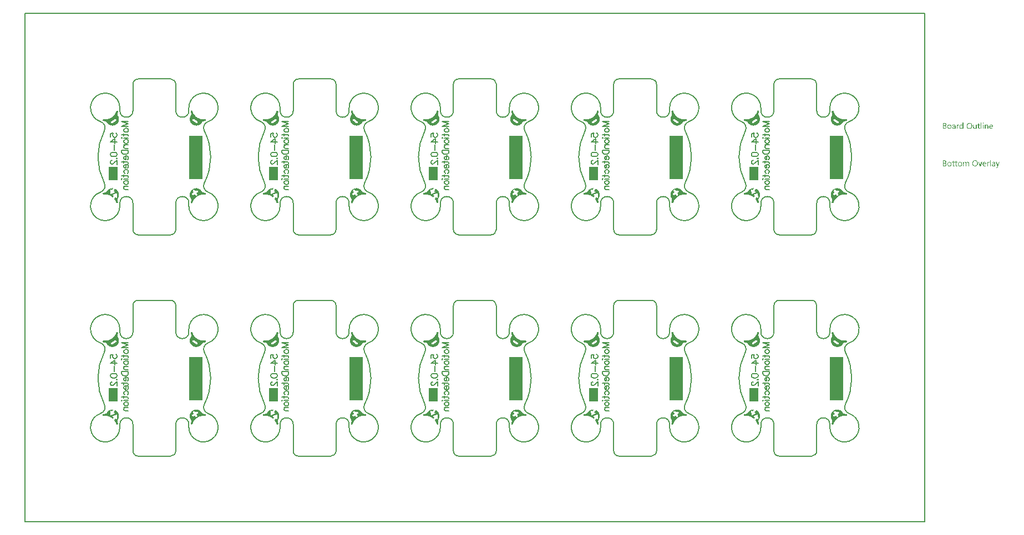
<source format=gbo>
G04*
G04 #@! TF.GenerationSoftware,Altium Limited,Altium Designer,21.8.1 (53)*
G04*
G04 Layer_Color=32896*
%FSAX25Y25*%
%MOIN*%
G70*
G04*
G04 #@! TF.SameCoordinates,1CCF7041-1EFB-486E-B6D5-4B62EAFF3753*
G04*
G04*
G04 #@! TF.FilePolarity,Positive*
G04*
G01*
G75*
%ADD26C,0.00787*%
%ADD60C,0.00630*%
%ADD61R,0.05709X0.07874*%
%ADD62R,0.08465X0.26083*%
G36*
X0420877Y0227452D02*
X0420940Y0227442D01*
X0421001Y0227424D01*
X0421060Y0227401D01*
X0421115Y0227370D01*
X0421167Y0227334D01*
X0421215Y0227292D01*
X0421257Y0227245D01*
X0421294Y0227194D01*
X0421325Y0227138D01*
X0421350Y0227080D01*
X0421368Y0227019D01*
X0421379Y0226957D01*
X0421383Y0226893D01*
X0421379Y0226830D01*
X0421369Y0226768D01*
X0421356Y0226720D01*
X0421356Y0226720D01*
X0421339Y0226667D01*
X0421258Y0226427D01*
X0421169Y0226191D01*
X0421169Y0226191D01*
X0421169Y0226191D01*
X0421168Y0226188D01*
X0421168Y0226187D01*
X0421143Y0226124D01*
X0421107Y0226009D01*
X0421077Y0225892D01*
X0421055Y0225774D01*
X0421039Y0225655D01*
X0421031Y0225534D01*
X0421030Y0225414D01*
X0421037Y0225294D01*
X0421051Y0225174D01*
X0421071Y0225055D01*
X0421099Y0224938D01*
X0421135Y0224823D01*
X0421176Y0224710D01*
X0421225Y0224600D01*
X0421280Y0224493D01*
X0421333Y0224404D01*
X0421333Y0224404D01*
X0421404Y0224287D01*
X0421486Y0224137D01*
X0421562Y0223984D01*
X0421630Y0223828D01*
X0421692Y0223669D01*
X0421747Y0223507D01*
X0421795Y0223343D01*
X0421836Y0223177D01*
X0421869Y0223010D01*
X0421895Y0222841D01*
X0421913Y0222672D01*
X0421925Y0222501D01*
X0421928Y0222331D01*
X0421925Y0222160D01*
X0421913Y0221990D01*
X0421895Y0221820D01*
X0421869Y0221651D01*
X0421836Y0221484D01*
X0421795Y0221318D01*
X0421747Y0221154D01*
X0421692Y0220993D01*
X0421630Y0220834D01*
X0421562Y0220677D01*
X0421486Y0220524D01*
X0421404Y0220375D01*
X0421316Y0220229D01*
X0421221Y0220087D01*
X0421120Y0219949D01*
X0421013Y0219816D01*
X0420901Y0219688D01*
X0420783Y0219565D01*
X0420659Y0219446D01*
X0420531Y0219334D01*
X0420398Y0219227D01*
X0420260Y0219126D01*
X0420118Y0219031D01*
X0419972Y0218943D01*
X0419823Y0218861D01*
X0419670Y0218785D01*
X0419513Y0218717D01*
X0419354Y0218655D01*
X0419193Y0218600D01*
X0419029Y0218552D01*
X0418863Y0218511D01*
X0418696Y0218478D01*
X0418527Y0218452D01*
X0418357Y0218434D01*
X0418187Y0218422D01*
X0418016Y0218419D01*
X0417846Y0218422D01*
X0417675Y0218434D01*
X0417506Y0218452D01*
X0417337Y0218478D01*
X0417170Y0218511D01*
X0417004Y0218552D01*
X0416840Y0218600D01*
X0416678Y0218655D01*
X0416519Y0218717D01*
X0416363Y0218785D01*
X0416210Y0218861D01*
X0416060Y0218943D01*
X0415914Y0219031D01*
X0415773Y0219126D01*
X0415635Y0219227D01*
X0415502Y0219334D01*
X0415374Y0219446D01*
X0415250Y0219565D01*
X0415132Y0219688D01*
X0415020Y0219816D01*
X0414913Y0219949D01*
X0414812Y0220087D01*
X0414734Y0220204D01*
X0414734Y0220204D01*
X0414675Y0220291D01*
X0414601Y0220386D01*
X0414522Y0220477D01*
X0414437Y0220563D01*
X0414347Y0220643D01*
X0414253Y0220718D01*
X0414154Y0220787D01*
X0414052Y0220850D01*
X0413945Y0220907D01*
X0413836Y0220957D01*
X0413723Y0221000D01*
X0413609Y0221037D01*
X0413492Y0221067D01*
X0413374Y0221089D01*
X0413254Y0221105D01*
X0413188Y0221109D01*
X0413188Y0221109D01*
X0413184Y0221109D01*
X0413184Y0221109D01*
X0412940Y0221128D01*
X0412689Y0221155D01*
X0412633Y0221163D01*
X0412633Y0221163D01*
X0412633Y0221163D01*
X0412633Y0221163D01*
X0412584Y0221171D01*
X0412524Y0221188D01*
X0412465Y0221212D01*
X0412410Y0221242D01*
X0412358Y0221278D01*
X0412311Y0221320D01*
X0412269Y0221367D01*
X0412232Y0221418D01*
X0412201Y0221473D01*
X0412177Y0221531D01*
X0412159Y0221592D01*
X0412148Y0221654D01*
X0412144Y0221717D01*
X0412147Y0221780D01*
X0412157Y0221842D01*
X0412174Y0221903D01*
X0412198Y0221961D01*
X0412228Y0222017D01*
X0412264Y0222068D01*
X0412306Y0222116D01*
X0412353Y0222158D01*
X0412404Y0222195D01*
X0412459Y0222226D01*
X0412517Y0222250D01*
X0412578Y0222268D01*
X0412640Y0222279D01*
X0412703Y0222283D01*
X0412766Y0222280D01*
X0412780Y0222277D01*
X0412780Y0222278D01*
X0412780D01*
X0412854Y0222268D01*
X0413080Y0222245D01*
X0413305Y0222229D01*
X0413531Y0222220D01*
X0413758Y0222219D01*
X0413984Y0222225D01*
X0414210Y0222238D01*
X0414435Y0222259D01*
X0414660Y0222288D01*
X0414883Y0222323D01*
X0415105Y0222366D01*
X0415326Y0222416D01*
X0415545Y0222474D01*
X0415762Y0222538D01*
X0415976Y0222610D01*
X0416189Y0222688D01*
X0416398Y0222774D01*
X0416605Y0222866D01*
X0416808Y0222965D01*
X0417009Y0223071D01*
X0417205Y0223183D01*
X0417398Y0223301D01*
X0417587Y0223426D01*
X0417772Y0223557D01*
X0417952Y0223693D01*
X0418128Y0223836D01*
X0418298Y0223984D01*
X0418465Y0224138D01*
X0418625Y0224297D01*
X0418781Y0224462D01*
X0418931Y0224631D01*
X0419076Y0224805D01*
X0419214Y0224984D01*
X0419347Y0225167D01*
X0419474Y0225355D01*
X0419594Y0225546D01*
X0419709Y0225742D01*
X0419816Y0225941D01*
X0419918Y0226143D01*
X0420012Y0226349D01*
X0420100Y0226557D01*
X0420181Y0226769D01*
X0420255Y0226982D01*
X0420278Y0227059D01*
X0420279Y0227059D01*
X0420279Y0227059D01*
X0420283Y0227073D01*
X0420307Y0227132D01*
X0420337Y0227188D01*
X0420374Y0227239D01*
X0420416Y0227287D01*
X0420463Y0227329D01*
X0420514Y0227366D01*
X0420569Y0227397D01*
X0420628Y0227422D01*
X0420688Y0227440D01*
X0420751Y0227451D01*
X0420814Y0227455D01*
X0420877Y0227452D01*
D02*
G37*
G36*
X0324578D02*
X0324641Y0227442D01*
X0324702Y0227424D01*
X0324760Y0227401D01*
X0324816Y0227370D01*
X0324868Y0227334D01*
X0324915Y0227292D01*
X0324958Y0227245D01*
X0324995Y0227194D01*
X0325026Y0227138D01*
X0325050Y0227080D01*
X0325068Y0227019D01*
X0325079Y0226957D01*
X0325083Y0226893D01*
X0325080Y0226830D01*
X0325070Y0226768D01*
X0325057Y0226720D01*
X0325057Y0226720D01*
X0325040Y0226667D01*
X0324959Y0226427D01*
X0324870Y0226191D01*
X0324870Y0226191D01*
X0324870Y0226191D01*
X0324868Y0226188D01*
X0324868Y0226187D01*
X0324844Y0226124D01*
X0324807Y0226009D01*
X0324778Y0225892D01*
X0324755Y0225774D01*
X0324740Y0225655D01*
X0324732Y0225534D01*
X0324731Y0225414D01*
X0324738Y0225294D01*
X0324751Y0225174D01*
X0324772Y0225055D01*
X0324800Y0224938D01*
X0324835Y0224823D01*
X0324877Y0224710D01*
X0324926Y0224600D01*
X0324981Y0224493D01*
X0325034Y0224404D01*
X0325034Y0224404D01*
X0325105Y0224287D01*
X0325187Y0224137D01*
X0325263Y0223984D01*
X0325331Y0223828D01*
X0325393Y0223669D01*
X0325448Y0223507D01*
X0325496Y0223343D01*
X0325536Y0223177D01*
X0325570Y0223010D01*
X0325596Y0222841D01*
X0325614Y0222672D01*
X0325625Y0222501D01*
X0325629Y0222331D01*
X0325625Y0222160D01*
X0325614Y0221990D01*
X0325596Y0221820D01*
X0325570Y0221651D01*
X0325536Y0221484D01*
X0325496Y0221318D01*
X0325448Y0221154D01*
X0325393Y0220993D01*
X0325331Y0220834D01*
X0325263Y0220677D01*
X0325187Y0220524D01*
X0325105Y0220375D01*
X0325016Y0220229D01*
X0324922Y0220087D01*
X0324821Y0219949D01*
X0324714Y0219816D01*
X0324601Y0219688D01*
X0324483Y0219565D01*
X0324360Y0219446D01*
X0324232Y0219334D01*
X0324099Y0219227D01*
X0323961Y0219126D01*
X0323819Y0219031D01*
X0323673Y0218943D01*
X0323523Y0218861D01*
X0323370Y0218785D01*
X0323214Y0218717D01*
X0323055Y0218655D01*
X0322894Y0218600D01*
X0322730Y0218552D01*
X0322564Y0218511D01*
X0322396Y0218478D01*
X0322228Y0218452D01*
X0322058Y0218434D01*
X0321888Y0218422D01*
X0321717Y0218419D01*
X0321547Y0218422D01*
X0321376Y0218434D01*
X0321206Y0218452D01*
X0321038Y0218478D01*
X0320870Y0218511D01*
X0320705Y0218552D01*
X0320541Y0218600D01*
X0320379Y0218655D01*
X0320220Y0218717D01*
X0320064Y0218785D01*
X0319911Y0218861D01*
X0319761Y0218943D01*
X0319615Y0219031D01*
X0319473Y0219126D01*
X0319336Y0219227D01*
X0319203Y0219334D01*
X0319074Y0219446D01*
X0318951Y0219565D01*
X0318833Y0219688D01*
X0318720Y0219816D01*
X0318614Y0219949D01*
X0318513Y0220087D01*
X0318435Y0220204D01*
X0318434Y0220204D01*
X0318375Y0220291D01*
X0318302Y0220386D01*
X0318222Y0220477D01*
X0318138Y0220563D01*
X0318048Y0220643D01*
X0317954Y0220718D01*
X0317855Y0220787D01*
X0317752Y0220850D01*
X0317646Y0220907D01*
X0317537Y0220957D01*
X0317424Y0221000D01*
X0317309Y0221037D01*
X0317193Y0221067D01*
X0317074Y0221089D01*
X0316955Y0221105D01*
X0316889Y0221109D01*
X0316889Y0221109D01*
X0316885Y0221109D01*
X0316885Y0221109D01*
X0316641Y0221128D01*
X0316389Y0221155D01*
X0316334Y0221163D01*
X0316334Y0221163D01*
X0316334Y0221163D01*
X0316334Y0221163D01*
X0316285Y0221171D01*
X0316225Y0221188D01*
X0316166Y0221212D01*
X0316111Y0221242D01*
X0316059Y0221278D01*
X0316012Y0221320D01*
X0315969Y0221367D01*
X0315933Y0221418D01*
X0315902Y0221473D01*
X0315877Y0221531D01*
X0315859Y0221592D01*
X0315848Y0221654D01*
X0315844Y0221717D01*
X0315848Y0221780D01*
X0315858Y0221842D01*
X0315875Y0221903D01*
X0315899Y0221961D01*
X0315929Y0222017D01*
X0315965Y0222068D01*
X0316007Y0222116D01*
X0316054Y0222158D01*
X0316105Y0222195D01*
X0316160Y0222226D01*
X0316218Y0222250D01*
X0316279Y0222268D01*
X0316341Y0222279D01*
X0316404Y0222283D01*
X0316467Y0222280D01*
X0316480Y0222277D01*
X0316480Y0222278D01*
X0316481D01*
X0316555Y0222268D01*
X0316780Y0222245D01*
X0317006Y0222229D01*
X0317232Y0222220D01*
X0317459Y0222219D01*
X0317685Y0222225D01*
X0317911Y0222238D01*
X0318136Y0222259D01*
X0318360Y0222288D01*
X0318584Y0222323D01*
X0318806Y0222366D01*
X0319027Y0222416D01*
X0319246Y0222474D01*
X0319463Y0222538D01*
X0319677Y0222610D01*
X0319889Y0222688D01*
X0320099Y0222774D01*
X0320306Y0222866D01*
X0320509Y0222965D01*
X0320709Y0223071D01*
X0320906Y0223183D01*
X0321099Y0223301D01*
X0321288Y0223426D01*
X0321472Y0223557D01*
X0321653Y0223693D01*
X0321828Y0223836D01*
X0321999Y0223984D01*
X0322165Y0224138D01*
X0322326Y0224297D01*
X0322482Y0224462D01*
X0322632Y0224631D01*
X0322777Y0224805D01*
X0322915Y0224984D01*
X0323048Y0225167D01*
X0323175Y0225355D01*
X0323295Y0225546D01*
X0323410Y0225742D01*
X0323517Y0225941D01*
X0323619Y0226143D01*
X0323713Y0226349D01*
X0323801Y0226557D01*
X0323882Y0226769D01*
X0323956Y0226982D01*
X0323979Y0227059D01*
X0323979Y0227059D01*
X0323980Y0227059D01*
X0323984Y0227073D01*
X0324008Y0227132D01*
X0324038Y0227188D01*
X0324075Y0227239D01*
X0324116Y0227287D01*
X0324163Y0227329D01*
X0324215Y0227366D01*
X0324270Y0227397D01*
X0324328Y0227422D01*
X0324389Y0227440D01*
X0324452Y0227451D01*
X0324515Y0227455D01*
X0324578Y0227452D01*
D02*
G37*
G36*
X0228279D02*
X0228341Y0227442D01*
X0228402Y0227424D01*
X0228461Y0227401D01*
X0228517Y0227370D01*
X0228569Y0227334D01*
X0228616Y0227292D01*
X0228659Y0227245D01*
X0228696Y0227194D01*
X0228727Y0227138D01*
X0228751Y0227080D01*
X0228769Y0227019D01*
X0228780Y0226957D01*
X0228784Y0226893D01*
X0228781Y0226830D01*
X0228771Y0226768D01*
X0228757Y0226720D01*
X0228757Y0226720D01*
X0228741Y0226667D01*
X0228660Y0226427D01*
X0228571Y0226191D01*
X0228571Y0226191D01*
X0228571Y0226191D01*
X0228569Y0226188D01*
X0228569Y0226187D01*
X0228545Y0226124D01*
X0228508Y0226009D01*
X0228479Y0225892D01*
X0228456Y0225774D01*
X0228441Y0225655D01*
X0228433Y0225534D01*
X0228432Y0225414D01*
X0228438Y0225294D01*
X0228452Y0225174D01*
X0228473Y0225055D01*
X0228501Y0224938D01*
X0228536Y0224823D01*
X0228578Y0224710D01*
X0228627Y0224600D01*
X0228682Y0224493D01*
X0228735Y0224404D01*
X0228735Y0224404D01*
X0228806Y0224287D01*
X0228888Y0224137D01*
X0228963Y0223984D01*
X0229032Y0223828D01*
X0229094Y0223669D01*
X0229149Y0223507D01*
X0229197Y0223343D01*
X0229237Y0223177D01*
X0229270Y0223010D01*
X0229296Y0222841D01*
X0229315Y0222672D01*
X0229326Y0222501D01*
X0229330Y0222331D01*
X0229326Y0222160D01*
X0229315Y0221990D01*
X0229296Y0221820D01*
X0229270Y0221651D01*
X0229237Y0221484D01*
X0229197Y0221318D01*
X0229149Y0221154D01*
X0229094Y0220993D01*
X0229032Y0220834D01*
X0228963Y0220677D01*
X0228888Y0220524D01*
X0228806Y0220375D01*
X0228717Y0220229D01*
X0228622Y0220087D01*
X0228521Y0219949D01*
X0228415Y0219816D01*
X0228302Y0219688D01*
X0228184Y0219565D01*
X0228061Y0219446D01*
X0227933Y0219334D01*
X0227799Y0219227D01*
X0227662Y0219126D01*
X0227520Y0219031D01*
X0227374Y0218943D01*
X0227224Y0218861D01*
X0227071Y0218785D01*
X0226915Y0218717D01*
X0226756Y0218655D01*
X0226594Y0218600D01*
X0226430Y0218552D01*
X0226265Y0218511D01*
X0226097Y0218478D01*
X0225928Y0218452D01*
X0225759Y0218434D01*
X0225589Y0218422D01*
X0225418Y0218419D01*
X0225247Y0218422D01*
X0225077Y0218434D01*
X0224907Y0218452D01*
X0224739Y0218478D01*
X0224571Y0218511D01*
X0224406Y0218552D01*
X0224242Y0218600D01*
X0224080Y0218655D01*
X0223921Y0218717D01*
X0223765Y0218785D01*
X0223612Y0218861D01*
X0223462Y0218943D01*
X0223316Y0219031D01*
X0223174Y0219126D01*
X0223037Y0219227D01*
X0222903Y0219334D01*
X0222775Y0219446D01*
X0222652Y0219565D01*
X0222534Y0219688D01*
X0222421Y0219816D01*
X0222314Y0219949D01*
X0222214Y0220087D01*
X0222135Y0220204D01*
X0222135Y0220204D01*
X0222076Y0220291D01*
X0222002Y0220386D01*
X0221923Y0220477D01*
X0221838Y0220563D01*
X0221749Y0220643D01*
X0221655Y0220718D01*
X0221556Y0220787D01*
X0221453Y0220850D01*
X0221347Y0220907D01*
X0221237Y0220957D01*
X0221125Y0221000D01*
X0221010Y0221037D01*
X0220893Y0221067D01*
X0220775Y0221089D01*
X0220656Y0221105D01*
X0220590Y0221109D01*
X0220589Y0221109D01*
X0220585Y0221109D01*
X0220585Y0221109D01*
X0220341Y0221128D01*
X0220090Y0221155D01*
X0220035Y0221163D01*
X0220034Y0221163D01*
X0220034Y0221163D01*
X0220035Y0221163D01*
X0219986Y0221171D01*
X0219925Y0221188D01*
X0219867Y0221212D01*
X0219812Y0221242D01*
X0219760Y0221278D01*
X0219712Y0221320D01*
X0219670Y0221367D01*
X0219633Y0221418D01*
X0219602Y0221473D01*
X0219578Y0221531D01*
X0219560Y0221592D01*
X0219549Y0221654D01*
X0219545Y0221717D01*
X0219548Y0221780D01*
X0219559Y0221842D01*
X0219576Y0221903D01*
X0219600Y0221961D01*
X0219630Y0222017D01*
X0219666Y0222068D01*
X0219708Y0222116D01*
X0219754Y0222158D01*
X0219806Y0222195D01*
X0219861Y0222226D01*
X0219919Y0222250D01*
X0219979Y0222268D01*
X0220041Y0222279D01*
X0220104Y0222283D01*
X0220167Y0222280D01*
X0220181Y0222277D01*
X0220181Y0222278D01*
X0220182D01*
X0220256Y0222268D01*
X0220481Y0222245D01*
X0220707Y0222229D01*
X0220933Y0222220D01*
X0221159Y0222219D01*
X0221385Y0222225D01*
X0221611Y0222238D01*
X0221837Y0222259D01*
X0222061Y0222288D01*
X0222285Y0222323D01*
X0222507Y0222366D01*
X0222728Y0222416D01*
X0222947Y0222474D01*
X0223163Y0222538D01*
X0223378Y0222610D01*
X0223590Y0222688D01*
X0223800Y0222774D01*
X0224007Y0222866D01*
X0224210Y0222965D01*
X0224410Y0223071D01*
X0224607Y0223183D01*
X0224800Y0223301D01*
X0224989Y0223426D01*
X0225173Y0223557D01*
X0225353Y0223693D01*
X0225529Y0223836D01*
X0225700Y0223984D01*
X0225866Y0224138D01*
X0226027Y0224297D01*
X0226183Y0224462D01*
X0226333Y0224631D01*
X0226477Y0224805D01*
X0226616Y0224984D01*
X0226749Y0225167D01*
X0226876Y0225355D01*
X0226996Y0225546D01*
X0227110Y0225742D01*
X0227218Y0225941D01*
X0227319Y0226143D01*
X0227414Y0226349D01*
X0227502Y0226557D01*
X0227582Y0226769D01*
X0227656Y0226982D01*
X0227680Y0227059D01*
X0227680Y0227059D01*
X0227681Y0227059D01*
X0227685Y0227073D01*
X0227709Y0227132D01*
X0227739Y0227188D01*
X0227775Y0227239D01*
X0227817Y0227287D01*
X0227864Y0227329D01*
X0227916Y0227366D01*
X0227971Y0227397D01*
X0228029Y0227422D01*
X0228090Y0227440D01*
X0228152Y0227451D01*
X0228216Y0227455D01*
X0228279Y0227452D01*
D02*
G37*
G36*
X0131980D02*
X0132042Y0227442D01*
X0132103Y0227424D01*
X0132162Y0227401D01*
X0132218Y0227370D01*
X0132269Y0227334D01*
X0132317Y0227292D01*
X0132359Y0227245D01*
X0132396Y0227194D01*
X0132427Y0227138D01*
X0132452Y0227080D01*
X0132470Y0227019D01*
X0132481Y0226957D01*
X0132485Y0226893D01*
X0132482Y0226830D01*
X0132472Y0226768D01*
X0132458Y0226720D01*
X0132458Y0226720D01*
X0132442Y0226667D01*
X0132360Y0226427D01*
X0132272Y0226191D01*
X0132272Y0226191D01*
X0132272Y0226191D01*
X0132270Y0226188D01*
X0132270Y0226187D01*
X0132246Y0226124D01*
X0132209Y0226009D01*
X0132179Y0225892D01*
X0132157Y0225774D01*
X0132141Y0225655D01*
X0132133Y0225534D01*
X0132133Y0225414D01*
X0132139Y0225294D01*
X0132153Y0225174D01*
X0132174Y0225055D01*
X0132202Y0224938D01*
X0132237Y0224823D01*
X0132279Y0224710D01*
X0132327Y0224600D01*
X0132383Y0224493D01*
X0132436Y0224404D01*
X0132435Y0224404D01*
X0132507Y0224287D01*
X0132589Y0224137D01*
X0132664Y0223984D01*
X0132733Y0223828D01*
X0132795Y0223669D01*
X0132850Y0223507D01*
X0132897Y0223343D01*
X0132938Y0223177D01*
X0132971Y0223010D01*
X0132997Y0222841D01*
X0133016Y0222672D01*
X0133027Y0222501D01*
X0133031Y0222331D01*
X0133027Y0222160D01*
X0133016Y0221990D01*
X0132997Y0221820D01*
X0132971Y0221651D01*
X0132938Y0221484D01*
X0132897Y0221318D01*
X0132850Y0221154D01*
X0132795Y0220993D01*
X0132733Y0220834D01*
X0132664Y0220677D01*
X0132589Y0220524D01*
X0132507Y0220375D01*
X0132418Y0220229D01*
X0132323Y0220087D01*
X0132222Y0219949D01*
X0132115Y0219816D01*
X0132003Y0219688D01*
X0131885Y0219565D01*
X0131762Y0219446D01*
X0131633Y0219334D01*
X0131500Y0219227D01*
X0131362Y0219126D01*
X0131221Y0219031D01*
X0131075Y0218943D01*
X0130925Y0218861D01*
X0130772Y0218785D01*
X0130616Y0218717D01*
X0130457Y0218655D01*
X0130295Y0218600D01*
X0130131Y0218552D01*
X0129965Y0218511D01*
X0129798Y0218478D01*
X0129629Y0218452D01*
X0129460Y0218434D01*
X0129289Y0218422D01*
X0129119Y0218419D01*
X0128948Y0218422D01*
X0128778Y0218434D01*
X0128608Y0218452D01*
X0128439Y0218478D01*
X0128272Y0218511D01*
X0128106Y0218552D01*
X0127942Y0218600D01*
X0127781Y0218655D01*
X0127622Y0218717D01*
X0127465Y0218785D01*
X0127312Y0218861D01*
X0127163Y0218943D01*
X0127017Y0219031D01*
X0126875Y0219126D01*
X0126737Y0219227D01*
X0126604Y0219334D01*
X0126476Y0219446D01*
X0126353Y0219565D01*
X0126234Y0219688D01*
X0126122Y0219816D01*
X0126015Y0219949D01*
X0125914Y0220087D01*
X0125836Y0220204D01*
X0125836Y0220204D01*
X0125777Y0220291D01*
X0125703Y0220386D01*
X0125624Y0220477D01*
X0125539Y0220563D01*
X0125450Y0220643D01*
X0125355Y0220718D01*
X0125257Y0220787D01*
X0125154Y0220850D01*
X0125048Y0220907D01*
X0124938Y0220957D01*
X0124826Y0221000D01*
X0124711Y0221037D01*
X0124594Y0221067D01*
X0124476Y0221089D01*
X0124356Y0221105D01*
X0124291Y0221109D01*
X0124290Y0221109D01*
X0124286Y0221109D01*
X0124286Y0221109D01*
X0124042Y0221128D01*
X0123791Y0221155D01*
X0123735Y0221163D01*
X0123735Y0221163D01*
X0123735Y0221163D01*
X0123735Y0221163D01*
X0123687Y0221171D01*
X0123626Y0221188D01*
X0123568Y0221212D01*
X0123512Y0221242D01*
X0123461Y0221278D01*
X0123413Y0221320D01*
X0123371Y0221367D01*
X0123334Y0221418D01*
X0123303Y0221473D01*
X0123279Y0221531D01*
X0123261Y0221592D01*
X0123250Y0221654D01*
X0123246Y0221717D01*
X0123249Y0221780D01*
X0123259Y0221842D01*
X0123276Y0221903D01*
X0123300Y0221961D01*
X0123330Y0222017D01*
X0123367Y0222068D01*
X0123408Y0222116D01*
X0123455Y0222158D01*
X0123506Y0222195D01*
X0123561Y0222226D01*
X0123619Y0222250D01*
X0123680Y0222268D01*
X0123742Y0222279D01*
X0123805Y0222283D01*
X0123868Y0222280D01*
X0123882Y0222277D01*
X0123882Y0222278D01*
X0123882D01*
X0123957Y0222268D01*
X0124182Y0222245D01*
X0124408Y0222229D01*
X0124634Y0222220D01*
X0124860Y0222219D01*
X0125086Y0222225D01*
X0125312Y0222238D01*
X0125538Y0222259D01*
X0125762Y0222288D01*
X0125986Y0222323D01*
X0126208Y0222366D01*
X0126428Y0222416D01*
X0126647Y0222474D01*
X0126864Y0222538D01*
X0127079Y0222610D01*
X0127291Y0222688D01*
X0127501Y0222774D01*
X0127707Y0222866D01*
X0127911Y0222965D01*
X0128111Y0223071D01*
X0128307Y0223183D01*
X0128500Y0223301D01*
X0128689Y0223426D01*
X0128874Y0223557D01*
X0129054Y0223693D01*
X0129230Y0223836D01*
X0129401Y0223984D01*
X0129567Y0224138D01*
X0129728Y0224297D01*
X0129883Y0224462D01*
X0130034Y0224631D01*
X0130178Y0224805D01*
X0130317Y0224984D01*
X0130450Y0225167D01*
X0130576Y0225355D01*
X0130697Y0225546D01*
X0130811Y0225742D01*
X0130919Y0225941D01*
X0131020Y0226143D01*
X0131115Y0226349D01*
X0131202Y0226557D01*
X0131283Y0226769D01*
X0131357Y0226982D01*
X0131381Y0227059D01*
X0131381Y0227059D01*
X0131381Y0227059D01*
X0131386Y0227073D01*
X0131409Y0227132D01*
X0131440Y0227188D01*
X0131476Y0227239D01*
X0131518Y0227287D01*
X0131565Y0227329D01*
X0131616Y0227366D01*
X0131672Y0227397D01*
X0131730Y0227422D01*
X0131791Y0227440D01*
X0131853Y0227451D01*
X0131916Y0227455D01*
X0131980Y0227452D01*
D02*
G37*
G36*
X0035680D02*
X0035743Y0227442D01*
X0035804Y0227424D01*
X0035863Y0227401D01*
X0035918Y0227370D01*
X0035970Y0227334D01*
X0036018Y0227292D01*
X0036060Y0227245D01*
X0036097Y0227194D01*
X0036128Y0227138D01*
X0036153Y0227080D01*
X0036171Y0227019D01*
X0036182Y0226957D01*
X0036186Y0226893D01*
X0036182Y0226830D01*
X0036172Y0226768D01*
X0036159Y0226720D01*
X0036159Y0226720D01*
X0036143Y0226667D01*
X0036061Y0226427D01*
X0035972Y0226191D01*
X0035972Y0226191D01*
X0035972Y0226191D01*
X0035971Y0226188D01*
X0035971Y0226187D01*
X0035946Y0226124D01*
X0035910Y0226009D01*
X0035880Y0225892D01*
X0035858Y0225774D01*
X0035842Y0225655D01*
X0035834Y0225534D01*
X0035833Y0225414D01*
X0035840Y0225294D01*
X0035854Y0225174D01*
X0035875Y0225055D01*
X0035903Y0224938D01*
X0035938Y0224823D01*
X0035980Y0224710D01*
X0036028Y0224600D01*
X0036083Y0224493D01*
X0036136Y0224404D01*
X0036136Y0224404D01*
X0036207Y0224287D01*
X0036289Y0224137D01*
X0036365Y0223984D01*
X0036434Y0223828D01*
X0036496Y0223669D01*
X0036550Y0223507D01*
X0036598Y0223343D01*
X0036639Y0223177D01*
X0036672Y0223010D01*
X0036698Y0222841D01*
X0036717Y0222672D01*
X0036728Y0222501D01*
X0036731Y0222331D01*
X0036728Y0222160D01*
X0036717Y0221990D01*
X0036698Y0221820D01*
X0036672Y0221651D01*
X0036639Y0221484D01*
X0036598Y0221318D01*
X0036550Y0221154D01*
X0036496Y0220993D01*
X0036434Y0220834D01*
X0036365Y0220677D01*
X0036289Y0220524D01*
X0036207Y0220375D01*
X0036119Y0220229D01*
X0036024Y0220087D01*
X0035923Y0219949D01*
X0035816Y0219816D01*
X0035704Y0219688D01*
X0035586Y0219565D01*
X0035462Y0219446D01*
X0035334Y0219334D01*
X0035201Y0219227D01*
X0035063Y0219126D01*
X0034921Y0219031D01*
X0034776Y0218943D01*
X0034626Y0218861D01*
X0034473Y0218785D01*
X0034317Y0218717D01*
X0034157Y0218655D01*
X0033996Y0218600D01*
X0033832Y0218552D01*
X0033666Y0218511D01*
X0033499Y0218478D01*
X0033330Y0218452D01*
X0033160Y0218434D01*
X0032990Y0218422D01*
X0032820Y0218419D01*
X0032649Y0218422D01*
X0032479Y0218434D01*
X0032309Y0218452D01*
X0032140Y0218478D01*
X0031973Y0218511D01*
X0031807Y0218552D01*
X0031643Y0218600D01*
X0031482Y0218655D01*
X0031323Y0218717D01*
X0031166Y0218785D01*
X0031013Y0218861D01*
X0030863Y0218943D01*
X0030718Y0219031D01*
X0030576Y0219126D01*
X0030438Y0219227D01*
X0030305Y0219334D01*
X0030177Y0219446D01*
X0030053Y0219565D01*
X0029935Y0219688D01*
X0029823Y0219816D01*
X0029716Y0219949D01*
X0029615Y0220087D01*
X0029537Y0220204D01*
X0029537Y0220204D01*
X0029478Y0220291D01*
X0029404Y0220386D01*
X0029325Y0220477D01*
X0029240Y0220563D01*
X0029150Y0220643D01*
X0029056Y0220718D01*
X0028957Y0220787D01*
X0028855Y0220850D01*
X0028748Y0220907D01*
X0028639Y0220957D01*
X0028526Y0221000D01*
X0028412Y0221037D01*
X0028295Y0221067D01*
X0028177Y0221089D01*
X0028057Y0221105D01*
X0027991Y0221109D01*
X0027991Y0221109D01*
X0027987Y0221109D01*
X0027987Y0221109D01*
X0027743Y0221128D01*
X0027492Y0221155D01*
X0027436Y0221163D01*
X0027436Y0221163D01*
X0027436Y0221163D01*
X0027436Y0221163D01*
X0027388Y0221171D01*
X0027327Y0221188D01*
X0027268Y0221212D01*
X0027213Y0221242D01*
X0027161Y0221278D01*
X0027114Y0221320D01*
X0027072Y0221367D01*
X0027035Y0221418D01*
X0027004Y0221473D01*
X0026980Y0221531D01*
X0026962Y0221592D01*
X0026951Y0221654D01*
X0026947Y0221717D01*
X0026950Y0221780D01*
X0026960Y0221842D01*
X0026977Y0221903D01*
X0027001Y0221961D01*
X0027031Y0222017D01*
X0027067Y0222068D01*
X0027109Y0222116D01*
X0027156Y0222158D01*
X0027207Y0222195D01*
X0027262Y0222226D01*
X0027320Y0222250D01*
X0027381Y0222268D01*
X0027443Y0222279D01*
X0027506Y0222283D01*
X0027569Y0222280D01*
X0027583Y0222277D01*
X0027583Y0222278D01*
X0027583D01*
X0027657Y0222268D01*
X0027883Y0222245D01*
X0028108Y0222229D01*
X0028335Y0222220D01*
X0028561Y0222219D01*
X0028787Y0222225D01*
X0029013Y0222238D01*
X0029238Y0222259D01*
X0029463Y0222288D01*
X0029686Y0222323D01*
X0029908Y0222366D01*
X0030129Y0222416D01*
X0030348Y0222474D01*
X0030565Y0222538D01*
X0030780Y0222610D01*
X0030992Y0222688D01*
X0031201Y0222774D01*
X0031408Y0222866D01*
X0031612Y0222965D01*
X0031812Y0223071D01*
X0032008Y0223183D01*
X0032201Y0223301D01*
X0032390Y0223426D01*
X0032575Y0223557D01*
X0032755Y0223693D01*
X0032931Y0223836D01*
X0033102Y0223984D01*
X0033268Y0224138D01*
X0033428Y0224297D01*
X0033584Y0224462D01*
X0033734Y0224631D01*
X0033879Y0224805D01*
X0034018Y0224984D01*
X0034150Y0225167D01*
X0034277Y0225355D01*
X0034398Y0225546D01*
X0034512Y0225742D01*
X0034620Y0225941D01*
X0034721Y0226143D01*
X0034815Y0226349D01*
X0034903Y0226557D01*
X0034984Y0226769D01*
X0035058Y0226982D01*
X0035081Y0227059D01*
X0035082Y0227059D01*
X0035082Y0227059D01*
X0035086Y0227073D01*
X0035110Y0227132D01*
X0035140Y0227188D01*
X0035177Y0227239D01*
X0035219Y0227287D01*
X0035266Y0227329D01*
X0035317Y0227366D01*
X0035372Y0227397D01*
X0035431Y0227422D01*
X0035492Y0227440D01*
X0035554Y0227451D01*
X0035617Y0227455D01*
X0035680Y0227452D01*
D02*
G37*
G36*
X0421356Y0226720D02*
X0421356Y0226720D01*
D01*
X0421356Y0226720D01*
D02*
G37*
G36*
X0325057D02*
X0325057Y0226720D01*
D01*
X0325057Y0226720D01*
D02*
G37*
G36*
X0228758D02*
X0228757Y0226720D01*
D01*
X0228758Y0226720D01*
D02*
G37*
G36*
X0132458D02*
X0132458Y0226720D01*
D01*
X0132458Y0226720D01*
D02*
G37*
G36*
X0036159D02*
X0036159Y0226720D01*
D01*
X0036159Y0226720D01*
D02*
G37*
G36*
X0465672Y0227444D02*
X0465735Y0227433D01*
X0465795Y0227415D01*
X0465853Y0227391D01*
X0465908Y0227360D01*
X0465960Y0227323D01*
X0466006Y0227281D01*
X0466048Y0227233D01*
X0466084Y0227182D01*
X0466114Y0227126D01*
X0466138Y0227068D01*
X0466142Y0227054D01*
X0466143Y0227054D01*
X0466143Y0227054D01*
X0466165Y0226982D01*
X0466239Y0226769D01*
X0466320Y0226557D01*
X0466407Y0226349D01*
X0466502Y0226143D01*
X0466603Y0225941D01*
X0466711Y0225742D01*
X0466825Y0225546D01*
X0466946Y0225355D01*
X0467072Y0225167D01*
X0467205Y0224984D01*
X0467344Y0224805D01*
X0467488Y0224631D01*
X0467639Y0224462D01*
X0467794Y0224297D01*
X0467955Y0224138D01*
X0468121Y0223984D01*
X0468292Y0223836D01*
X0468468Y0223693D01*
X0468648Y0223557D01*
X0468833Y0223426D01*
X0469022Y0223301D01*
X0469214Y0223183D01*
X0469411Y0223071D01*
X0469611Y0222965D01*
X0469815Y0222866D01*
X0470021Y0222774D01*
X0470231Y0222688D01*
X0470443Y0222610D01*
X0470658Y0222538D01*
X0470875Y0222474D01*
X0471094Y0222416D01*
X0471314Y0222366D01*
X0471536Y0222323D01*
X0471760Y0222288D01*
X0471984Y0222259D01*
X0472210Y0222238D01*
X0472436Y0222225D01*
X0472662Y0222219D01*
X0472888Y0222220D01*
X0473114Y0222229D01*
X0473340Y0222245D01*
X0473565Y0222268D01*
X0473644Y0222279D01*
X0473645Y0222279D01*
X0473645Y0222278D01*
X0473660Y0222281D01*
X0473723Y0222284D01*
X0473786Y0222280D01*
X0473848Y0222269D01*
X0473909Y0222251D01*
X0473968Y0222226D01*
X0474023Y0222195D01*
X0474074Y0222158D01*
X0474121Y0222116D01*
X0474163Y0222068D01*
X0474199Y0222016D01*
X0474230Y0221961D01*
X0474254Y0221902D01*
X0474271Y0221841D01*
X0474281Y0221778D01*
X0474284Y0221715D01*
X0474280Y0221652D01*
X0474269Y0221590D01*
X0474251Y0221529D01*
X0474227Y0221470D01*
X0474196Y0221415D01*
X0474159Y0221364D01*
X0474116Y0221317D01*
X0474069Y0221275D01*
X0474017Y0221238D01*
X0473961Y0221208D01*
X0473903Y0221184D01*
X0473842Y0221167D01*
X0473793Y0221159D01*
X0473793Y0221159D01*
X0473793Y0221159D01*
X0473737Y0221151D01*
X0473486Y0221124D01*
X0473235Y0221105D01*
Y0221105D01*
X0473234Y0221105D01*
X0473231Y0221105D01*
X0473230Y0221104D01*
X0473163Y0221100D01*
X0473043Y0221085D01*
X0472925Y0221062D01*
X0472808Y0221032D01*
X0472693Y0220996D01*
X0472581Y0220952D01*
X0472471Y0220902D01*
X0472365Y0220846D01*
X0472262Y0220782D01*
X0472164Y0220713D01*
X0472069Y0220638D01*
X0471980Y0220558D01*
X0471895Y0220472D01*
X0471816Y0220381D01*
X0471742Y0220286D01*
X0471684Y0220201D01*
X0471684Y0220201D01*
X0471608Y0220087D01*
X0471507Y0219949D01*
X0471400Y0219816D01*
X0471287Y0219688D01*
X0471169Y0219565D01*
X0471046Y0219446D01*
X0470918Y0219334D01*
X0470785Y0219227D01*
X0470647Y0219126D01*
X0470505Y0219031D01*
X0470359Y0218943D01*
X0470210Y0218861D01*
X0470056Y0218785D01*
X0469900Y0218717D01*
X0469741Y0218655D01*
X0469580Y0218600D01*
X0469416Y0218552D01*
X0469250Y0218511D01*
X0469082Y0218478D01*
X0468914Y0218452D01*
X0468744Y0218434D01*
X0468574Y0218422D01*
X0468403Y0218419D01*
X0468233Y0218422D01*
X0468062Y0218434D01*
X0467893Y0218452D01*
X0467724Y0218478D01*
X0467556Y0218511D01*
X0467391Y0218552D01*
X0467227Y0218600D01*
X0467065Y0218655D01*
X0466906Y0218717D01*
X0466750Y0218785D01*
X0466597Y0218861D01*
X0466447Y0218943D01*
X0466301Y0219031D01*
X0466159Y0219126D01*
X0466022Y0219227D01*
X0465889Y0219334D01*
X0465760Y0219446D01*
X0465637Y0219565D01*
X0465519Y0219688D01*
X0465407Y0219816D01*
X0465300Y0219949D01*
X0465199Y0220087D01*
X0465104Y0220229D01*
X0465015Y0220375D01*
X0464933Y0220524D01*
X0464858Y0220677D01*
X0464789Y0220834D01*
X0464727Y0220993D01*
X0464672Y0221154D01*
X0464625Y0221318D01*
X0464584Y0221484D01*
X0464551Y0221651D01*
X0464525Y0221820D01*
X0464506Y0221990D01*
X0464495Y0222160D01*
X0464491Y0222331D01*
X0464495Y0222501D01*
X0464506Y0222672D01*
X0464525Y0222841D01*
X0464551Y0223010D01*
X0464584Y0223177D01*
X0464625Y0223343D01*
X0464672Y0223507D01*
X0464727Y0223669D01*
X0464789Y0223828D01*
X0464858Y0223984D01*
X0464933Y0224137D01*
X0465015Y0224287D01*
X0465088Y0224407D01*
X0465088Y0224407D01*
X0465142Y0224497D01*
X0465197Y0224604D01*
X0465246Y0224714D01*
X0465288Y0224827D01*
X0465323Y0224943D01*
X0465351Y0225060D01*
X0465372Y0225179D01*
X0465386Y0225298D01*
X0465392Y0225418D01*
X0465391Y0225539D01*
X0465383Y0225659D01*
X0465368Y0225779D01*
X0465345Y0225897D01*
X0465316Y0226014D01*
X0465279Y0226129D01*
X0465255Y0226190D01*
X0465255Y0226190D01*
X0465254Y0226194D01*
X0465254Y0226194D01*
X0465168Y0226423D01*
X0465086Y0226663D01*
X0465070Y0226716D01*
X0465069Y0226716D01*
X0465069Y0226716D01*
X0465070Y0226716D01*
X0465057Y0226764D01*
X0465047Y0226826D01*
X0465043Y0226889D01*
X0465047Y0226952D01*
X0465058Y0227014D01*
X0465076Y0227074D01*
X0465101Y0227133D01*
X0465132Y0227188D01*
X0465168Y0227239D01*
X0465211Y0227286D01*
X0465258Y0227327D01*
X0465310Y0227363D01*
X0465365Y0227394D01*
X0465423Y0227417D01*
X0465484Y0227434D01*
X0465547Y0227445D01*
X0465610Y0227448D01*
X0465672Y0227444D01*
D02*
G37*
G36*
X0369373D02*
X0369435Y0227433D01*
X0369496Y0227415D01*
X0369554Y0227391D01*
X0369609Y0227360D01*
X0369660Y0227323D01*
X0369707Y0227281D01*
X0369749Y0227233D01*
X0369785Y0227182D01*
X0369815Y0227126D01*
X0369839Y0227068D01*
X0369843Y0227054D01*
X0369843Y0227054D01*
X0369844Y0227054D01*
X0369866Y0226982D01*
X0369939Y0226769D01*
X0370020Y0226557D01*
X0370108Y0226349D01*
X0370203Y0226143D01*
X0370304Y0225941D01*
X0370412Y0225742D01*
X0370526Y0225546D01*
X0370646Y0225355D01*
X0370773Y0225167D01*
X0370906Y0224984D01*
X0371045Y0224805D01*
X0371189Y0224631D01*
X0371339Y0224462D01*
X0371495Y0224297D01*
X0371656Y0224138D01*
X0371822Y0223984D01*
X0371993Y0223836D01*
X0372168Y0223693D01*
X0372349Y0223557D01*
X0372533Y0223426D01*
X0372722Y0223301D01*
X0372915Y0223183D01*
X0373112Y0223071D01*
X0373312Y0222965D01*
X0373515Y0222866D01*
X0373722Y0222774D01*
X0373932Y0222688D01*
X0374144Y0222610D01*
X0374359Y0222538D01*
X0374575Y0222474D01*
X0374794Y0222416D01*
X0375015Y0222366D01*
X0375237Y0222323D01*
X0375461Y0222288D01*
X0375685Y0222259D01*
X0375911Y0222238D01*
X0376136Y0222225D01*
X0376363Y0222219D01*
X0376589Y0222220D01*
X0376815Y0222229D01*
X0377041Y0222245D01*
X0377266Y0222268D01*
X0377345Y0222279D01*
X0377346Y0222279D01*
X0377346Y0222278D01*
X0377360Y0222281D01*
X0377424Y0222284D01*
X0377487Y0222280D01*
X0377549Y0222269D01*
X0377610Y0222251D01*
X0377668Y0222226D01*
X0377724Y0222195D01*
X0377775Y0222158D01*
X0377822Y0222116D01*
X0377864Y0222068D01*
X0377900Y0222016D01*
X0377931Y0221961D01*
X0377955Y0221902D01*
X0377972Y0221841D01*
X0377982Y0221778D01*
X0377985Y0221715D01*
X0377981Y0221652D01*
X0377970Y0221590D01*
X0377952Y0221529D01*
X0377928Y0221470D01*
X0377896Y0221415D01*
X0377860Y0221364D01*
X0377817Y0221317D01*
X0377770Y0221275D01*
X0377718Y0221238D01*
X0377662Y0221208D01*
X0377603Y0221184D01*
X0377542Y0221167D01*
X0377494Y0221159D01*
X0377494Y0221159D01*
X0377494Y0221159D01*
X0377438Y0221151D01*
X0377187Y0221124D01*
X0376935Y0221105D01*
Y0221105D01*
X0376935Y0221105D01*
X0376931Y0221105D01*
X0376931Y0221104D01*
X0376863Y0221100D01*
X0376744Y0221085D01*
X0376626Y0221062D01*
X0376509Y0221032D01*
X0376394Y0220996D01*
X0376282Y0220952D01*
X0376172Y0220902D01*
X0376066Y0220846D01*
X0375963Y0220782D01*
X0375864Y0220713D01*
X0375770Y0220638D01*
X0375680Y0220558D01*
X0375596Y0220472D01*
X0375517Y0220381D01*
X0375443Y0220286D01*
X0375385Y0220201D01*
X0375385Y0220201D01*
X0375308Y0220087D01*
X0375207Y0219949D01*
X0375101Y0219816D01*
X0374988Y0219688D01*
X0374870Y0219565D01*
X0374747Y0219446D01*
X0374619Y0219334D01*
X0374485Y0219227D01*
X0374348Y0219126D01*
X0374206Y0219031D01*
X0374060Y0218943D01*
X0373910Y0218861D01*
X0373757Y0218785D01*
X0373601Y0218717D01*
X0373442Y0218655D01*
X0373280Y0218600D01*
X0373116Y0218552D01*
X0372951Y0218511D01*
X0372783Y0218478D01*
X0372615Y0218452D01*
X0372445Y0218434D01*
X0372275Y0218422D01*
X0372104Y0218419D01*
X0371933Y0218422D01*
X0371763Y0218434D01*
X0371593Y0218452D01*
X0371425Y0218478D01*
X0371257Y0218511D01*
X0371092Y0218552D01*
X0370928Y0218600D01*
X0370766Y0218655D01*
X0370607Y0218717D01*
X0370451Y0218785D01*
X0370298Y0218861D01*
X0370148Y0218943D01*
X0370002Y0219031D01*
X0369860Y0219126D01*
X0369723Y0219227D01*
X0369589Y0219334D01*
X0369461Y0219446D01*
X0369338Y0219565D01*
X0369220Y0219688D01*
X0369107Y0219816D01*
X0369001Y0219949D01*
X0368899Y0220087D01*
X0368805Y0220229D01*
X0368716Y0220375D01*
X0368634Y0220524D01*
X0368559Y0220677D01*
X0368490Y0220834D01*
X0368428Y0220993D01*
X0368373Y0221154D01*
X0368325Y0221318D01*
X0368285Y0221484D01*
X0368251Y0221651D01*
X0368226Y0221820D01*
X0368207Y0221990D01*
X0368196Y0222160D01*
X0368192Y0222331D01*
X0368196Y0222501D01*
X0368207Y0222672D01*
X0368226Y0222841D01*
X0368251Y0223010D01*
X0368285Y0223177D01*
X0368325Y0223343D01*
X0368373Y0223507D01*
X0368428Y0223669D01*
X0368490Y0223828D01*
X0368559Y0223984D01*
X0368634Y0224137D01*
X0368716Y0224287D01*
X0368789Y0224407D01*
X0368789Y0224407D01*
X0368843Y0224497D01*
X0368898Y0224604D01*
X0368947Y0224714D01*
X0368989Y0224827D01*
X0369024Y0224943D01*
X0369052Y0225060D01*
X0369073Y0225179D01*
X0369087Y0225298D01*
X0369093Y0225418D01*
X0369092Y0225539D01*
X0369084Y0225659D01*
X0369069Y0225779D01*
X0369046Y0225897D01*
X0369017Y0226014D01*
X0368980Y0226129D01*
X0368956Y0226190D01*
X0368956Y0226190D01*
X0368955Y0226194D01*
X0368955Y0226194D01*
X0368869Y0226423D01*
X0368787Y0226663D01*
X0368771Y0226716D01*
X0368770Y0226716D01*
X0368770Y0226716D01*
X0368771Y0226716D01*
X0368758Y0226764D01*
X0368747Y0226826D01*
X0368744Y0226889D01*
X0368748Y0226952D01*
X0368759Y0227014D01*
X0368777Y0227074D01*
X0368801Y0227133D01*
X0368832Y0227188D01*
X0368869Y0227239D01*
X0368912Y0227286D01*
X0368959Y0227327D01*
X0369010Y0227363D01*
X0369066Y0227394D01*
X0369124Y0227417D01*
X0369185Y0227434D01*
X0369247Y0227445D01*
X0369310Y0227448D01*
X0369373Y0227444D01*
D02*
G37*
G36*
X0273074D02*
X0273136Y0227433D01*
X0273197Y0227415D01*
X0273255Y0227391D01*
X0273310Y0227360D01*
X0273361Y0227323D01*
X0273408Y0227281D01*
X0273450Y0227233D01*
X0273486Y0227182D01*
X0273516Y0227126D01*
X0273540Y0227068D01*
X0273544Y0227054D01*
X0273544Y0227054D01*
X0273544Y0227054D01*
X0273566Y0226982D01*
X0273640Y0226769D01*
X0273721Y0226557D01*
X0273809Y0226349D01*
X0273903Y0226143D01*
X0274005Y0225941D01*
X0274112Y0225742D01*
X0274227Y0225546D01*
X0274347Y0225355D01*
X0274474Y0225167D01*
X0274607Y0224984D01*
X0274745Y0224805D01*
X0274890Y0224631D01*
X0275040Y0224462D01*
X0275196Y0224297D01*
X0275357Y0224138D01*
X0275523Y0223984D01*
X0275694Y0223836D01*
X0275869Y0223693D01*
X0276050Y0223557D01*
X0276234Y0223426D01*
X0276423Y0223301D01*
X0276616Y0223183D01*
X0276813Y0223071D01*
X0277013Y0222965D01*
X0277216Y0222866D01*
X0277423Y0222774D01*
X0277632Y0222688D01*
X0277845Y0222610D01*
X0278059Y0222538D01*
X0278276Y0222474D01*
X0278495Y0222416D01*
X0278716Y0222366D01*
X0278938Y0222323D01*
X0279162Y0222288D01*
X0279386Y0222259D01*
X0279611Y0222238D01*
X0279837Y0222225D01*
X0280064Y0222219D01*
X0280290Y0222220D01*
X0280516Y0222229D01*
X0280742Y0222245D01*
X0280967Y0222268D01*
X0281046Y0222279D01*
X0281046Y0222279D01*
X0281047Y0222278D01*
X0281061Y0222281D01*
X0281124Y0222284D01*
X0281188Y0222280D01*
X0281250Y0222269D01*
X0281311Y0222251D01*
X0281369Y0222226D01*
X0281424Y0222195D01*
X0281476Y0222158D01*
X0281523Y0222116D01*
X0281565Y0222068D01*
X0281601Y0222016D01*
X0281631Y0221961D01*
X0281655Y0221902D01*
X0281672Y0221841D01*
X0281683Y0221778D01*
X0281686Y0221715D01*
X0281682Y0221652D01*
X0281671Y0221590D01*
X0281653Y0221529D01*
X0281628Y0221470D01*
X0281597Y0221415D01*
X0281560Y0221364D01*
X0281518Y0221317D01*
X0281470Y0221275D01*
X0281418Y0221238D01*
X0281363Y0221208D01*
X0281304Y0221184D01*
X0281243Y0221167D01*
X0281194Y0221159D01*
X0281194Y0221159D01*
X0281194Y0221159D01*
X0281139Y0221151D01*
X0280888Y0221124D01*
X0280636Y0221105D01*
Y0221105D01*
X0280636Y0221105D01*
X0280632Y0221105D01*
X0280632Y0221104D01*
X0280564Y0221100D01*
X0280445Y0221085D01*
X0280326Y0221062D01*
X0280209Y0221032D01*
X0280095Y0220996D01*
X0279982Y0220952D01*
X0279873Y0220902D01*
X0279767Y0220846D01*
X0279664Y0220782D01*
X0279565Y0220713D01*
X0279471Y0220638D01*
X0279381Y0220558D01*
X0279297Y0220472D01*
X0279217Y0220381D01*
X0279144Y0220286D01*
X0279086Y0220201D01*
X0279085Y0220201D01*
X0279009Y0220087D01*
X0278908Y0219949D01*
X0278801Y0219816D01*
X0278689Y0219688D01*
X0278571Y0219565D01*
X0278448Y0219446D01*
X0278319Y0219334D01*
X0278186Y0219227D01*
X0278049Y0219126D01*
X0277907Y0219031D01*
X0277761Y0218943D01*
X0277611Y0218861D01*
X0277458Y0218785D01*
X0277302Y0218717D01*
X0277143Y0218655D01*
X0276981Y0218600D01*
X0276817Y0218552D01*
X0276652Y0218511D01*
X0276484Y0218478D01*
X0276315Y0218452D01*
X0276146Y0218434D01*
X0275975Y0218422D01*
X0275805Y0218419D01*
X0275634Y0218422D01*
X0275464Y0218434D01*
X0275294Y0218452D01*
X0275126Y0218478D01*
X0274958Y0218511D01*
X0274792Y0218552D01*
X0274628Y0218600D01*
X0274467Y0218655D01*
X0274308Y0218717D01*
X0274151Y0218785D01*
X0273998Y0218861D01*
X0273849Y0218943D01*
X0273703Y0219031D01*
X0273561Y0219126D01*
X0273423Y0219227D01*
X0273290Y0219334D01*
X0273162Y0219446D01*
X0273039Y0219565D01*
X0272921Y0219688D01*
X0272808Y0219816D01*
X0272701Y0219949D01*
X0272600Y0220087D01*
X0272505Y0220229D01*
X0272417Y0220375D01*
X0272335Y0220524D01*
X0272259Y0220677D01*
X0272191Y0220834D01*
X0272129Y0220993D01*
X0272074Y0221154D01*
X0272026Y0221318D01*
X0271986Y0221484D01*
X0271952Y0221651D01*
X0271926Y0221820D01*
X0271908Y0221990D01*
X0271897Y0222160D01*
X0271893Y0222331D01*
X0271897Y0222501D01*
X0271908Y0222672D01*
X0271926Y0222841D01*
X0271952Y0223010D01*
X0271986Y0223177D01*
X0272026Y0223343D01*
X0272074Y0223507D01*
X0272129Y0223669D01*
X0272191Y0223828D01*
X0272259Y0223984D01*
X0272335Y0224137D01*
X0272417Y0224287D01*
X0272490Y0224407D01*
X0272490Y0224407D01*
X0272544Y0224497D01*
X0272599Y0224604D01*
X0272648Y0224714D01*
X0272690Y0224827D01*
X0272725Y0224943D01*
X0272753Y0225060D01*
X0272774Y0225179D01*
X0272787Y0225298D01*
X0272794Y0225418D01*
X0272793Y0225539D01*
X0272785Y0225659D01*
X0272770Y0225779D01*
X0272747Y0225897D01*
X0272717Y0226014D01*
X0272681Y0226129D01*
X0272657Y0226190D01*
X0272657Y0226190D01*
X0272656Y0226194D01*
X0272656Y0226194D01*
X0272569Y0226423D01*
X0272488Y0226663D01*
X0272472Y0226716D01*
X0272471Y0226716D01*
X0272471Y0226716D01*
X0272472Y0226716D01*
X0272458Y0226764D01*
X0272448Y0226826D01*
X0272445Y0226889D01*
X0272449Y0226952D01*
X0272460Y0227014D01*
X0272478Y0227074D01*
X0272502Y0227133D01*
X0272533Y0227188D01*
X0272570Y0227239D01*
X0272612Y0227286D01*
X0272659Y0227327D01*
X0272711Y0227363D01*
X0272767Y0227394D01*
X0272825Y0227417D01*
X0272886Y0227434D01*
X0272948Y0227445D01*
X0273011Y0227448D01*
X0273074Y0227444D01*
D02*
G37*
G36*
X0176775D02*
X0176837Y0227433D01*
X0176898Y0227415D01*
X0176956Y0227391D01*
X0177011Y0227360D01*
X0177062Y0227323D01*
X0177109Y0227281D01*
X0177150Y0227233D01*
X0177187Y0227182D01*
X0177217Y0227126D01*
X0177241Y0227068D01*
X0177244Y0227054D01*
X0177245Y0227054D01*
X0177245Y0227054D01*
X0177267Y0226982D01*
X0177341Y0226769D01*
X0177422Y0226557D01*
X0177510Y0226349D01*
X0177604Y0226143D01*
X0177705Y0225941D01*
X0177813Y0225742D01*
X0177927Y0225546D01*
X0178048Y0225355D01*
X0178175Y0225167D01*
X0178307Y0224984D01*
X0178446Y0224805D01*
X0178591Y0224631D01*
X0178741Y0224462D01*
X0178896Y0224297D01*
X0179057Y0224138D01*
X0179223Y0223984D01*
X0179394Y0223836D01*
X0179570Y0223693D01*
X0179750Y0223557D01*
X0179935Y0223426D01*
X0180124Y0223301D01*
X0180317Y0223183D01*
X0180513Y0223071D01*
X0180713Y0222965D01*
X0180917Y0222866D01*
X0181124Y0222774D01*
X0181333Y0222688D01*
X0181545Y0222610D01*
X0181760Y0222538D01*
X0181977Y0222474D01*
X0182196Y0222416D01*
X0182417Y0222366D01*
X0182639Y0222323D01*
X0182862Y0222288D01*
X0183087Y0222259D01*
X0183312Y0222238D01*
X0183538Y0222225D01*
X0183764Y0222219D01*
X0183991Y0222220D01*
X0184217Y0222229D01*
X0184442Y0222245D01*
X0184668Y0222268D01*
X0184747Y0222279D01*
X0184747Y0222279D01*
X0184747Y0222278D01*
X0184762Y0222281D01*
X0184825Y0222284D01*
X0184888Y0222280D01*
X0184951Y0222269D01*
X0185011Y0222251D01*
X0185070Y0222226D01*
X0185125Y0222195D01*
X0185177Y0222158D01*
X0185224Y0222116D01*
X0185266Y0222068D01*
X0185302Y0222016D01*
X0185332Y0221961D01*
X0185356Y0221902D01*
X0185373Y0221841D01*
X0185383Y0221778D01*
X0185387Y0221715D01*
X0185383Y0221652D01*
X0185372Y0221590D01*
X0185354Y0221529D01*
X0185329Y0221470D01*
X0185298Y0221415D01*
X0185261Y0221364D01*
X0185219Y0221317D01*
X0185171Y0221275D01*
X0185119Y0221238D01*
X0185064Y0221208D01*
X0185005Y0221184D01*
X0184944Y0221167D01*
X0184895Y0221159D01*
X0184895Y0221159D01*
X0184895Y0221159D01*
X0184840Y0221151D01*
X0184588Y0221124D01*
X0184337Y0221105D01*
Y0221105D01*
X0184337Y0221105D01*
X0184333Y0221105D01*
X0184333Y0221104D01*
X0184265Y0221100D01*
X0184145Y0221085D01*
X0184027Y0221062D01*
X0183910Y0221032D01*
X0183796Y0220996D01*
X0183683Y0220952D01*
X0183574Y0220902D01*
X0183467Y0220846D01*
X0183365Y0220782D01*
X0183266Y0220713D01*
X0183172Y0220638D01*
X0183082Y0220558D01*
X0182997Y0220472D01*
X0182918Y0220381D01*
X0182844Y0220286D01*
X0182786Y0220201D01*
X0182786Y0220201D01*
X0182710Y0220087D01*
X0182609Y0219949D01*
X0182502Y0219816D01*
X0182390Y0219688D01*
X0182272Y0219565D01*
X0182148Y0219446D01*
X0182020Y0219334D01*
X0181887Y0219227D01*
X0181749Y0219126D01*
X0181607Y0219031D01*
X0181462Y0218943D01*
X0181312Y0218861D01*
X0181159Y0218785D01*
X0181003Y0218717D01*
X0180843Y0218655D01*
X0180682Y0218600D01*
X0180518Y0218552D01*
X0180352Y0218511D01*
X0180185Y0218478D01*
X0180016Y0218452D01*
X0179847Y0218434D01*
X0179676Y0218422D01*
X0179506Y0218419D01*
X0179335Y0218422D01*
X0179165Y0218434D01*
X0178995Y0218452D01*
X0178826Y0218478D01*
X0178659Y0218511D01*
X0178493Y0218552D01*
X0178329Y0218600D01*
X0178168Y0218655D01*
X0178008Y0218717D01*
X0177852Y0218785D01*
X0177699Y0218861D01*
X0177550Y0218943D01*
X0177404Y0219031D01*
X0177262Y0219126D01*
X0177124Y0219227D01*
X0176991Y0219334D01*
X0176863Y0219446D01*
X0176739Y0219565D01*
X0176621Y0219688D01*
X0176509Y0219816D01*
X0176402Y0219949D01*
X0176301Y0220087D01*
X0176206Y0220229D01*
X0176118Y0220375D01*
X0176036Y0220524D01*
X0175960Y0220677D01*
X0175891Y0220834D01*
X0175830Y0220993D01*
X0175775Y0221154D01*
X0175727Y0221318D01*
X0175686Y0221484D01*
X0175653Y0221651D01*
X0175627Y0221820D01*
X0175609Y0221990D01*
X0175597Y0222160D01*
X0175594Y0222331D01*
X0175597Y0222501D01*
X0175609Y0222672D01*
X0175627Y0222841D01*
X0175653Y0223010D01*
X0175686Y0223177D01*
X0175727Y0223343D01*
X0175775Y0223507D01*
X0175830Y0223669D01*
X0175891Y0223828D01*
X0175960Y0223984D01*
X0176036Y0224137D01*
X0176118Y0224287D01*
X0176191Y0224407D01*
X0176191Y0224407D01*
X0176244Y0224497D01*
X0176300Y0224604D01*
X0176348Y0224714D01*
X0176390Y0224827D01*
X0176425Y0224943D01*
X0176453Y0225060D01*
X0176474Y0225179D01*
X0176488Y0225298D01*
X0176495Y0225418D01*
X0176494Y0225539D01*
X0176486Y0225659D01*
X0176470Y0225779D01*
X0176448Y0225897D01*
X0176418Y0226014D01*
X0176382Y0226129D01*
X0176358Y0226190D01*
X0176358Y0226190D01*
X0176356Y0226194D01*
X0176356Y0226194D01*
X0176270Y0226423D01*
X0176189Y0226663D01*
X0176172Y0226716D01*
X0176172Y0226716D01*
X0176172Y0226716D01*
X0176172Y0226716D01*
X0176159Y0226764D01*
X0176149Y0226826D01*
X0176146Y0226889D01*
X0176150Y0226952D01*
X0176161Y0227014D01*
X0176179Y0227074D01*
X0176203Y0227133D01*
X0176234Y0227188D01*
X0176271Y0227239D01*
X0176313Y0227286D01*
X0176360Y0227327D01*
X0176412Y0227363D01*
X0176467Y0227394D01*
X0176526Y0227417D01*
X0176587Y0227434D01*
X0176649Y0227445D01*
X0176712Y0227448D01*
X0176775Y0227444D01*
D02*
G37*
G36*
X0080476D02*
X0080538Y0227433D01*
X0080598Y0227415D01*
X0080656Y0227391D01*
X0080711Y0227360D01*
X0080763Y0227323D01*
X0080809Y0227281D01*
X0080851Y0227233D01*
X0080887Y0227182D01*
X0080918Y0227126D01*
X0080941Y0227068D01*
X0080945Y0227054D01*
X0080946Y0227054D01*
X0080946Y0227054D01*
X0080968Y0226982D01*
X0081042Y0226769D01*
X0081123Y0226557D01*
X0081211Y0226349D01*
X0081305Y0226143D01*
X0081406Y0225941D01*
X0081514Y0225742D01*
X0081628Y0225546D01*
X0081749Y0225355D01*
X0081875Y0225167D01*
X0082008Y0224984D01*
X0082147Y0224805D01*
X0082292Y0224631D01*
X0082442Y0224462D01*
X0082597Y0224297D01*
X0082758Y0224138D01*
X0082924Y0223984D01*
X0083095Y0223836D01*
X0083271Y0223693D01*
X0083451Y0223557D01*
X0083636Y0223426D01*
X0083825Y0223301D01*
X0084017Y0223183D01*
X0084214Y0223071D01*
X0084414Y0222965D01*
X0084618Y0222866D01*
X0084824Y0222774D01*
X0085034Y0222688D01*
X0085246Y0222610D01*
X0085461Y0222538D01*
X0085678Y0222474D01*
X0085897Y0222416D01*
X0086117Y0222366D01*
X0086340Y0222323D01*
X0086563Y0222288D01*
X0086788Y0222259D01*
X0087013Y0222238D01*
X0087239Y0222225D01*
X0087465Y0222219D01*
X0087691Y0222220D01*
X0087918Y0222229D01*
X0088143Y0222245D01*
X0088368Y0222268D01*
X0088447Y0222279D01*
X0088448Y0222279D01*
X0088448Y0222278D01*
X0088463Y0222281D01*
X0088526Y0222284D01*
X0088589Y0222280D01*
X0088652Y0222269D01*
X0088712Y0222251D01*
X0088771Y0222226D01*
X0088826Y0222195D01*
X0088877Y0222158D01*
X0088924Y0222116D01*
X0088966Y0222068D01*
X0089003Y0222016D01*
X0089033Y0221961D01*
X0089057Y0221902D01*
X0089074Y0221841D01*
X0089084Y0221778D01*
X0089087Y0221715D01*
X0089083Y0221652D01*
X0089072Y0221590D01*
X0089055Y0221529D01*
X0089030Y0221470D01*
X0088999Y0221415D01*
X0088962Y0221364D01*
X0088919Y0221317D01*
X0088872Y0221275D01*
X0088820Y0221238D01*
X0088764Y0221208D01*
X0088706Y0221184D01*
X0088645Y0221167D01*
X0088596Y0221159D01*
X0088596Y0221159D01*
X0088596Y0221159D01*
X0088540Y0221151D01*
X0088289Y0221124D01*
X0088038Y0221105D01*
Y0221105D01*
X0088037Y0221105D01*
X0088034Y0221105D01*
X0088033Y0221104D01*
X0087966Y0221100D01*
X0087846Y0221085D01*
X0087728Y0221062D01*
X0087611Y0221032D01*
X0087496Y0220996D01*
X0087384Y0220952D01*
X0087274Y0220902D01*
X0087168Y0220846D01*
X0087066Y0220782D01*
X0086967Y0220713D01*
X0086873Y0220638D01*
X0086783Y0220558D01*
X0086698Y0220472D01*
X0086619Y0220381D01*
X0086545Y0220286D01*
X0086487Y0220201D01*
X0086487Y0220201D01*
X0086411Y0220087D01*
X0086310Y0219949D01*
X0086203Y0219816D01*
X0086090Y0219688D01*
X0085972Y0219565D01*
X0085849Y0219446D01*
X0085721Y0219334D01*
X0085588Y0219227D01*
X0085450Y0219126D01*
X0085308Y0219031D01*
X0085162Y0218943D01*
X0085013Y0218861D01*
X0084860Y0218785D01*
X0084703Y0218717D01*
X0084544Y0218655D01*
X0084383Y0218600D01*
X0084219Y0218552D01*
X0084053Y0218511D01*
X0083886Y0218478D01*
X0083717Y0218452D01*
X0083547Y0218434D01*
X0083377Y0218422D01*
X0083206Y0218419D01*
X0083036Y0218422D01*
X0082865Y0218434D01*
X0082696Y0218452D01*
X0082527Y0218478D01*
X0082360Y0218511D01*
X0082194Y0218552D01*
X0082030Y0218600D01*
X0081868Y0218655D01*
X0081709Y0218717D01*
X0081553Y0218785D01*
X0081400Y0218861D01*
X0081250Y0218943D01*
X0081104Y0219031D01*
X0080963Y0219126D01*
X0080825Y0219227D01*
X0080692Y0219334D01*
X0080563Y0219446D01*
X0080440Y0219565D01*
X0080322Y0219688D01*
X0080210Y0219816D01*
X0080103Y0219949D01*
X0080002Y0220087D01*
X0079907Y0220229D01*
X0079818Y0220375D01*
X0079736Y0220524D01*
X0079661Y0220677D01*
X0079592Y0220834D01*
X0079530Y0220993D01*
X0079475Y0221154D01*
X0079428Y0221318D01*
X0079387Y0221484D01*
X0079354Y0221651D01*
X0079328Y0221820D01*
X0079309Y0221990D01*
X0079298Y0222160D01*
X0079294Y0222331D01*
X0079298Y0222501D01*
X0079309Y0222672D01*
X0079328Y0222841D01*
X0079354Y0223010D01*
X0079387Y0223177D01*
X0079428Y0223343D01*
X0079475Y0223507D01*
X0079530Y0223669D01*
X0079592Y0223828D01*
X0079661Y0223984D01*
X0079736Y0224137D01*
X0079818Y0224287D01*
X0079892Y0224407D01*
X0079891Y0224407D01*
X0079945Y0224497D01*
X0080001Y0224604D01*
X0080049Y0224714D01*
X0080091Y0224827D01*
X0080126Y0224943D01*
X0080154Y0225060D01*
X0080175Y0225179D01*
X0080189Y0225298D01*
X0080195Y0225418D01*
X0080195Y0225539D01*
X0080186Y0225659D01*
X0080171Y0225779D01*
X0080149Y0225897D01*
X0080119Y0226014D01*
X0080082Y0226129D01*
X0080059Y0226190D01*
X0080059Y0226190D01*
X0080057Y0226194D01*
X0080057Y0226194D01*
X0079971Y0226423D01*
X0079890Y0226663D01*
X0079873Y0226716D01*
X0079873Y0226716D01*
X0079873Y0226716D01*
X0079873Y0226716D01*
X0079860Y0226764D01*
X0079850Y0226826D01*
X0079847Y0226889D01*
X0079851Y0226952D01*
X0079861Y0227014D01*
X0079879Y0227074D01*
X0079904Y0227133D01*
X0079935Y0227188D01*
X0079971Y0227239D01*
X0080014Y0227286D01*
X0080061Y0227327D01*
X0080113Y0227363D01*
X0080168Y0227394D01*
X0080227Y0227417D01*
X0080287Y0227434D01*
X0080350Y0227445D01*
X0080413Y0227448D01*
X0080476Y0227444D01*
D02*
G37*
G36*
X0556099Y0220157D02*
X0556124D01*
X0556179Y0220132D01*
X0556210Y0220114D01*
X0556241Y0220089D01*
X0556247Y0220083D01*
X0556254Y0220077D01*
X0556285Y0220040D01*
X0556309Y0219978D01*
X0556316Y0219941D01*
X0556322Y0219903D01*
Y0219897D01*
Y0219885D01*
X0556316Y0219866D01*
X0556309Y0219842D01*
X0556291Y0219780D01*
X0556266Y0219749D01*
X0556241Y0219718D01*
X0556235D01*
X0556229Y0219705D01*
X0556192Y0219681D01*
X0556136Y0219656D01*
X0556099Y0219650D01*
X0556062Y0219643D01*
X0556043D01*
X0556025Y0219650D01*
X0556000D01*
X0555938Y0219674D01*
X0555907Y0219687D01*
X0555876Y0219711D01*
Y0219718D01*
X0555864Y0219724D01*
X0555851Y0219742D01*
X0555839Y0219761D01*
X0555814Y0219823D01*
X0555808Y0219860D01*
X0555802Y0219903D01*
Y0219910D01*
Y0219922D01*
X0555808Y0219941D01*
X0555814Y0219971D01*
X0555833Y0220027D01*
X0555851Y0220058D01*
X0555876Y0220089D01*
X0555882Y0220095D01*
X0555888Y0220101D01*
X0555926Y0220126D01*
X0555987Y0220151D01*
X0556025Y0220163D01*
X0556080D01*
X0556099Y0220157D01*
D02*
G37*
G36*
X0544109Y0216493D02*
X0543707D01*
Y0216914D01*
X0543694D01*
Y0216908D01*
X0543682Y0216895D01*
X0543663Y0216870D01*
X0543645Y0216839D01*
X0543614Y0216802D01*
X0543576Y0216765D01*
X0543533Y0216722D01*
X0543484Y0216678D01*
X0543428Y0216629D01*
X0543360Y0216586D01*
X0543292Y0216548D01*
X0543211Y0216511D01*
X0543131Y0216480D01*
X0543038Y0216456D01*
X0542939Y0216443D01*
X0542834Y0216437D01*
X0542790D01*
X0542753Y0216443D01*
X0542716Y0216449D01*
X0542667Y0216456D01*
X0542561Y0216480D01*
X0542438Y0216517D01*
X0542314Y0216579D01*
X0542246Y0216617D01*
X0542190Y0216660D01*
X0542128Y0216716D01*
X0542072Y0216771D01*
Y0216777D01*
X0542060Y0216790D01*
X0542048Y0216808D01*
X0542029Y0216833D01*
X0542010Y0216864D01*
X0541986Y0216908D01*
X0541961Y0216957D01*
X0541936Y0217013D01*
X0541905Y0217075D01*
X0541880Y0217143D01*
X0541856Y0217217D01*
X0541837Y0217297D01*
X0541819Y0217384D01*
X0541806Y0217483D01*
X0541800Y0217582D01*
X0541794Y0217687D01*
Y0217694D01*
Y0217712D01*
Y0217749D01*
X0541800Y0217793D01*
X0541806Y0217842D01*
X0541812Y0217904D01*
X0541819Y0217972D01*
X0541831Y0218046D01*
X0541868Y0218207D01*
X0541924Y0218374D01*
X0541961Y0218455D01*
X0542004Y0218535D01*
X0542048Y0218610D01*
X0542103Y0218684D01*
X0542109Y0218690D01*
X0542116Y0218703D01*
X0542134Y0218721D01*
X0542159Y0218746D01*
X0542190Y0218771D01*
X0542233Y0218802D01*
X0542277Y0218839D01*
X0542326Y0218876D01*
X0542450Y0218944D01*
X0542592Y0219006D01*
X0542673Y0219024D01*
X0542759Y0219043D01*
X0542846Y0219055D01*
X0542945Y0219062D01*
X0542995D01*
X0543032Y0219055D01*
X0543069Y0219049D01*
X0543118Y0219043D01*
X0543230Y0219012D01*
X0543354Y0218963D01*
X0543415Y0218932D01*
X0543477Y0218888D01*
X0543539Y0218845D01*
X0543595Y0218789D01*
X0543645Y0218727D01*
X0543694Y0218653D01*
X0543707D01*
Y0220213D01*
X0544109D01*
Y0216493D01*
D02*
G37*
G36*
X0558377Y0219055D02*
X0558451Y0219049D01*
X0558544Y0219031D01*
X0558643Y0219000D01*
X0558748Y0218950D01*
X0558853Y0218882D01*
X0558897Y0218845D01*
X0558940Y0218795D01*
X0558952Y0218783D01*
X0558977Y0218746D01*
X0559008Y0218684D01*
X0559052Y0218597D01*
X0559089Y0218492D01*
X0559126Y0218362D01*
X0559151Y0218207D01*
X0559157Y0218028D01*
Y0216493D01*
X0558754D01*
Y0217923D01*
Y0217929D01*
Y0217960D01*
X0558748Y0217997D01*
Y0218046D01*
X0558736Y0218108D01*
X0558723Y0218176D01*
X0558705Y0218251D01*
X0558680Y0218325D01*
X0558649Y0218399D01*
X0558612Y0218467D01*
X0558563Y0218535D01*
X0558507Y0218597D01*
X0558445Y0218647D01*
X0558364Y0218684D01*
X0558278Y0218715D01*
X0558173Y0218721D01*
X0558160D01*
X0558123Y0218715D01*
X0558067Y0218709D01*
X0557999Y0218690D01*
X0557919Y0218665D01*
X0557832Y0218622D01*
X0557752Y0218566D01*
X0557671Y0218492D01*
X0557665Y0218480D01*
X0557640Y0218455D01*
X0557609Y0218405D01*
X0557572Y0218337D01*
X0557535Y0218257D01*
X0557504Y0218158D01*
X0557479Y0218046D01*
X0557473Y0217923D01*
Y0216493D01*
X0557071D01*
Y0219006D01*
X0557473D01*
Y0218585D01*
X0557485D01*
X0557492Y0218591D01*
X0557498Y0218603D01*
X0557516Y0218628D01*
X0557541Y0218659D01*
X0557566Y0218696D01*
X0557603Y0218734D01*
X0557646Y0218777D01*
X0557696Y0218826D01*
X0557752Y0218870D01*
X0557814Y0218913D01*
X0557882Y0218950D01*
X0557956Y0218987D01*
X0558030Y0219018D01*
X0558117Y0219043D01*
X0558210Y0219055D01*
X0558309Y0219062D01*
X0558346D01*
X0558377Y0219055D01*
D02*
G37*
G36*
X0541379Y0219043D02*
X0541453Y0219037D01*
X0541497Y0219024D01*
X0541528Y0219012D01*
Y0218597D01*
X0541521Y0218603D01*
X0541509Y0218610D01*
X0541484Y0218622D01*
X0541453Y0218641D01*
X0541410Y0218653D01*
X0541354Y0218665D01*
X0541292Y0218672D01*
X0541224Y0218678D01*
X0541212D01*
X0541181Y0218672D01*
X0541131Y0218665D01*
X0541076Y0218647D01*
X0541001Y0218616D01*
X0540933Y0218573D01*
X0540859Y0218511D01*
X0540791Y0218430D01*
X0540785Y0218418D01*
X0540766Y0218387D01*
X0540735Y0218331D01*
X0540704Y0218257D01*
X0540673Y0218164D01*
X0540642Y0218046D01*
X0540624Y0217916D01*
X0540618Y0217768D01*
Y0216493D01*
X0540215D01*
Y0219006D01*
X0540618D01*
Y0218486D01*
X0540630D01*
Y0218492D01*
X0540636Y0218498D01*
X0540649Y0218529D01*
X0540667Y0218579D01*
X0540698Y0218641D01*
X0540729Y0218703D01*
X0540779Y0218771D01*
X0540828Y0218839D01*
X0540890Y0218901D01*
X0540896Y0218907D01*
X0540921Y0218925D01*
X0540958Y0218950D01*
X0541008Y0218975D01*
X0541063Y0219000D01*
X0541131Y0219024D01*
X0541206Y0219043D01*
X0541286Y0219049D01*
X0541342D01*
X0541379Y0219043D01*
D02*
G37*
G36*
X0552119Y0216493D02*
X0551716D01*
Y0216889D01*
X0551704D01*
Y0216883D01*
X0551692Y0216870D01*
X0551679Y0216846D01*
X0551654Y0216821D01*
X0551599Y0216746D01*
X0551512Y0216666D01*
X0551463Y0216623D01*
X0551407Y0216579D01*
X0551345Y0216542D01*
X0551271Y0216505D01*
X0551196Y0216480D01*
X0551116Y0216456D01*
X0551023Y0216443D01*
X0550930Y0216437D01*
X0550893D01*
X0550850Y0216443D01*
X0550788Y0216456D01*
X0550720Y0216468D01*
X0550645Y0216493D01*
X0550565Y0216524D01*
X0550485Y0216573D01*
X0550398Y0216629D01*
X0550317Y0216697D01*
X0550243Y0216784D01*
X0550175Y0216889D01*
X0550113Y0217006D01*
X0550070Y0217149D01*
X0550045Y0217316D01*
X0550033Y0217403D01*
Y0217502D01*
Y0219006D01*
X0550429D01*
Y0217564D01*
Y0217557D01*
Y0217533D01*
X0550435Y0217489D01*
X0550441Y0217440D01*
X0550447Y0217378D01*
X0550460Y0217316D01*
X0550478Y0217242D01*
X0550503Y0217167D01*
X0550540Y0217093D01*
X0550577Y0217025D01*
X0550627Y0216957D01*
X0550689Y0216895D01*
X0550757Y0216846D01*
X0550837Y0216808D01*
X0550936Y0216777D01*
X0551042Y0216771D01*
X0551054D01*
X0551091Y0216777D01*
X0551147Y0216784D01*
X0551209Y0216796D01*
X0551289Y0216827D01*
X0551370Y0216864D01*
X0551450Y0216914D01*
X0551524Y0216988D01*
X0551531Y0217000D01*
X0551555Y0217025D01*
X0551586Y0217075D01*
X0551623Y0217143D01*
X0551654Y0217223D01*
X0551685Y0217322D01*
X0551710Y0217434D01*
X0551716Y0217557D01*
Y0219006D01*
X0552119D01*
Y0216493D01*
D02*
G37*
G36*
X0556254D02*
X0555851D01*
Y0219006D01*
X0556254D01*
Y0216493D01*
D02*
G37*
G36*
X0555034D02*
X0554632D01*
Y0220213D01*
X0555034D01*
Y0216493D01*
D02*
G37*
G36*
X0538655Y0219055D02*
X0538711Y0219049D01*
X0538779Y0219031D01*
X0538854Y0219012D01*
X0538934Y0218981D01*
X0539021Y0218944D01*
X0539101Y0218895D01*
X0539182Y0218832D01*
X0539256Y0218758D01*
X0539324Y0218665D01*
X0539380Y0218560D01*
X0539423Y0218436D01*
X0539448Y0218294D01*
X0539460Y0218127D01*
Y0216493D01*
X0539058D01*
Y0216883D01*
X0539045D01*
Y0216877D01*
X0539033Y0216864D01*
X0539021Y0216839D01*
X0538996Y0216815D01*
X0538934Y0216740D01*
X0538854Y0216660D01*
X0538742Y0216579D01*
X0538612Y0216505D01*
X0538532Y0216480D01*
X0538451Y0216456D01*
X0538365Y0216443D01*
X0538272Y0216437D01*
X0538235D01*
X0538210Y0216443D01*
X0538142Y0216449D01*
X0538061Y0216462D01*
X0537962Y0216487D01*
X0537869Y0216517D01*
X0537770Y0216567D01*
X0537684Y0216629D01*
X0537677Y0216641D01*
X0537653Y0216666D01*
X0537615Y0216709D01*
X0537578Y0216771D01*
X0537541Y0216846D01*
X0537504Y0216932D01*
X0537479Y0217037D01*
X0537473Y0217155D01*
Y0217161D01*
Y0217186D01*
X0537479Y0217223D01*
X0537486Y0217267D01*
X0537498Y0217322D01*
X0537516Y0217384D01*
X0537541Y0217452D01*
X0537578Y0217520D01*
X0537622Y0217595D01*
X0537677Y0217669D01*
X0537746Y0217737D01*
X0537826Y0217799D01*
X0537919Y0217861D01*
X0538030Y0217910D01*
X0538154Y0217947D01*
X0538303Y0217978D01*
X0539058Y0218084D01*
Y0218090D01*
Y0218108D01*
X0539052Y0218145D01*
Y0218183D01*
X0539039Y0218232D01*
X0539033Y0218288D01*
X0538996Y0218405D01*
X0538965Y0218461D01*
X0538934Y0218517D01*
X0538891Y0218573D01*
X0538841Y0218622D01*
X0538779Y0218665D01*
X0538711Y0218696D01*
X0538631Y0218715D01*
X0538538Y0218721D01*
X0538494D01*
X0538463Y0218715D01*
X0538420D01*
X0538377Y0218703D01*
X0538266Y0218684D01*
X0538142Y0218647D01*
X0538005Y0218591D01*
X0537931Y0218554D01*
X0537863Y0218517D01*
X0537789Y0218467D01*
X0537721Y0218412D01*
Y0218826D01*
X0537727D01*
X0537739Y0218839D01*
X0537758Y0218851D01*
X0537789Y0218864D01*
X0537820Y0218882D01*
X0537863Y0218901D01*
X0537913Y0218919D01*
X0537968Y0218944D01*
X0538092Y0218987D01*
X0538241Y0219024D01*
X0538402Y0219049D01*
X0538575Y0219062D01*
X0538612D01*
X0538655Y0219055D01*
D02*
G37*
G36*
X0532967Y0220003D02*
X0533010D01*
X0533053Y0219996D01*
X0533152Y0219984D01*
X0533270Y0219953D01*
X0533394Y0219916D01*
X0533511Y0219860D01*
X0533617Y0219786D01*
X0533623D01*
X0533629Y0219773D01*
X0533660Y0219749D01*
X0533703Y0219699D01*
X0533753Y0219631D01*
X0533796Y0219544D01*
X0533840Y0219445D01*
X0533871Y0219334D01*
X0533883Y0219272D01*
Y0219204D01*
Y0219198D01*
Y0219192D01*
Y0219154D01*
X0533877Y0219099D01*
X0533864Y0219031D01*
X0533846Y0218944D01*
X0533815Y0218857D01*
X0533778Y0218771D01*
X0533722Y0218684D01*
X0533716Y0218672D01*
X0533691Y0218647D01*
X0533654Y0218610D01*
X0533604Y0218560D01*
X0533542Y0218511D01*
X0533468Y0218455D01*
X0533375Y0218412D01*
X0533276Y0218368D01*
Y0218362D01*
X0533295D01*
X0533314Y0218356D01*
X0533332Y0218350D01*
X0533400Y0218337D01*
X0533481Y0218313D01*
X0533567Y0218275D01*
X0533660Y0218232D01*
X0533753Y0218170D01*
X0533840Y0218090D01*
X0533852Y0218077D01*
X0533877Y0218046D01*
X0533908Y0218003D01*
X0533951Y0217935D01*
X0533988Y0217848D01*
X0534025Y0217749D01*
X0534050Y0217632D01*
X0534056Y0217502D01*
Y0217495D01*
Y0217483D01*
Y0217458D01*
X0534050Y0217427D01*
X0534044Y0217390D01*
X0534038Y0217347D01*
X0534013Y0217242D01*
X0533976Y0217124D01*
X0533920Y0217000D01*
X0533883Y0216945D01*
X0533840Y0216883D01*
X0533784Y0216827D01*
X0533728Y0216771D01*
X0533722D01*
X0533716Y0216759D01*
X0533697Y0216746D01*
X0533673Y0216728D01*
X0533641Y0216709D01*
X0533598Y0216685D01*
X0533505Y0216635D01*
X0533388Y0216579D01*
X0533252Y0216536D01*
X0533091Y0216505D01*
X0533010Y0216499D01*
X0532917Y0216493D01*
X0531890D01*
Y0220009D01*
X0532936D01*
X0532967Y0220003D01*
D02*
G37*
G36*
X0553462Y0219006D02*
X0554100D01*
Y0218659D01*
X0553462D01*
Y0217242D01*
Y0217229D01*
Y0217198D01*
X0553468Y0217155D01*
X0553474Y0217099D01*
X0553499Y0216982D01*
X0553518Y0216926D01*
X0553549Y0216883D01*
X0553555Y0216877D01*
X0553567Y0216864D01*
X0553586Y0216852D01*
X0553617Y0216833D01*
X0553654Y0216808D01*
X0553703Y0216796D01*
X0553765Y0216784D01*
X0553833Y0216777D01*
X0553858D01*
X0553889Y0216784D01*
X0553926Y0216790D01*
X0554013Y0216815D01*
X0554056Y0216833D01*
X0554100Y0216858D01*
Y0216511D01*
X0554093D01*
X0554075Y0216499D01*
X0554044Y0216493D01*
X0554000Y0216480D01*
X0553945Y0216468D01*
X0553883Y0216456D01*
X0553809Y0216449D01*
X0553722Y0216443D01*
X0553691D01*
X0553660Y0216449D01*
X0553617Y0216456D01*
X0553567Y0216468D01*
X0553511Y0216480D01*
X0553456Y0216505D01*
X0553394Y0216536D01*
X0553332Y0216573D01*
X0553270Y0216623D01*
X0553214Y0216678D01*
X0553165Y0216753D01*
X0553122Y0216833D01*
X0553090Y0216932D01*
X0553066Y0217044D01*
X0553060Y0217174D01*
Y0218659D01*
X0552632D01*
Y0219006D01*
X0553060D01*
Y0219619D01*
X0553462Y0219749D01*
Y0219006D01*
D02*
G37*
G36*
X0560989Y0219055D02*
X0561032Y0219049D01*
X0561076Y0219043D01*
X0561187Y0219024D01*
X0561311Y0218981D01*
X0561435Y0218925D01*
X0561496Y0218888D01*
X0561558Y0218845D01*
X0561614Y0218795D01*
X0561670Y0218740D01*
X0561676Y0218734D01*
X0561682Y0218727D01*
X0561695Y0218709D01*
X0561713Y0218684D01*
X0561732Y0218647D01*
X0561757Y0218610D01*
X0561781Y0218566D01*
X0561806Y0218511D01*
X0561831Y0218449D01*
X0561856Y0218387D01*
X0561880Y0218313D01*
X0561899Y0218232D01*
X0561917Y0218145D01*
X0561930Y0218059D01*
X0561942Y0217960D01*
Y0217854D01*
Y0217644D01*
X0560166D01*
Y0217638D01*
Y0217625D01*
Y0217607D01*
X0560172Y0217576D01*
X0560178Y0217539D01*
Y0217502D01*
X0560197Y0217403D01*
X0560228Y0217304D01*
X0560265Y0217192D01*
X0560320Y0217087D01*
X0560389Y0216994D01*
X0560401Y0216982D01*
X0560426Y0216957D01*
X0560475Y0216926D01*
X0560543Y0216883D01*
X0560630Y0216839D01*
X0560729Y0216808D01*
X0560847Y0216784D01*
X0560983Y0216771D01*
X0561026D01*
X0561057Y0216777D01*
X0561094D01*
X0561137Y0216784D01*
X0561243Y0216808D01*
X0561360Y0216839D01*
X0561490Y0216889D01*
X0561626Y0216957D01*
X0561695Y0217000D01*
X0561763Y0217050D01*
Y0216672D01*
X0561757D01*
X0561750Y0216660D01*
X0561732Y0216654D01*
X0561701Y0216635D01*
X0561670Y0216617D01*
X0561633Y0216598D01*
X0561583Y0216579D01*
X0561534Y0216555D01*
X0561472Y0216530D01*
X0561404Y0216511D01*
X0561255Y0216474D01*
X0561082Y0216449D01*
X0560890Y0216437D01*
X0560840D01*
X0560803Y0216443D01*
X0560760Y0216449D01*
X0560704Y0216456D01*
X0560587Y0216480D01*
X0560450Y0216517D01*
X0560314Y0216579D01*
X0560246Y0216623D01*
X0560178Y0216666D01*
X0560116Y0216716D01*
X0560054Y0216777D01*
X0560048Y0216784D01*
X0560042Y0216796D01*
X0560030Y0216815D01*
X0560005Y0216839D01*
X0559986Y0216877D01*
X0559961Y0216920D01*
X0559931Y0216969D01*
X0559906Y0217025D01*
X0559875Y0217087D01*
X0559850Y0217161D01*
X0559819Y0217242D01*
X0559800Y0217328D01*
X0559782Y0217421D01*
X0559763Y0217520D01*
X0559757Y0217625D01*
X0559751Y0217737D01*
Y0217743D01*
Y0217762D01*
Y0217793D01*
X0559757Y0217836D01*
X0559763Y0217885D01*
X0559769Y0217941D01*
X0559776Y0218009D01*
X0559794Y0218077D01*
X0559831Y0218226D01*
X0559887Y0218387D01*
X0559924Y0218467D01*
X0559974Y0218542D01*
X0560023Y0218622D01*
X0560079Y0218690D01*
X0560085Y0218696D01*
X0560098Y0218709D01*
X0560116Y0218727D01*
X0560141Y0218746D01*
X0560172Y0218777D01*
X0560209Y0218808D01*
X0560258Y0218839D01*
X0560308Y0218876D01*
X0560426Y0218944D01*
X0560568Y0219006D01*
X0560648Y0219024D01*
X0560729Y0219043D01*
X0560816Y0219055D01*
X0560909Y0219062D01*
X0560958D01*
X0560989Y0219055D01*
D02*
G37*
G36*
X0547947Y0220064D02*
X0548008Y0220058D01*
X0548083Y0220046D01*
X0548163Y0220027D01*
X0548250Y0220009D01*
X0548337Y0219984D01*
X0548436Y0219953D01*
X0548528Y0219910D01*
X0548628Y0219860D01*
X0548727Y0219804D01*
X0548819Y0219736D01*
X0548912Y0219662D01*
X0548999Y0219575D01*
X0549005Y0219569D01*
X0549017Y0219551D01*
X0549042Y0219526D01*
X0549067Y0219489D01*
X0549104Y0219439D01*
X0549141Y0219377D01*
X0549178Y0219309D01*
X0549222Y0219235D01*
X0549265Y0219142D01*
X0549302Y0219049D01*
X0549339Y0218944D01*
X0549376Y0218826D01*
X0549401Y0218709D01*
X0549426Y0218579D01*
X0549438Y0218436D01*
X0549445Y0218294D01*
Y0218282D01*
Y0218257D01*
Y0218214D01*
X0549438Y0218152D01*
X0549432Y0218077D01*
X0549420Y0217997D01*
X0549407Y0217904D01*
X0549389Y0217799D01*
X0549364Y0217694D01*
X0549333Y0217582D01*
X0549296Y0217471D01*
X0549253Y0217359D01*
X0549197Y0217242D01*
X0549135Y0217137D01*
X0549067Y0217031D01*
X0548986Y0216932D01*
X0548980Y0216926D01*
X0548968Y0216914D01*
X0548937Y0216889D01*
X0548906Y0216858D01*
X0548856Y0216815D01*
X0548801Y0216777D01*
X0548739Y0216728D01*
X0548665Y0216685D01*
X0548584Y0216641D01*
X0548491Y0216592D01*
X0548392Y0216555D01*
X0548281Y0216517D01*
X0548163Y0216480D01*
X0548039Y0216456D01*
X0547909Y0216443D01*
X0547767Y0216437D01*
X0547736D01*
X0547693Y0216443D01*
X0547643D01*
X0547581Y0216449D01*
X0547507Y0216462D01*
X0547427Y0216480D01*
X0547334Y0216499D01*
X0547241Y0216524D01*
X0547142Y0216555D01*
X0547043Y0216598D01*
X0546944Y0216641D01*
X0546845Y0216697D01*
X0546746Y0216765D01*
X0546653Y0216839D01*
X0546566Y0216926D01*
X0546560Y0216932D01*
X0546548Y0216951D01*
X0546523Y0216976D01*
X0546498Y0217013D01*
X0546461Y0217062D01*
X0546424Y0217124D01*
X0546387Y0217192D01*
X0546343Y0217273D01*
X0546300Y0217359D01*
X0546263Y0217452D01*
X0546226Y0217557D01*
X0546189Y0217675D01*
X0546164Y0217793D01*
X0546139Y0217923D01*
X0546127Y0218065D01*
X0546121Y0218207D01*
Y0218220D01*
Y0218245D01*
X0546127Y0218288D01*
Y0218350D01*
X0546133Y0218418D01*
X0546145Y0218505D01*
X0546158Y0218597D01*
X0546176Y0218696D01*
X0546201Y0218802D01*
X0546232Y0218913D01*
X0546269Y0219024D01*
X0546313Y0219136D01*
X0546368Y0219247D01*
X0546430Y0219359D01*
X0546498Y0219464D01*
X0546579Y0219563D01*
X0546585Y0219569D01*
X0546597Y0219588D01*
X0546628Y0219613D01*
X0546665Y0219643D01*
X0546709Y0219681D01*
X0546764Y0219724D01*
X0546832Y0219767D01*
X0546907Y0219817D01*
X0546993Y0219866D01*
X0547086Y0219910D01*
X0547185Y0219953D01*
X0547297Y0219990D01*
X0547421Y0220021D01*
X0547550Y0220052D01*
X0547687Y0220064D01*
X0547829Y0220071D01*
X0547897D01*
X0547947Y0220064D01*
D02*
G37*
G36*
X0535919Y0219055D02*
X0535963Y0219049D01*
X0536019Y0219043D01*
X0536142Y0219018D01*
X0536285Y0218975D01*
X0536427Y0218913D01*
X0536501Y0218876D01*
X0536569Y0218832D01*
X0536637Y0218777D01*
X0536699Y0218715D01*
X0536706Y0218709D01*
X0536712Y0218696D01*
X0536730Y0218678D01*
X0536749Y0218653D01*
X0536774Y0218616D01*
X0536798Y0218573D01*
X0536829Y0218523D01*
X0536860Y0218467D01*
X0536885Y0218399D01*
X0536916Y0218331D01*
X0536941Y0218251D01*
X0536966Y0218164D01*
X0536984Y0218071D01*
X0537003Y0217972D01*
X0537009Y0217867D01*
X0537015Y0217756D01*
Y0217749D01*
Y0217731D01*
Y0217700D01*
X0537009Y0217656D01*
X0537003Y0217607D01*
X0536997Y0217545D01*
X0536984Y0217483D01*
X0536972Y0217409D01*
X0536935Y0217260D01*
X0536873Y0217099D01*
X0536836Y0217019D01*
X0536786Y0216938D01*
X0536736Y0216864D01*
X0536675Y0216796D01*
X0536668Y0216790D01*
X0536656Y0216784D01*
X0536637Y0216765D01*
X0536613Y0216740D01*
X0536576Y0216716D01*
X0536539Y0216685D01*
X0536489Y0216648D01*
X0536433Y0216617D01*
X0536371Y0216586D01*
X0536303Y0216548D01*
X0536229Y0216517D01*
X0536149Y0216493D01*
X0536062Y0216468D01*
X0535969Y0216456D01*
X0535870Y0216443D01*
X0535765Y0216437D01*
X0535709D01*
X0535672Y0216443D01*
X0535629Y0216449D01*
X0535573Y0216456D01*
X0535511Y0216468D01*
X0535443Y0216480D01*
X0535300Y0216524D01*
X0535152Y0216586D01*
X0535078Y0216623D01*
X0535009Y0216672D01*
X0534941Y0216722D01*
X0534873Y0216784D01*
X0534867Y0216790D01*
X0534861Y0216802D01*
X0534842Y0216821D01*
X0534824Y0216846D01*
X0534799Y0216883D01*
X0534768Y0216926D01*
X0534737Y0216976D01*
X0534712Y0217031D01*
X0534682Y0217099D01*
X0534651Y0217167D01*
X0534620Y0217242D01*
X0534595Y0217328D01*
X0534558Y0217514D01*
X0534551Y0217613D01*
X0534545Y0217718D01*
Y0217724D01*
Y0217749D01*
Y0217780D01*
X0534551Y0217824D01*
X0534558Y0217873D01*
X0534564Y0217935D01*
X0534576Y0218003D01*
X0534589Y0218077D01*
X0534626Y0218238D01*
X0534688Y0218399D01*
X0534731Y0218480D01*
X0534774Y0218560D01*
X0534824Y0218635D01*
X0534886Y0218703D01*
X0534892Y0218709D01*
X0534904Y0218721D01*
X0534923Y0218734D01*
X0534948Y0218758D01*
X0534985Y0218783D01*
X0535028Y0218814D01*
X0535078Y0218851D01*
X0535133Y0218882D01*
X0535195Y0218913D01*
X0535269Y0218950D01*
X0535344Y0218981D01*
X0535430Y0219006D01*
X0535517Y0219031D01*
X0535616Y0219049D01*
X0535721Y0219055D01*
X0535827Y0219062D01*
X0535882D01*
X0535919Y0219055D01*
D02*
G37*
G36*
X0546826Y0196560D02*
X0546882Y0196547D01*
X0546944Y0196535D01*
X0547012Y0196510D01*
X0547092Y0196479D01*
X0547167Y0196436D01*
X0547247Y0196387D01*
X0547321Y0196318D01*
X0547390Y0196232D01*
X0547451Y0196133D01*
X0547507Y0196021D01*
X0547544Y0195879D01*
X0547575Y0195724D01*
X0547581Y0195545D01*
Y0193997D01*
X0547179D01*
Y0195440D01*
Y0195446D01*
Y0195458D01*
Y0195477D01*
Y0195508D01*
X0547173Y0195582D01*
X0547160Y0195669D01*
X0547148Y0195768D01*
X0547123Y0195867D01*
X0547092Y0195959D01*
X0547049Y0196040D01*
X0547043Y0196046D01*
X0547024Y0196071D01*
X0546993Y0196102D01*
X0546944Y0196133D01*
X0546888Y0196170D01*
X0546814Y0196195D01*
X0546721Y0196220D01*
X0546616Y0196226D01*
X0546603D01*
X0546572Y0196220D01*
X0546523Y0196213D01*
X0546461Y0196195D01*
X0546393Y0196170D01*
X0546319Y0196127D01*
X0546244Y0196071D01*
X0546176Y0195990D01*
X0546170Y0195978D01*
X0546151Y0195947D01*
X0546121Y0195898D01*
X0546090Y0195829D01*
X0546053Y0195749D01*
X0546028Y0195656D01*
X0546003Y0195545D01*
X0545997Y0195427D01*
Y0193997D01*
X0545594D01*
Y0195489D01*
Y0195495D01*
Y0195520D01*
X0545588Y0195557D01*
Y0195607D01*
X0545576Y0195662D01*
X0545564Y0195724D01*
X0545545Y0195786D01*
X0545526Y0195860D01*
X0545495Y0195929D01*
X0545458Y0195990D01*
X0545409Y0196052D01*
X0545353Y0196108D01*
X0545291Y0196158D01*
X0545211Y0196195D01*
X0545124Y0196220D01*
X0545025Y0196226D01*
X0545013D01*
X0544982Y0196220D01*
X0544932Y0196213D01*
X0544870Y0196201D01*
X0544802Y0196170D01*
X0544728Y0196133D01*
X0544654Y0196077D01*
X0544586Y0196003D01*
X0544579Y0195990D01*
X0544561Y0195966D01*
X0544530Y0195916D01*
X0544499Y0195848D01*
X0544468Y0195768D01*
X0544437Y0195669D01*
X0544418Y0195557D01*
X0544412Y0195427D01*
Y0193997D01*
X0544010D01*
Y0196510D01*
X0544412D01*
Y0196108D01*
X0544424D01*
X0544431Y0196114D01*
X0544437Y0196127D01*
X0544455Y0196151D01*
X0544474Y0196182D01*
X0544536Y0196250D01*
X0544623Y0196337D01*
X0544734Y0196424D01*
X0544864Y0196492D01*
X0544944Y0196523D01*
X0545025Y0196547D01*
X0545112Y0196560D01*
X0545204Y0196566D01*
X0545248D01*
X0545297Y0196560D01*
X0545359Y0196547D01*
X0545427Y0196529D01*
X0545502Y0196504D01*
X0545576Y0196473D01*
X0545650Y0196424D01*
X0545656Y0196418D01*
X0545681Y0196399D01*
X0545712Y0196368D01*
X0545755Y0196325D01*
X0545799Y0196269D01*
X0545842Y0196207D01*
X0545885Y0196133D01*
X0545916Y0196046D01*
X0545923Y0196052D01*
X0545929Y0196071D01*
X0545947Y0196096D01*
X0545966Y0196127D01*
X0545997Y0196170D01*
X0546034Y0196213D01*
X0546077Y0196257D01*
X0546127Y0196306D01*
X0546182Y0196356D01*
X0546244Y0196399D01*
X0546313Y0196449D01*
X0546387Y0196486D01*
X0546467Y0196517D01*
X0546554Y0196541D01*
X0546653Y0196560D01*
X0546752Y0196566D01*
X0546789D01*
X0546826Y0196560D01*
D02*
G37*
G36*
X0559701Y0196547D02*
X0559776Y0196541D01*
X0559819Y0196529D01*
X0559850Y0196517D01*
Y0196102D01*
X0559844Y0196108D01*
X0559831Y0196114D01*
X0559807Y0196127D01*
X0559776Y0196145D01*
X0559732Y0196158D01*
X0559677Y0196170D01*
X0559615Y0196176D01*
X0559547Y0196182D01*
X0559534D01*
X0559503Y0196176D01*
X0559454Y0196170D01*
X0559398Y0196151D01*
X0559324Y0196120D01*
X0559256Y0196077D01*
X0559181Y0196015D01*
X0559113Y0195935D01*
X0559107Y0195922D01*
X0559089Y0195891D01*
X0559058Y0195836D01*
X0559027Y0195761D01*
X0558996Y0195669D01*
X0558965Y0195551D01*
X0558946Y0195421D01*
X0558940Y0195272D01*
Y0193997D01*
X0558538D01*
Y0196510D01*
X0558940D01*
Y0195990D01*
X0558952D01*
Y0195997D01*
X0558959Y0196003D01*
X0558971Y0196034D01*
X0558990Y0196083D01*
X0559021Y0196145D01*
X0559052Y0196207D01*
X0559101Y0196275D01*
X0559151Y0196343D01*
X0559212Y0196405D01*
X0559219Y0196411D01*
X0559243Y0196430D01*
X0559280Y0196455D01*
X0559330Y0196479D01*
X0559386Y0196504D01*
X0559454Y0196529D01*
X0559528Y0196547D01*
X0559609Y0196554D01*
X0559664D01*
X0559701Y0196547D01*
D02*
G37*
G36*
X0564907Y0193595D02*
X0564901Y0193589D01*
X0564895Y0193564D01*
X0564876Y0193521D01*
X0564852Y0193471D01*
X0564821Y0193415D01*
X0564777Y0193347D01*
X0564734Y0193279D01*
X0564684Y0193205D01*
X0564622Y0193131D01*
X0564561Y0193063D01*
X0564486Y0192994D01*
X0564406Y0192939D01*
X0564325Y0192889D01*
X0564232Y0192846D01*
X0564140Y0192821D01*
X0564034Y0192815D01*
X0563979D01*
X0563942Y0192821D01*
X0563861Y0192833D01*
X0563774Y0192852D01*
Y0193211D01*
X0563781D01*
X0563799Y0193205D01*
X0563824Y0193199D01*
X0563855Y0193193D01*
X0563929Y0193174D01*
X0564010Y0193168D01*
X0564022D01*
X0564059Y0193174D01*
X0564115Y0193186D01*
X0564183Y0193211D01*
X0564257Y0193254D01*
X0564294Y0193285D01*
X0564331Y0193323D01*
X0564369Y0193360D01*
X0564406Y0193409D01*
X0564437Y0193465D01*
X0564468Y0193527D01*
X0564672Y0193997D01*
X0563688Y0196510D01*
X0564134D01*
X0564814Y0194573D01*
Y0194567D01*
X0564821Y0194554D01*
X0564827Y0194536D01*
X0564833Y0194511D01*
X0564839Y0194474D01*
X0564852Y0194437D01*
X0564864Y0194381D01*
X0564883D01*
Y0194393D01*
X0564895Y0194431D01*
X0564907Y0194486D01*
X0564932Y0194567D01*
X0565644Y0196510D01*
X0566059D01*
X0564907Y0193595D01*
D02*
G37*
G36*
X0554477Y0193997D02*
X0554081D01*
X0553128Y0196510D01*
X0553567D01*
X0554211Y0194684D01*
X0554217Y0194678D01*
X0554223Y0194653D01*
X0554236Y0194610D01*
X0554248Y0194567D01*
X0554260Y0194511D01*
X0554279Y0194449D01*
X0554298Y0194332D01*
X0554304D01*
Y0194338D01*
X0554310Y0194362D01*
X0554316Y0194400D01*
X0554322Y0194443D01*
X0554335Y0194499D01*
X0554347Y0194554D01*
X0554384Y0194672D01*
X0555053Y0196510D01*
X0555474D01*
X0554477Y0193997D01*
D02*
G37*
G36*
X0562499Y0196560D02*
X0562555Y0196554D01*
X0562623Y0196535D01*
X0562697Y0196517D01*
X0562778Y0196486D01*
X0562864Y0196449D01*
X0562945Y0196399D01*
X0563026Y0196337D01*
X0563100Y0196263D01*
X0563168Y0196170D01*
X0563224Y0196065D01*
X0563267Y0195941D01*
X0563292Y0195799D01*
X0563304Y0195631D01*
Y0193997D01*
X0562902D01*
Y0194387D01*
X0562889D01*
Y0194381D01*
X0562877Y0194369D01*
X0562864Y0194344D01*
X0562840Y0194319D01*
X0562778Y0194245D01*
X0562697Y0194164D01*
X0562586Y0194084D01*
X0562456Y0194010D01*
X0562375Y0193985D01*
X0562295Y0193960D01*
X0562208Y0193948D01*
X0562115Y0193942D01*
X0562078D01*
X0562054Y0193948D01*
X0561985Y0193954D01*
X0561905Y0193966D01*
X0561806Y0193991D01*
X0561713Y0194022D01*
X0561614Y0194071D01*
X0561527Y0194133D01*
X0561521Y0194146D01*
X0561496Y0194171D01*
X0561459Y0194214D01*
X0561422Y0194276D01*
X0561385Y0194350D01*
X0561348Y0194437D01*
X0561323Y0194542D01*
X0561317Y0194660D01*
Y0194666D01*
Y0194691D01*
X0561323Y0194728D01*
X0561329Y0194771D01*
X0561342Y0194827D01*
X0561360Y0194889D01*
X0561385Y0194957D01*
X0561422Y0195025D01*
X0561466Y0195099D01*
X0561521Y0195173D01*
X0561589Y0195241D01*
X0561670Y0195303D01*
X0561763Y0195365D01*
X0561874Y0195415D01*
X0561998Y0195452D01*
X0562147Y0195483D01*
X0562902Y0195588D01*
Y0195594D01*
Y0195613D01*
X0562895Y0195650D01*
Y0195687D01*
X0562883Y0195737D01*
X0562877Y0195792D01*
X0562840Y0195910D01*
X0562809Y0195966D01*
X0562778Y0196021D01*
X0562735Y0196077D01*
X0562685Y0196127D01*
X0562623Y0196170D01*
X0562555Y0196201D01*
X0562474Y0196220D01*
X0562382Y0196226D01*
X0562338D01*
X0562307Y0196220D01*
X0562264D01*
X0562221Y0196207D01*
X0562109Y0196188D01*
X0561985Y0196151D01*
X0561849Y0196096D01*
X0561775Y0196058D01*
X0561707Y0196021D01*
X0561633Y0195972D01*
X0561565Y0195916D01*
Y0196331D01*
X0561571D01*
X0561583Y0196343D01*
X0561602Y0196356D01*
X0561633Y0196368D01*
X0561664Y0196387D01*
X0561707Y0196405D01*
X0561757Y0196424D01*
X0561812Y0196449D01*
X0561936Y0196492D01*
X0562085Y0196529D01*
X0562246Y0196554D01*
X0562419Y0196566D01*
X0562456D01*
X0562499Y0196560D01*
D02*
G37*
G36*
X0560686Y0193997D02*
X0560283D01*
Y0197717D01*
X0560686D01*
Y0193997D01*
D02*
G37*
G36*
X0532967Y0197507D02*
X0533010D01*
X0533053Y0197501D01*
X0533152Y0197488D01*
X0533270Y0197458D01*
X0533394Y0197420D01*
X0533511Y0197365D01*
X0533617Y0197290D01*
X0533623D01*
X0533629Y0197278D01*
X0533660Y0197253D01*
X0533703Y0197204D01*
X0533753Y0197136D01*
X0533796Y0197049D01*
X0533840Y0196950D01*
X0533871Y0196838D01*
X0533883Y0196777D01*
Y0196709D01*
Y0196702D01*
Y0196696D01*
Y0196659D01*
X0533877Y0196603D01*
X0533864Y0196535D01*
X0533846Y0196449D01*
X0533815Y0196362D01*
X0533778Y0196275D01*
X0533722Y0196188D01*
X0533716Y0196176D01*
X0533691Y0196151D01*
X0533654Y0196114D01*
X0533604Y0196065D01*
X0533542Y0196015D01*
X0533468Y0195959D01*
X0533375Y0195916D01*
X0533276Y0195873D01*
Y0195867D01*
X0533295D01*
X0533314Y0195860D01*
X0533332Y0195854D01*
X0533400Y0195842D01*
X0533481Y0195817D01*
X0533567Y0195780D01*
X0533660Y0195737D01*
X0533753Y0195675D01*
X0533840Y0195594D01*
X0533852Y0195582D01*
X0533877Y0195551D01*
X0533908Y0195508D01*
X0533951Y0195440D01*
X0533988Y0195353D01*
X0534025Y0195254D01*
X0534050Y0195136D01*
X0534056Y0195006D01*
Y0195000D01*
Y0194988D01*
Y0194963D01*
X0534050Y0194932D01*
X0534044Y0194895D01*
X0534038Y0194852D01*
X0534013Y0194746D01*
X0533976Y0194629D01*
X0533920Y0194505D01*
X0533883Y0194449D01*
X0533840Y0194387D01*
X0533784Y0194332D01*
X0533728Y0194276D01*
X0533722D01*
X0533716Y0194263D01*
X0533697Y0194251D01*
X0533673Y0194232D01*
X0533641Y0194214D01*
X0533598Y0194189D01*
X0533505Y0194140D01*
X0533388Y0194084D01*
X0533252Y0194041D01*
X0533091Y0194010D01*
X0533010Y0194003D01*
X0532917Y0193997D01*
X0531890D01*
Y0197513D01*
X0532936D01*
X0532967Y0197507D01*
D02*
G37*
G36*
X0539893Y0196510D02*
X0540531D01*
Y0196164D01*
X0539893D01*
Y0194746D01*
Y0194734D01*
Y0194703D01*
X0539900Y0194660D01*
X0539906Y0194604D01*
X0539931Y0194486D01*
X0539949Y0194431D01*
X0539980Y0194387D01*
X0539986Y0194381D01*
X0539999Y0194369D01*
X0540017Y0194356D01*
X0540048Y0194338D01*
X0540085Y0194313D01*
X0540135Y0194301D01*
X0540197Y0194288D01*
X0540265Y0194282D01*
X0540290D01*
X0540320Y0194288D01*
X0540358Y0194294D01*
X0540444Y0194319D01*
X0540488Y0194338D01*
X0540531Y0194362D01*
Y0194016D01*
X0540525D01*
X0540506Y0194003D01*
X0540475Y0193997D01*
X0540432Y0193985D01*
X0540376Y0193973D01*
X0540314Y0193960D01*
X0540240Y0193954D01*
X0540153Y0193948D01*
X0540123D01*
X0540092Y0193954D01*
X0540048Y0193960D01*
X0539999Y0193973D01*
X0539943Y0193985D01*
X0539887Y0194010D01*
X0539825Y0194041D01*
X0539763Y0194078D01*
X0539702Y0194127D01*
X0539646Y0194183D01*
X0539596Y0194257D01*
X0539553Y0194338D01*
X0539522Y0194437D01*
X0539497Y0194548D01*
X0539491Y0194678D01*
Y0196164D01*
X0539064D01*
Y0196510D01*
X0539491D01*
Y0197123D01*
X0539893Y0197253D01*
Y0196510D01*
D02*
G37*
G36*
X0538191D02*
X0538829D01*
Y0196164D01*
X0538191D01*
Y0194746D01*
Y0194734D01*
Y0194703D01*
X0538197Y0194660D01*
X0538204Y0194604D01*
X0538228Y0194486D01*
X0538247Y0194431D01*
X0538278Y0194387D01*
X0538284Y0194381D01*
X0538296Y0194369D01*
X0538315Y0194356D01*
X0538346Y0194338D01*
X0538383Y0194313D01*
X0538433Y0194301D01*
X0538494Y0194288D01*
X0538563Y0194282D01*
X0538587D01*
X0538618Y0194288D01*
X0538655Y0194294D01*
X0538742Y0194319D01*
X0538785Y0194338D01*
X0538829Y0194362D01*
Y0194016D01*
X0538823D01*
X0538804Y0194003D01*
X0538773Y0193997D01*
X0538730Y0193985D01*
X0538674Y0193973D01*
X0538612Y0193960D01*
X0538538Y0193954D01*
X0538451Y0193948D01*
X0538420D01*
X0538389Y0193954D01*
X0538346Y0193960D01*
X0538296Y0193973D01*
X0538241Y0193985D01*
X0538185Y0194010D01*
X0538123Y0194041D01*
X0538061Y0194078D01*
X0537999Y0194127D01*
X0537944Y0194183D01*
X0537894Y0194257D01*
X0537851Y0194338D01*
X0537820Y0194437D01*
X0537795Y0194548D01*
X0537789Y0194678D01*
Y0196164D01*
X0537362D01*
Y0196510D01*
X0537789D01*
Y0197123D01*
X0538191Y0197253D01*
Y0196510D01*
D02*
G37*
G36*
X0556978Y0196560D02*
X0557021Y0196554D01*
X0557064Y0196547D01*
X0557176Y0196529D01*
X0557300Y0196486D01*
X0557423Y0196430D01*
X0557485Y0196393D01*
X0557547Y0196350D01*
X0557603Y0196300D01*
X0557659Y0196244D01*
X0557665Y0196238D01*
X0557671Y0196232D01*
X0557684Y0196213D01*
X0557702Y0196188D01*
X0557721Y0196151D01*
X0557745Y0196114D01*
X0557770Y0196071D01*
X0557795Y0196015D01*
X0557820Y0195953D01*
X0557844Y0195891D01*
X0557869Y0195817D01*
X0557888Y0195737D01*
X0557906Y0195650D01*
X0557919Y0195563D01*
X0557931Y0195464D01*
Y0195359D01*
Y0195149D01*
X0556155D01*
Y0195142D01*
Y0195130D01*
Y0195112D01*
X0556161Y0195080D01*
X0556167Y0195043D01*
Y0195006D01*
X0556185Y0194907D01*
X0556216Y0194808D01*
X0556254Y0194697D01*
X0556309Y0194591D01*
X0556377Y0194499D01*
X0556390Y0194486D01*
X0556415Y0194462D01*
X0556464Y0194431D01*
X0556532Y0194387D01*
X0556619Y0194344D01*
X0556718Y0194313D01*
X0556836Y0194288D01*
X0556972Y0194276D01*
X0557015D01*
X0557046Y0194282D01*
X0557083D01*
X0557126Y0194288D01*
X0557232Y0194313D01*
X0557349Y0194344D01*
X0557479Y0194393D01*
X0557615Y0194462D01*
X0557684Y0194505D01*
X0557752Y0194554D01*
Y0194177D01*
X0557745D01*
X0557739Y0194164D01*
X0557721Y0194158D01*
X0557690Y0194140D01*
X0557659Y0194121D01*
X0557622Y0194103D01*
X0557572Y0194084D01*
X0557522Y0194059D01*
X0557461Y0194034D01*
X0557393Y0194016D01*
X0557244Y0193979D01*
X0557071Y0193954D01*
X0556879Y0193942D01*
X0556829D01*
X0556792Y0193948D01*
X0556749Y0193954D01*
X0556693Y0193960D01*
X0556575Y0193985D01*
X0556439Y0194022D01*
X0556303Y0194084D01*
X0556235Y0194127D01*
X0556167Y0194171D01*
X0556105Y0194220D01*
X0556043Y0194282D01*
X0556037Y0194288D01*
X0556031Y0194301D01*
X0556018Y0194319D01*
X0555994Y0194344D01*
X0555975Y0194381D01*
X0555950Y0194424D01*
X0555919Y0194474D01*
X0555895Y0194530D01*
X0555864Y0194591D01*
X0555839Y0194666D01*
X0555808Y0194746D01*
X0555789Y0194833D01*
X0555771Y0194926D01*
X0555752Y0195025D01*
X0555746Y0195130D01*
X0555740Y0195241D01*
Y0195248D01*
Y0195266D01*
Y0195297D01*
X0555746Y0195341D01*
X0555752Y0195390D01*
X0555758Y0195446D01*
X0555765Y0195514D01*
X0555783Y0195582D01*
X0555820Y0195730D01*
X0555876Y0195891D01*
X0555913Y0195972D01*
X0555963Y0196046D01*
X0556012Y0196127D01*
X0556068Y0196195D01*
X0556074Y0196201D01*
X0556086Y0196213D01*
X0556105Y0196232D01*
X0556130Y0196250D01*
X0556161Y0196281D01*
X0556198Y0196312D01*
X0556247Y0196343D01*
X0556297Y0196380D01*
X0556415Y0196449D01*
X0556557Y0196510D01*
X0556637Y0196529D01*
X0556718Y0196547D01*
X0556805Y0196560D01*
X0556897Y0196566D01*
X0556947D01*
X0556978Y0196560D01*
D02*
G37*
G36*
X0551364Y0197569D02*
X0551425Y0197563D01*
X0551500Y0197550D01*
X0551580Y0197532D01*
X0551667Y0197513D01*
X0551754Y0197488D01*
X0551853Y0197458D01*
X0551945Y0197414D01*
X0552044Y0197365D01*
X0552143Y0197309D01*
X0552236Y0197241D01*
X0552329Y0197167D01*
X0552416Y0197080D01*
X0552422Y0197074D01*
X0552434Y0197055D01*
X0552459Y0197030D01*
X0552484Y0196993D01*
X0552521Y0196944D01*
X0552558Y0196882D01*
X0552595Y0196814D01*
X0552639Y0196739D01*
X0552682Y0196647D01*
X0552719Y0196554D01*
X0552756Y0196449D01*
X0552793Y0196331D01*
X0552818Y0196213D01*
X0552843Y0196083D01*
X0552855Y0195941D01*
X0552861Y0195799D01*
Y0195786D01*
Y0195761D01*
Y0195718D01*
X0552855Y0195656D01*
X0552849Y0195582D01*
X0552837Y0195501D01*
X0552824Y0195409D01*
X0552806Y0195303D01*
X0552781Y0195198D01*
X0552750Y0195087D01*
X0552713Y0194975D01*
X0552670Y0194864D01*
X0552614Y0194746D01*
X0552552Y0194641D01*
X0552484Y0194536D01*
X0552403Y0194437D01*
X0552397Y0194431D01*
X0552385Y0194418D01*
X0552354Y0194393D01*
X0552323Y0194362D01*
X0552273Y0194319D01*
X0552218Y0194282D01*
X0552156Y0194232D01*
X0552081Y0194189D01*
X0552001Y0194146D01*
X0551908Y0194096D01*
X0551809Y0194059D01*
X0551698Y0194022D01*
X0551580Y0193985D01*
X0551456Y0193960D01*
X0551326Y0193948D01*
X0551184Y0193942D01*
X0551153D01*
X0551110Y0193948D01*
X0551060D01*
X0550998Y0193954D01*
X0550924Y0193966D01*
X0550843Y0193985D01*
X0550751Y0194003D01*
X0550658Y0194028D01*
X0550559Y0194059D01*
X0550460Y0194103D01*
X0550361Y0194146D01*
X0550262Y0194202D01*
X0550163Y0194270D01*
X0550070Y0194344D01*
X0549983Y0194431D01*
X0549977Y0194437D01*
X0549965Y0194455D01*
X0549940Y0194480D01*
X0549915Y0194517D01*
X0549878Y0194567D01*
X0549841Y0194629D01*
X0549804Y0194697D01*
X0549760Y0194777D01*
X0549717Y0194864D01*
X0549680Y0194957D01*
X0549643Y0195062D01*
X0549606Y0195179D01*
X0549581Y0195297D01*
X0549556Y0195427D01*
X0549544Y0195570D01*
X0549537Y0195712D01*
Y0195724D01*
Y0195749D01*
X0549544Y0195792D01*
Y0195854D01*
X0549550Y0195922D01*
X0549562Y0196009D01*
X0549575Y0196102D01*
X0549593Y0196201D01*
X0549618Y0196306D01*
X0549649Y0196418D01*
X0549686Y0196529D01*
X0549729Y0196640D01*
X0549785Y0196752D01*
X0549847Y0196863D01*
X0549915Y0196968D01*
X0549996Y0197067D01*
X0550002Y0197074D01*
X0550014Y0197092D01*
X0550045Y0197117D01*
X0550082Y0197148D01*
X0550126Y0197185D01*
X0550181Y0197228D01*
X0550249Y0197272D01*
X0550324Y0197321D01*
X0550410Y0197371D01*
X0550503Y0197414D01*
X0550602Y0197458D01*
X0550714Y0197495D01*
X0550837Y0197526D01*
X0550967Y0197556D01*
X0551103Y0197569D01*
X0551246Y0197575D01*
X0551314D01*
X0551364Y0197569D01*
D02*
G37*
G36*
X0542270Y0196560D02*
X0542314Y0196554D01*
X0542369Y0196547D01*
X0542493Y0196523D01*
X0542636Y0196479D01*
X0542778Y0196418D01*
X0542852Y0196380D01*
X0542920Y0196337D01*
X0542988Y0196281D01*
X0543050Y0196220D01*
X0543056Y0196213D01*
X0543063Y0196201D01*
X0543081Y0196182D01*
X0543100Y0196158D01*
X0543125Y0196120D01*
X0543149Y0196077D01*
X0543180Y0196028D01*
X0543211Y0195972D01*
X0543236Y0195904D01*
X0543267Y0195836D01*
X0543292Y0195755D01*
X0543317Y0195669D01*
X0543335Y0195576D01*
X0543354Y0195477D01*
X0543360Y0195371D01*
X0543366Y0195260D01*
Y0195254D01*
Y0195235D01*
Y0195204D01*
X0543360Y0195161D01*
X0543354Y0195112D01*
X0543348Y0195050D01*
X0543335Y0194988D01*
X0543323Y0194913D01*
X0543286Y0194765D01*
X0543224Y0194604D01*
X0543187Y0194523D01*
X0543137Y0194443D01*
X0543087Y0194369D01*
X0543026Y0194301D01*
X0543019Y0194294D01*
X0543007Y0194288D01*
X0542988Y0194270D01*
X0542964Y0194245D01*
X0542927Y0194220D01*
X0542889Y0194189D01*
X0542840Y0194152D01*
X0542784Y0194121D01*
X0542722Y0194090D01*
X0542654Y0194053D01*
X0542580Y0194022D01*
X0542499Y0193997D01*
X0542413Y0193973D01*
X0542320Y0193960D01*
X0542221Y0193948D01*
X0542116Y0193942D01*
X0542060D01*
X0542023Y0193948D01*
X0541980Y0193954D01*
X0541924Y0193960D01*
X0541862Y0193973D01*
X0541794Y0193985D01*
X0541651Y0194028D01*
X0541503Y0194090D01*
X0541429Y0194127D01*
X0541361Y0194177D01*
X0541292Y0194226D01*
X0541224Y0194288D01*
X0541218Y0194294D01*
X0541212Y0194307D01*
X0541193Y0194325D01*
X0541175Y0194350D01*
X0541150Y0194387D01*
X0541119Y0194431D01*
X0541088Y0194480D01*
X0541063Y0194536D01*
X0541032Y0194604D01*
X0541001Y0194672D01*
X0540971Y0194746D01*
X0540946Y0194833D01*
X0540909Y0195019D01*
X0540902Y0195118D01*
X0540896Y0195223D01*
Y0195229D01*
Y0195254D01*
Y0195285D01*
X0540902Y0195328D01*
X0540909Y0195378D01*
X0540915Y0195440D01*
X0540927Y0195508D01*
X0540940Y0195582D01*
X0540977Y0195743D01*
X0541039Y0195904D01*
X0541082Y0195984D01*
X0541125Y0196065D01*
X0541175Y0196139D01*
X0541237Y0196207D01*
X0541243Y0196213D01*
X0541255Y0196226D01*
X0541274Y0196238D01*
X0541299Y0196263D01*
X0541336Y0196288D01*
X0541379Y0196318D01*
X0541429Y0196356D01*
X0541484Y0196387D01*
X0541546Y0196418D01*
X0541620Y0196455D01*
X0541695Y0196486D01*
X0541781Y0196510D01*
X0541868Y0196535D01*
X0541967Y0196554D01*
X0542072Y0196560D01*
X0542177Y0196566D01*
X0542233D01*
X0542270Y0196560D01*
D02*
G37*
G36*
X0535919D02*
X0535963Y0196554D01*
X0536019Y0196547D01*
X0536142Y0196523D01*
X0536285Y0196479D01*
X0536427Y0196418D01*
X0536501Y0196380D01*
X0536569Y0196337D01*
X0536637Y0196281D01*
X0536699Y0196220D01*
X0536706Y0196213D01*
X0536712Y0196201D01*
X0536730Y0196182D01*
X0536749Y0196158D01*
X0536774Y0196120D01*
X0536798Y0196077D01*
X0536829Y0196028D01*
X0536860Y0195972D01*
X0536885Y0195904D01*
X0536916Y0195836D01*
X0536941Y0195755D01*
X0536966Y0195669D01*
X0536984Y0195576D01*
X0537003Y0195477D01*
X0537009Y0195371D01*
X0537015Y0195260D01*
Y0195254D01*
Y0195235D01*
Y0195204D01*
X0537009Y0195161D01*
X0537003Y0195112D01*
X0536997Y0195050D01*
X0536984Y0194988D01*
X0536972Y0194913D01*
X0536935Y0194765D01*
X0536873Y0194604D01*
X0536836Y0194523D01*
X0536786Y0194443D01*
X0536736Y0194369D01*
X0536675Y0194301D01*
X0536668Y0194294D01*
X0536656Y0194288D01*
X0536637Y0194270D01*
X0536613Y0194245D01*
X0536576Y0194220D01*
X0536539Y0194189D01*
X0536489Y0194152D01*
X0536433Y0194121D01*
X0536371Y0194090D01*
X0536303Y0194053D01*
X0536229Y0194022D01*
X0536149Y0193997D01*
X0536062Y0193973D01*
X0535969Y0193960D01*
X0535870Y0193948D01*
X0535765Y0193942D01*
X0535709D01*
X0535672Y0193948D01*
X0535629Y0193954D01*
X0535573Y0193960D01*
X0535511Y0193973D01*
X0535443Y0193985D01*
X0535300Y0194028D01*
X0535152Y0194090D01*
X0535078Y0194127D01*
X0535009Y0194177D01*
X0534941Y0194226D01*
X0534873Y0194288D01*
X0534867Y0194294D01*
X0534861Y0194307D01*
X0534842Y0194325D01*
X0534824Y0194350D01*
X0534799Y0194387D01*
X0534768Y0194431D01*
X0534737Y0194480D01*
X0534712Y0194536D01*
X0534682Y0194604D01*
X0534651Y0194672D01*
X0534620Y0194746D01*
X0534595Y0194833D01*
X0534558Y0195019D01*
X0534551Y0195118D01*
X0534545Y0195223D01*
Y0195229D01*
Y0195254D01*
Y0195285D01*
X0534551Y0195328D01*
X0534558Y0195378D01*
X0534564Y0195440D01*
X0534576Y0195508D01*
X0534589Y0195582D01*
X0534626Y0195743D01*
X0534688Y0195904D01*
X0534731Y0195984D01*
X0534774Y0196065D01*
X0534824Y0196139D01*
X0534886Y0196207D01*
X0534892Y0196213D01*
X0534904Y0196226D01*
X0534923Y0196238D01*
X0534948Y0196263D01*
X0534985Y0196288D01*
X0535028Y0196318D01*
X0535078Y0196356D01*
X0535133Y0196387D01*
X0535195Y0196418D01*
X0535269Y0196455D01*
X0535344Y0196486D01*
X0535430Y0196510D01*
X0535517Y0196535D01*
X0535616Y0196554D01*
X0535721Y0196560D01*
X0535827Y0196566D01*
X0535882D01*
X0535919Y0196560D01*
D02*
G37*
G36*
X0418187Y0180790D02*
X0418357Y0180779D01*
X0418368Y0180778D01*
X0417666Y0179676D01*
X0417024Y0180086D01*
X0417024Y0180086D01*
X0416993Y0180102D01*
X0416960Y0180113D01*
X0416925Y0180120D01*
X0416890Y0180120D01*
X0416856Y0180115D01*
X0416822Y0180105D01*
X0416791Y0180090D01*
X0416762Y0180070D01*
X0416737Y0180045D01*
X0416716Y0180017D01*
X0416700Y0179987D01*
X0416689Y0179954D01*
X0416682Y0179919D01*
X0416682Y0179884D01*
X0416682Y0179881D01*
X0416682Y0179881D01*
X0416856Y0177592D01*
X0416856Y0177592D01*
X0416861Y0177561D01*
X0416871Y0177527D01*
X0416886Y0177496D01*
X0416906Y0177467D01*
X0416930Y0177442D01*
X0416958Y0177421D01*
X0416989Y0177405D01*
X0417022Y0177393D01*
X0417057Y0177387D01*
X0417092Y0177387D01*
X0417126Y0177392D01*
X0417156Y0177401D01*
X0417156Y0177401D01*
X0419307Y0178209D01*
X0419307Y0178209D01*
X0419310Y0178210D01*
X0419341Y0178226D01*
X0419370Y0178245D01*
X0419395Y0178270D01*
X0419416Y0178298D01*
X0419432Y0178329D01*
X0419444Y0178361D01*
X0419450Y0178396D01*
X0419451Y0178431D01*
X0419446Y0178465D01*
X0419435Y0178499D01*
X0419420Y0178530D01*
X0419400Y0178559D01*
X0419376Y0178584D01*
X0419348Y0178605D01*
X0419348Y0178605D01*
X0418705Y0179014D01*
X0419620Y0180449D01*
X0419670Y0180427D01*
X0419823Y0180352D01*
X0419972Y0180270D01*
X0420118Y0180181D01*
X0420260Y0180087D01*
X0420398Y0179985D01*
X0420531Y0179879D01*
X0420659Y0179766D01*
X0420783Y0179648D01*
X0420901Y0179525D01*
X0421013Y0179396D01*
X0421120Y0179263D01*
X0421221Y0179126D01*
X0421316Y0178984D01*
X0421404Y0178838D01*
X0421486Y0178688D01*
X0421562Y0178535D01*
X0421631Y0178379D01*
X0421692Y0178220D01*
X0421747Y0178058D01*
X0421795Y0177894D01*
X0421836Y0177729D01*
X0421869Y0177561D01*
X0421895Y0177393D01*
X0421913Y0177223D01*
X0421925Y0177053D01*
X0421928Y0176882D01*
X0421925Y0176711D01*
X0421913Y0176541D01*
X0421895Y0176371D01*
X0421869Y0176203D01*
X0421836Y0176035D01*
X0421795Y0175870D01*
X0421747Y0175706D01*
X0421692Y0175544D01*
X0421631Y0175385D01*
X0421562Y0175229D01*
X0421486Y0175076D01*
X0421404Y0174926D01*
X0421331Y0174806D01*
X0421331Y0174806D01*
X0421331Y0174806D01*
X0421331Y0174806D01*
X0421278Y0174715D01*
X0421222Y0174608D01*
X0421173Y0174498D01*
X0421132Y0174385D01*
X0421097Y0174270D01*
X0421068Y0174153D01*
X0421047Y0174034D01*
X0421034Y0173914D01*
X0421027Y0173794D01*
X0421028Y0173674D01*
X0421036Y0173553D01*
X0421052Y0173434D01*
X0421074Y0173316D01*
X0421104Y0173199D01*
X0421140Y0173084D01*
X0421164Y0173023D01*
X0421164Y0173022D01*
X0421166Y0173019D01*
X0421166Y0173018D01*
X0421252Y0172789D01*
X0421333Y0172550D01*
X0421350Y0172496D01*
X0421350Y0172496D01*
X0421349Y0172496D01*
X0421363Y0172449D01*
X0421373Y0172387D01*
X0421376Y0172324D01*
X0421372Y0172261D01*
X0421361Y0172199D01*
X0421343Y0172138D01*
X0421319Y0172080D01*
X0421288Y0172025D01*
X0421251Y0171974D01*
X0421209Y0171927D01*
X0421162Y0171885D01*
X0421110Y0171849D01*
X0421055Y0171819D01*
X0420996Y0171795D01*
X0420935Y0171778D01*
X0420873Y0171768D01*
X0420810Y0171765D01*
X0420747Y0171769D01*
X0420685Y0171780D01*
X0420624Y0171798D01*
X0420566Y0171822D01*
X0420511Y0171853D01*
X0420460Y0171890D01*
X0420413Y0171932D01*
X0420372Y0171979D01*
X0420335Y0172031D01*
X0420305Y0172086D01*
X0420282Y0172145D01*
X0420278Y0172158D01*
X0420277Y0172158D01*
X0420277Y0172159D01*
X0420255Y0172230D01*
X0420181Y0172444D01*
X0420100Y0172655D01*
X0420012Y0172864D01*
X0419918Y0173070D01*
X0419816Y0173272D01*
X0419709Y0173471D01*
X0419594Y0173666D01*
X0419474Y0173858D01*
X0419347Y0174045D01*
X0419214Y0174229D01*
X0419177Y0174276D01*
X0419952Y0175492D01*
X0420594Y0175082D01*
X0420594Y0175082D01*
X0420625Y0175066D01*
X0420658Y0175054D01*
X0420693Y0175048D01*
X0420727Y0175048D01*
X0420762Y0175053D01*
X0420795Y0175063D01*
X0420827Y0175078D01*
X0420855Y0175098D01*
X0420881Y0175122D01*
X0420902Y0175150D01*
X0420918Y0175181D01*
X0420929Y0175214D01*
X0420935Y0175249D01*
X0420936Y0175283D01*
X0420936Y0175287D01*
X0420936Y0175287D01*
X0420762Y0177576D01*
X0420762Y0177576D01*
X0420757Y0177607D01*
X0420747Y0177641D01*
X0420732Y0177672D01*
X0420712Y0177701D01*
X0420687Y0177726D01*
X0420660Y0177747D01*
X0420629Y0177763D01*
X0420596Y0177775D01*
X0420561Y0177781D01*
X0420526Y0177781D01*
X0420492Y0177776D01*
X0420462Y0177767D01*
X0420462Y0177767D01*
X0418311Y0176959D01*
X0418311Y0176959D01*
X0418308Y0176958D01*
X0418277Y0176942D01*
X0418248Y0176922D01*
X0418223Y0176898D01*
X0418202Y0176870D01*
X0418186Y0176839D01*
X0418174Y0176806D01*
X0418168Y0176772D01*
X0418167Y0176737D01*
X0418172Y0176702D01*
X0418183Y0176669D01*
X0418198Y0176638D01*
X0418218Y0176609D01*
X0418242Y0176584D01*
X0418270Y0176563D01*
X0418270Y0176563D01*
X0418913Y0176154D01*
X0418314Y0175214D01*
X0418298Y0175228D01*
X0418128Y0175376D01*
X0417952Y0175519D01*
X0417772Y0175656D01*
X0417587Y0175787D01*
X0417398Y0175911D01*
X0417205Y0176030D01*
X0417009Y0176142D01*
X0416808Y0176248D01*
X0416605Y0176347D01*
X0416398Y0176439D01*
X0416189Y0176524D01*
X0415976Y0176603D01*
X0415762Y0176674D01*
X0415545Y0176739D01*
X0415326Y0176796D01*
X0415105Y0176846D01*
X0414883Y0176889D01*
X0414660Y0176925D01*
X0414435Y0176953D01*
X0414210Y0176974D01*
X0413984Y0176988D01*
X0413758Y0176994D01*
X0413531Y0176993D01*
X0413305Y0176984D01*
X0413080Y0176968D01*
X0412854Y0176945D01*
X0412775Y0176934D01*
X0412775Y0176934D01*
X0412775Y0176934D01*
X0412760Y0176932D01*
X0412697Y0176929D01*
X0412634Y0176933D01*
X0412571Y0176944D01*
X0412510Y0176962D01*
X0412452Y0176986D01*
X0412397Y0177017D01*
X0412345Y0177054D01*
X0412298Y0177097D01*
X0412256Y0177144D01*
X0412220Y0177196D01*
X0412190Y0177252D01*
X0412166Y0177311D01*
X0412149Y0177372D01*
X0412139Y0177434D01*
X0412135Y0177497D01*
X0412139Y0177561D01*
X0412150Y0177623D01*
X0412168Y0177684D01*
X0412193Y0177742D01*
X0412224Y0177797D01*
X0412261Y0177849D01*
X0412303Y0177896D01*
X0412351Y0177938D01*
X0412403Y0177974D01*
X0412458Y0178004D01*
X0412517Y0178028D01*
X0412578Y0178045D01*
X0412627Y0178053D01*
X0412627Y0178053D01*
X0412627Y0178053D01*
X0412682Y0178061D01*
X0412934Y0178089D01*
X0413185Y0178108D01*
X0413185Y0178108D01*
X0413185Y0178108D01*
X0413189Y0178108D01*
X0413189Y0178108D01*
X0413257Y0178113D01*
X0413377Y0178128D01*
X0413495Y0178150D01*
X0413612Y0178180D01*
X0413726Y0178217D01*
X0413839Y0178260D01*
X0413948Y0178310D01*
X0414055Y0178367D01*
X0414157Y0178430D01*
X0414256Y0178499D01*
X0414350Y0178574D01*
X0414440Y0178655D01*
X0414525Y0178740D01*
X0414604Y0178831D01*
X0414677Y0178927D01*
X0414736Y0179012D01*
X0414736Y0179012D01*
X0414812Y0179126D01*
X0414913Y0179263D01*
X0415020Y0179396D01*
X0415132Y0179525D01*
X0415250Y0179648D01*
X0415374Y0179766D01*
X0415502Y0179879D01*
X0415635Y0179985D01*
X0415773Y0180087D01*
X0415914Y0180181D01*
X0416060Y0180270D01*
X0416210Y0180352D01*
X0416363Y0180427D01*
X0416519Y0180496D01*
X0416678Y0180558D01*
X0416840Y0180613D01*
X0417004Y0180661D01*
X0417170Y0180701D01*
X0417337Y0180735D01*
X0417506Y0180761D01*
X0417675Y0180779D01*
X0417846Y0180790D01*
X0418016Y0180794D01*
X0418187Y0180790D01*
D02*
G37*
G36*
X0321888D02*
X0322058Y0180779D01*
X0322069Y0180778D01*
X0321367Y0179676D01*
X0320724Y0180086D01*
X0320724Y0180086D01*
X0320694Y0180102D01*
X0320660Y0180113D01*
X0320626Y0180120D01*
X0320591Y0180120D01*
X0320557Y0180115D01*
X0320523Y0180105D01*
X0320492Y0180090D01*
X0320463Y0180070D01*
X0320438Y0180045D01*
X0320417Y0180017D01*
X0320401Y0179987D01*
X0320389Y0179954D01*
X0320383Y0179919D01*
X0320383Y0179884D01*
X0320383Y0179881D01*
X0320383Y0179881D01*
X0320557Y0177592D01*
X0320557Y0177592D01*
X0320562Y0177561D01*
X0320572Y0177527D01*
X0320587Y0177496D01*
X0320607Y0177467D01*
X0320631Y0177442D01*
X0320659Y0177421D01*
X0320690Y0177405D01*
X0320723Y0177393D01*
X0320757Y0177387D01*
X0320792Y0177387D01*
X0320827Y0177392D01*
X0320856Y0177401D01*
X0320857Y0177401D01*
X0323007Y0178209D01*
X0323008Y0178209D01*
X0323011Y0178210D01*
X0323042Y0178226D01*
X0323071Y0178245D01*
X0323096Y0178270D01*
X0323117Y0178298D01*
X0323133Y0178329D01*
X0323145Y0178361D01*
X0323151Y0178396D01*
X0323151Y0178431D01*
X0323146Y0178465D01*
X0323136Y0178499D01*
X0323121Y0178530D01*
X0323101Y0178559D01*
X0323077Y0178584D01*
X0323049Y0178605D01*
X0323049Y0178605D01*
X0322406Y0179014D01*
X0323321Y0180449D01*
X0323370Y0180427D01*
X0323523Y0180352D01*
X0323673Y0180270D01*
X0323819Y0180181D01*
X0323961Y0180087D01*
X0324099Y0179985D01*
X0324232Y0179879D01*
X0324360Y0179766D01*
X0324483Y0179648D01*
X0324601Y0179525D01*
X0324714Y0179396D01*
X0324821Y0179263D01*
X0324922Y0179126D01*
X0325016Y0178984D01*
X0325105Y0178838D01*
X0325187Y0178688D01*
X0325263Y0178535D01*
X0325331Y0178379D01*
X0325393Y0178220D01*
X0325448Y0178058D01*
X0325496Y0177894D01*
X0325536Y0177729D01*
X0325570Y0177561D01*
X0325596Y0177393D01*
X0325614Y0177223D01*
X0325625Y0177053D01*
X0325629Y0176882D01*
X0325625Y0176711D01*
X0325614Y0176541D01*
X0325596Y0176371D01*
X0325570Y0176203D01*
X0325536Y0176035D01*
X0325496Y0175870D01*
X0325448Y0175706D01*
X0325393Y0175544D01*
X0325331Y0175385D01*
X0325263Y0175229D01*
X0325187Y0175076D01*
X0325105Y0174926D01*
X0325032Y0174806D01*
X0325032Y0174806D01*
X0325032Y0174806D01*
X0325032Y0174806D01*
X0324978Y0174715D01*
X0324923Y0174608D01*
X0324874Y0174498D01*
X0324832Y0174385D01*
X0324797Y0174270D01*
X0324769Y0174153D01*
X0324748Y0174034D01*
X0324735Y0173914D01*
X0324728Y0173794D01*
X0324729Y0173674D01*
X0324737Y0173553D01*
X0324752Y0173434D01*
X0324775Y0173316D01*
X0324804Y0173199D01*
X0324841Y0173084D01*
X0324865Y0173023D01*
X0324865Y0173022D01*
X0324867Y0173019D01*
X0324866Y0173018D01*
X0324953Y0172789D01*
X0325034Y0172550D01*
X0325050Y0172496D01*
X0325051Y0172496D01*
X0325050Y0172496D01*
X0325064Y0172449D01*
X0325074Y0172387D01*
X0325077Y0172324D01*
X0325073Y0172261D01*
X0325062Y0172199D01*
X0325044Y0172138D01*
X0325020Y0172080D01*
X0324989Y0172025D01*
X0324952Y0171974D01*
X0324910Y0171927D01*
X0324862Y0171885D01*
X0324811Y0171849D01*
X0324755Y0171819D01*
X0324697Y0171795D01*
X0324636Y0171778D01*
X0324574Y0171768D01*
X0324511Y0171765D01*
X0324448Y0171769D01*
X0324386Y0171780D01*
X0324325Y0171798D01*
X0324267Y0171822D01*
X0324212Y0171853D01*
X0324161Y0171890D01*
X0324114Y0171932D01*
X0324072Y0171979D01*
X0324036Y0172031D01*
X0324006Y0172086D01*
X0323982Y0172145D01*
X0323978Y0172158D01*
X0323978Y0172158D01*
X0323978Y0172159D01*
X0323956Y0172230D01*
X0323882Y0172444D01*
X0323801Y0172655D01*
X0323713Y0172864D01*
X0323619Y0173070D01*
X0323517Y0173272D01*
X0323410Y0173471D01*
X0323295Y0173666D01*
X0323175Y0173858D01*
X0323048Y0174045D01*
X0322915Y0174229D01*
X0322878Y0174276D01*
X0323652Y0175492D01*
X0324295Y0175082D01*
X0324295Y0175082D01*
X0324326Y0175066D01*
X0324359Y0175054D01*
X0324393Y0175048D01*
X0324428Y0175048D01*
X0324463Y0175053D01*
X0324496Y0175063D01*
X0324528Y0175078D01*
X0324556Y0175098D01*
X0324581Y0175122D01*
X0324602Y0175150D01*
X0324619Y0175181D01*
X0324630Y0175214D01*
X0324636Y0175249D01*
X0324637Y0175283D01*
X0324636Y0175287D01*
X0324636Y0175287D01*
X0324463Y0177576D01*
X0324462Y0177576D01*
X0324458Y0177607D01*
X0324448Y0177641D01*
X0324432Y0177672D01*
X0324412Y0177701D01*
X0324388Y0177726D01*
X0324360Y0177747D01*
X0324329Y0177763D01*
X0324296Y0177775D01*
X0324262Y0177781D01*
X0324227Y0177781D01*
X0324193Y0177776D01*
X0324163Y0177767D01*
X0324163Y0177767D01*
X0322012Y0176959D01*
X0322012Y0176959D01*
X0322009Y0176958D01*
X0321977Y0176942D01*
X0321949Y0176922D01*
X0321924Y0176898D01*
X0321903Y0176870D01*
X0321886Y0176839D01*
X0321875Y0176806D01*
X0321869Y0176772D01*
X0321868Y0176737D01*
X0321873Y0176702D01*
X0321883Y0176669D01*
X0321899Y0176638D01*
X0321919Y0176609D01*
X0321943Y0176584D01*
X0321971Y0176563D01*
X0321971Y0176563D01*
X0322613Y0176154D01*
X0322015Y0175214D01*
X0321999Y0175228D01*
X0321828Y0175376D01*
X0321653Y0175519D01*
X0321472Y0175656D01*
X0321288Y0175787D01*
X0321099Y0175911D01*
X0320906Y0176030D01*
X0320709Y0176142D01*
X0320509Y0176248D01*
X0320306Y0176347D01*
X0320099Y0176439D01*
X0319889Y0176524D01*
X0319677Y0176603D01*
X0319463Y0176674D01*
X0319246Y0176739D01*
X0319027Y0176796D01*
X0318806Y0176846D01*
X0318584Y0176889D01*
X0318360Y0176925D01*
X0318136Y0176953D01*
X0317911Y0176974D01*
X0317685Y0176988D01*
X0317459Y0176994D01*
X0317232Y0176993D01*
X0317006Y0176984D01*
X0316780Y0176968D01*
X0316555Y0176945D01*
X0316476Y0176934D01*
X0316476Y0176934D01*
X0316475Y0176934D01*
X0316461Y0176932D01*
X0316398Y0176929D01*
X0316334Y0176933D01*
X0316272Y0176944D01*
X0316211Y0176962D01*
X0316153Y0176986D01*
X0316098Y0177017D01*
X0316046Y0177054D01*
X0315999Y0177097D01*
X0315957Y0177144D01*
X0315921Y0177196D01*
X0315891Y0177252D01*
X0315867Y0177311D01*
X0315849Y0177372D01*
X0315839Y0177434D01*
X0315836Y0177497D01*
X0315840Y0177561D01*
X0315851Y0177623D01*
X0315869Y0177684D01*
X0315894Y0177742D01*
X0315925Y0177797D01*
X0315962Y0177849D01*
X0316004Y0177896D01*
X0316052Y0177938D01*
X0316104Y0177974D01*
X0316159Y0178004D01*
X0316218Y0178028D01*
X0316279Y0178045D01*
X0316327Y0178053D01*
X0316327Y0178053D01*
X0316327Y0178053D01*
X0316383Y0178061D01*
X0316634Y0178089D01*
X0316886Y0178108D01*
X0316886Y0178108D01*
X0316886Y0178108D01*
X0316890Y0178108D01*
X0316890Y0178108D01*
X0316958Y0178113D01*
X0317077Y0178128D01*
X0317196Y0178150D01*
X0317312Y0178180D01*
X0317427Y0178217D01*
X0317540Y0178260D01*
X0317649Y0178310D01*
X0317755Y0178367D01*
X0317858Y0178430D01*
X0317957Y0178499D01*
X0318051Y0178574D01*
X0318141Y0178655D01*
X0318225Y0178740D01*
X0318305Y0178831D01*
X0318378Y0178927D01*
X0318436Y0179012D01*
X0318437Y0179012D01*
X0318513Y0179126D01*
X0318614Y0179263D01*
X0318720Y0179396D01*
X0318833Y0179525D01*
X0318951Y0179648D01*
X0319074Y0179766D01*
X0319203Y0179879D01*
X0319336Y0179985D01*
X0319473Y0180087D01*
X0319615Y0180181D01*
X0319761Y0180270D01*
X0319911Y0180352D01*
X0320064Y0180427D01*
X0320220Y0180496D01*
X0320379Y0180558D01*
X0320541Y0180613D01*
X0320705Y0180661D01*
X0320870Y0180701D01*
X0321038Y0180735D01*
X0321207Y0180761D01*
X0321376Y0180779D01*
X0321547Y0180790D01*
X0321717Y0180794D01*
X0321888Y0180790D01*
D02*
G37*
G36*
X0225589D02*
X0225759Y0180779D01*
X0225770Y0180778D01*
X0225068Y0179676D01*
X0224425Y0180086D01*
X0224425Y0180086D01*
X0224394Y0180102D01*
X0224361Y0180113D01*
X0224327Y0180120D01*
X0224292Y0180120D01*
X0224257Y0180115D01*
X0224224Y0180105D01*
X0224193Y0180090D01*
X0224164Y0180070D01*
X0224139Y0180045D01*
X0224118Y0180017D01*
X0224101Y0179987D01*
X0224090Y0179954D01*
X0224084Y0179919D01*
X0224083Y0179884D01*
X0224084Y0179881D01*
X0224084Y0179881D01*
X0224258Y0177592D01*
X0224258Y0177592D01*
X0224262Y0177561D01*
X0224272Y0177527D01*
X0224288Y0177496D01*
X0224308Y0177467D01*
X0224332Y0177442D01*
X0224360Y0177421D01*
X0224391Y0177405D01*
X0224424Y0177393D01*
X0224458Y0177387D01*
X0224493Y0177387D01*
X0224528Y0177392D01*
X0224557Y0177401D01*
X0224558Y0177401D01*
X0226708Y0178209D01*
X0226708Y0178209D01*
X0226712Y0178210D01*
X0226743Y0178226D01*
X0226771Y0178245D01*
X0226797Y0178270D01*
X0226818Y0178298D01*
X0226834Y0178329D01*
X0226845Y0178361D01*
X0226851Y0178396D01*
X0226852Y0178431D01*
X0226847Y0178465D01*
X0226837Y0178499D01*
X0226822Y0178530D01*
X0226802Y0178559D01*
X0226777Y0178584D01*
X0226749Y0178605D01*
X0226749Y0178605D01*
X0226107Y0179014D01*
X0227021Y0180449D01*
X0227071Y0180427D01*
X0227224Y0180352D01*
X0227374Y0180270D01*
X0227520Y0180181D01*
X0227662Y0180087D01*
X0227799Y0179985D01*
X0227933Y0179879D01*
X0228061Y0179766D01*
X0228184Y0179648D01*
X0228302Y0179525D01*
X0228415Y0179396D01*
X0228521Y0179263D01*
X0228622Y0179126D01*
X0228717Y0178984D01*
X0228806Y0178838D01*
X0228888Y0178688D01*
X0228963Y0178535D01*
X0229032Y0178379D01*
X0229094Y0178220D01*
X0229149Y0178058D01*
X0229197Y0177894D01*
X0229237Y0177729D01*
X0229270Y0177561D01*
X0229296Y0177393D01*
X0229315Y0177223D01*
X0229326Y0177053D01*
X0229330Y0176882D01*
X0229326Y0176711D01*
X0229315Y0176541D01*
X0229296Y0176371D01*
X0229270Y0176203D01*
X0229237Y0176035D01*
X0229197Y0175870D01*
X0229149Y0175706D01*
X0229094Y0175544D01*
X0229032Y0175385D01*
X0228963Y0175229D01*
X0228888Y0175076D01*
X0228806Y0174926D01*
X0228733Y0174806D01*
X0228733Y0174806D01*
X0228733Y0174806D01*
X0228733Y0174806D01*
X0228679Y0174715D01*
X0228624Y0174608D01*
X0228575Y0174498D01*
X0228533Y0174385D01*
X0228498Y0174270D01*
X0228470Y0174153D01*
X0228449Y0174034D01*
X0228435Y0173914D01*
X0228429Y0173794D01*
X0228430Y0173674D01*
X0228438Y0173553D01*
X0228453Y0173434D01*
X0228476Y0173316D01*
X0228505Y0173199D01*
X0228542Y0173084D01*
X0228566Y0173023D01*
X0228566Y0173022D01*
X0228567Y0173019D01*
X0228567Y0173018D01*
X0228653Y0172789D01*
X0228735Y0172550D01*
X0228751Y0172496D01*
X0228752Y0172496D01*
X0228751Y0172496D01*
X0228764Y0172449D01*
X0228775Y0172387D01*
X0228778Y0172324D01*
X0228774Y0172261D01*
X0228763Y0172199D01*
X0228745Y0172138D01*
X0228720Y0172080D01*
X0228690Y0172025D01*
X0228653Y0171974D01*
X0228610Y0171927D01*
X0228563Y0171885D01*
X0228512Y0171849D01*
X0228456Y0171819D01*
X0228398Y0171795D01*
X0228337Y0171778D01*
X0228275Y0171768D01*
X0228212Y0171765D01*
X0228149Y0171769D01*
X0228087Y0171780D01*
X0228026Y0171798D01*
X0227968Y0171822D01*
X0227913Y0171853D01*
X0227862Y0171890D01*
X0227815Y0171932D01*
X0227773Y0171979D01*
X0227737Y0172031D01*
X0227707Y0172086D01*
X0227683Y0172145D01*
X0227679Y0172158D01*
X0227679Y0172158D01*
X0227678Y0172159D01*
X0227656Y0172230D01*
X0227582Y0172444D01*
X0227502Y0172655D01*
X0227414Y0172864D01*
X0227319Y0173070D01*
X0227218Y0173272D01*
X0227110Y0173471D01*
X0226996Y0173666D01*
X0226876Y0173858D01*
X0226749Y0174045D01*
X0226616Y0174229D01*
X0226579Y0174276D01*
X0227353Y0175492D01*
X0227996Y0175082D01*
X0227996Y0175082D01*
X0228027Y0175066D01*
X0228060Y0175054D01*
X0228094Y0175048D01*
X0228129Y0175048D01*
X0228164Y0175053D01*
X0228197Y0175063D01*
X0228228Y0175078D01*
X0228257Y0175098D01*
X0228282Y0175122D01*
X0228303Y0175150D01*
X0228320Y0175181D01*
X0228331Y0175214D01*
X0228337Y0175249D01*
X0228338Y0175283D01*
X0228337Y0175287D01*
X0228337Y0175287D01*
X0228163Y0177576D01*
X0228163Y0177576D01*
X0228159Y0177607D01*
X0228149Y0177641D01*
X0228133Y0177672D01*
X0228113Y0177701D01*
X0228089Y0177726D01*
X0228061Y0177747D01*
X0228030Y0177763D01*
X0227997Y0177775D01*
X0227963Y0177781D01*
X0227928Y0177781D01*
X0227893Y0177776D01*
X0227864Y0177767D01*
X0227863Y0177767D01*
X0225713Y0176959D01*
X0225713Y0176959D01*
X0225710Y0176958D01*
X0225678Y0176942D01*
X0225650Y0176922D01*
X0225624Y0176898D01*
X0225603Y0176870D01*
X0225587Y0176839D01*
X0225576Y0176806D01*
X0225570Y0176772D01*
X0225569Y0176737D01*
X0225574Y0176702D01*
X0225584Y0176669D01*
X0225599Y0176638D01*
X0225619Y0176609D01*
X0225644Y0176584D01*
X0225672Y0176563D01*
X0225672Y0176563D01*
X0226314Y0176154D01*
X0225715Y0175214D01*
X0225700Y0175228D01*
X0225529Y0175376D01*
X0225353Y0175519D01*
X0225173Y0175656D01*
X0224989Y0175787D01*
X0224800Y0175911D01*
X0224607Y0176030D01*
X0224410Y0176142D01*
X0224210Y0176248D01*
X0224007Y0176347D01*
X0223800Y0176439D01*
X0223590Y0176524D01*
X0223378Y0176603D01*
X0223163Y0176674D01*
X0222947Y0176739D01*
X0222728Y0176796D01*
X0222507Y0176846D01*
X0222285Y0176889D01*
X0222061Y0176925D01*
X0221837Y0176953D01*
X0221611Y0176974D01*
X0221385Y0176988D01*
X0221159Y0176994D01*
X0220933Y0176993D01*
X0220707Y0176984D01*
X0220481Y0176968D01*
X0220256Y0176945D01*
X0220177Y0176934D01*
X0220176Y0176934D01*
X0220176Y0176934D01*
X0220162Y0176932D01*
X0220098Y0176929D01*
X0220035Y0176933D01*
X0219973Y0176944D01*
X0219912Y0176962D01*
X0219854Y0176986D01*
X0219798Y0177017D01*
X0219747Y0177054D01*
X0219700Y0177097D01*
X0219658Y0177144D01*
X0219622Y0177196D01*
X0219591Y0177252D01*
X0219567Y0177311D01*
X0219550Y0177372D01*
X0219540Y0177434D01*
X0219537Y0177497D01*
X0219541Y0177561D01*
X0219552Y0177623D01*
X0219570Y0177684D01*
X0219594Y0177742D01*
X0219625Y0177797D01*
X0219662Y0177849D01*
X0219705Y0177896D01*
X0219752Y0177938D01*
X0219804Y0177974D01*
X0219860Y0178004D01*
X0219919Y0178028D01*
X0219980Y0178045D01*
X0220028Y0178053D01*
X0220028Y0178053D01*
X0220028Y0178053D01*
X0220084Y0178061D01*
X0220335Y0178089D01*
X0220587Y0178108D01*
X0220587Y0178108D01*
X0220587Y0178108D01*
X0220590Y0178108D01*
X0220591Y0178108D01*
X0220658Y0178113D01*
X0220778Y0178128D01*
X0220896Y0178150D01*
X0221013Y0178180D01*
X0221128Y0178217D01*
X0221240Y0178260D01*
X0221350Y0178310D01*
X0221456Y0178367D01*
X0221559Y0178430D01*
X0221657Y0178499D01*
X0221752Y0178574D01*
X0221842Y0178655D01*
X0221926Y0178740D01*
X0222005Y0178831D01*
X0222079Y0178927D01*
X0222137Y0179012D01*
X0222137Y0179012D01*
X0222214Y0179126D01*
X0222314Y0179263D01*
X0222421Y0179396D01*
X0222534Y0179525D01*
X0222652Y0179648D01*
X0222775Y0179766D01*
X0222903Y0179879D01*
X0223037Y0179985D01*
X0223174Y0180087D01*
X0223316Y0180181D01*
X0223462Y0180270D01*
X0223612Y0180352D01*
X0223765Y0180427D01*
X0223921Y0180496D01*
X0224080Y0180558D01*
X0224242Y0180613D01*
X0224406Y0180661D01*
X0224571Y0180701D01*
X0224739Y0180735D01*
X0224907Y0180761D01*
X0225077Y0180779D01*
X0225247Y0180790D01*
X0225418Y0180794D01*
X0225589Y0180790D01*
D02*
G37*
G36*
X0129289D02*
X0129460Y0180779D01*
X0129471Y0180778D01*
X0128769Y0179676D01*
X0128126Y0180086D01*
X0128126Y0180086D01*
X0128095Y0180102D01*
X0128062Y0180113D01*
X0128028Y0180120D01*
X0127993Y0180120D01*
X0127958Y0180115D01*
X0127925Y0180105D01*
X0127893Y0180090D01*
X0127865Y0180070D01*
X0127840Y0180045D01*
X0127819Y0180017D01*
X0127802Y0179987D01*
X0127791Y0179954D01*
X0127785Y0179919D01*
X0127784Y0179884D01*
X0127785Y0179881D01*
X0127785Y0179881D01*
X0127959Y0177592D01*
X0127959Y0177592D01*
X0127963Y0177561D01*
X0127973Y0177527D01*
X0127989Y0177496D01*
X0128009Y0177467D01*
X0128033Y0177442D01*
X0128061Y0177421D01*
X0128092Y0177405D01*
X0128125Y0177393D01*
X0128159Y0177387D01*
X0128194Y0177387D01*
X0128228Y0177392D01*
X0128258Y0177401D01*
X0128259Y0177401D01*
X0130409Y0178209D01*
X0130409Y0178209D01*
X0130412Y0178210D01*
X0130444Y0178226D01*
X0130472Y0178245D01*
X0130497Y0178270D01*
X0130518Y0178298D01*
X0130535Y0178329D01*
X0130546Y0178361D01*
X0130552Y0178396D01*
X0130553Y0178431D01*
X0130548Y0178465D01*
X0130538Y0178499D01*
X0130522Y0178530D01*
X0130502Y0178559D01*
X0130478Y0178584D01*
X0130450Y0178605D01*
X0130450Y0178605D01*
X0129808Y0179014D01*
X0130722Y0180449D01*
X0130772Y0180427D01*
X0130925Y0180352D01*
X0131075Y0180270D01*
X0131221Y0180181D01*
X0131362Y0180087D01*
X0131500Y0179985D01*
X0131633Y0179879D01*
X0131762Y0179766D01*
X0131885Y0179648D01*
X0132003Y0179525D01*
X0132115Y0179396D01*
X0132222Y0179263D01*
X0132323Y0179126D01*
X0132418Y0178984D01*
X0132507Y0178838D01*
X0132589Y0178688D01*
X0132664Y0178535D01*
X0132733Y0178379D01*
X0132795Y0178220D01*
X0132850Y0178058D01*
X0132897Y0177894D01*
X0132938Y0177729D01*
X0132971Y0177561D01*
X0132997Y0177393D01*
X0133016Y0177223D01*
X0133027Y0177053D01*
X0133031Y0176882D01*
X0133027Y0176711D01*
X0133016Y0176541D01*
X0132997Y0176371D01*
X0132971Y0176203D01*
X0132938Y0176035D01*
X0132897Y0175870D01*
X0132850Y0175706D01*
X0132795Y0175544D01*
X0132733Y0175385D01*
X0132664Y0175229D01*
X0132589Y0175076D01*
X0132507Y0174926D01*
X0132434Y0174806D01*
X0132434Y0174806D01*
X0132434Y0174806D01*
X0132434Y0174806D01*
X0132380Y0174715D01*
X0132325Y0174608D01*
X0132276Y0174498D01*
X0132234Y0174385D01*
X0132199Y0174270D01*
X0132171Y0174153D01*
X0132150Y0174034D01*
X0132136Y0173914D01*
X0132130Y0173794D01*
X0132131Y0173674D01*
X0132139Y0173553D01*
X0132154Y0173434D01*
X0132176Y0173316D01*
X0132206Y0173199D01*
X0132243Y0173084D01*
X0132266Y0173023D01*
X0132266Y0173022D01*
X0132268Y0173019D01*
X0132268Y0173018D01*
X0132354Y0172789D01*
X0132436Y0172550D01*
X0132452Y0172496D01*
X0132452Y0172496D01*
X0132452Y0172496D01*
X0132465Y0172449D01*
X0132475Y0172387D01*
X0132478Y0172324D01*
X0132475Y0172261D01*
X0132464Y0172199D01*
X0132446Y0172138D01*
X0132421Y0172080D01*
X0132390Y0172025D01*
X0132354Y0171974D01*
X0132311Y0171927D01*
X0132264Y0171885D01*
X0132212Y0171849D01*
X0132157Y0171819D01*
X0132098Y0171795D01*
X0132038Y0171778D01*
X0131975Y0171768D01*
X0131912Y0171765D01*
X0131850Y0171769D01*
X0131787Y0171780D01*
X0131727Y0171798D01*
X0131669Y0171822D01*
X0131614Y0171853D01*
X0131562Y0171890D01*
X0131516Y0171932D01*
X0131474Y0171979D01*
X0131438Y0172031D01*
X0131408Y0172086D01*
X0131384Y0172145D01*
X0131380Y0172158D01*
X0131379Y0172158D01*
X0131379Y0172159D01*
X0131357Y0172230D01*
X0131283Y0172444D01*
X0131202Y0172655D01*
X0131115Y0172864D01*
X0131020Y0173070D01*
X0130919Y0173272D01*
X0130811Y0173471D01*
X0130697Y0173666D01*
X0130576Y0173858D01*
X0130450Y0174045D01*
X0130317Y0174229D01*
X0130280Y0174276D01*
X0131054Y0175492D01*
X0131697Y0175082D01*
X0131697Y0175082D01*
X0131728Y0175066D01*
X0131761Y0175054D01*
X0131795Y0175048D01*
X0131830Y0175048D01*
X0131864Y0175053D01*
X0131898Y0175063D01*
X0131929Y0175078D01*
X0131958Y0175098D01*
X0131983Y0175122D01*
X0132004Y0175150D01*
X0132020Y0175181D01*
X0132032Y0175214D01*
X0132038Y0175249D01*
X0132038Y0175283D01*
X0132038Y0175287D01*
X0132038Y0175287D01*
X0131864Y0177576D01*
X0131864Y0177576D01*
X0131860Y0177607D01*
X0131849Y0177641D01*
X0131834Y0177672D01*
X0131814Y0177701D01*
X0131790Y0177726D01*
X0131762Y0177747D01*
X0131731Y0177763D01*
X0131698Y0177775D01*
X0131664Y0177781D01*
X0131629Y0177781D01*
X0131594Y0177776D01*
X0131564Y0177767D01*
X0131564Y0177767D01*
X0129414Y0176959D01*
X0129413Y0176959D01*
X0129410Y0176958D01*
X0129379Y0176942D01*
X0129350Y0176922D01*
X0129325Y0176898D01*
X0129304Y0176870D01*
X0129288Y0176839D01*
X0129277Y0176806D01*
X0129270Y0176772D01*
X0129270Y0176737D01*
X0129275Y0176702D01*
X0129285Y0176669D01*
X0129300Y0176638D01*
X0129320Y0176609D01*
X0129344Y0176584D01*
X0129372Y0176563D01*
X0129373Y0176563D01*
X0130015Y0176154D01*
X0129416Y0175214D01*
X0129401Y0175228D01*
X0129230Y0175376D01*
X0129054Y0175519D01*
X0128874Y0175656D01*
X0128689Y0175787D01*
X0128500Y0175911D01*
X0128307Y0176030D01*
X0128111Y0176142D01*
X0127911Y0176248D01*
X0127707Y0176347D01*
X0127501Y0176439D01*
X0127291Y0176524D01*
X0127079Y0176603D01*
X0126864Y0176674D01*
X0126647Y0176739D01*
X0126428Y0176796D01*
X0126208Y0176846D01*
X0125986Y0176889D01*
X0125762Y0176925D01*
X0125538Y0176953D01*
X0125312Y0176974D01*
X0125086Y0176988D01*
X0124860Y0176994D01*
X0124634Y0176993D01*
X0124408Y0176984D01*
X0124182Y0176968D01*
X0123957Y0176945D01*
X0123878Y0176934D01*
X0123877Y0176934D01*
X0123877Y0176934D01*
X0123862Y0176932D01*
X0123799Y0176929D01*
X0123736Y0176933D01*
X0123673Y0176944D01*
X0123613Y0176962D01*
X0123554Y0176986D01*
X0123499Y0177017D01*
X0123448Y0177054D01*
X0123401Y0177097D01*
X0123359Y0177144D01*
X0123322Y0177196D01*
X0123292Y0177252D01*
X0123268Y0177311D01*
X0123251Y0177372D01*
X0123241Y0177434D01*
X0123238Y0177497D01*
X0123242Y0177561D01*
X0123253Y0177623D01*
X0123271Y0177684D01*
X0123295Y0177742D01*
X0123326Y0177797D01*
X0123363Y0177849D01*
X0123406Y0177896D01*
X0123453Y0177938D01*
X0123505Y0177974D01*
X0123561Y0178004D01*
X0123619Y0178028D01*
X0123680Y0178045D01*
X0123729Y0178053D01*
X0123729Y0178053D01*
X0123729Y0178053D01*
X0123785Y0178061D01*
X0124036Y0178089D01*
X0124287Y0178108D01*
X0124287Y0178108D01*
X0124288Y0178108D01*
X0124291Y0178108D01*
X0124292Y0178108D01*
X0124359Y0178113D01*
X0124479Y0178128D01*
X0124597Y0178150D01*
X0124714Y0178180D01*
X0124829Y0178217D01*
X0124941Y0178260D01*
X0125051Y0178310D01*
X0125157Y0178367D01*
X0125260Y0178430D01*
X0125358Y0178499D01*
X0125453Y0178574D01*
X0125542Y0178655D01*
X0125627Y0178740D01*
X0125706Y0178831D01*
X0125780Y0178927D01*
X0125838Y0179012D01*
X0125838Y0179012D01*
X0125914Y0179126D01*
X0126015Y0179263D01*
X0126122Y0179396D01*
X0126234Y0179525D01*
X0126353Y0179648D01*
X0126476Y0179766D01*
X0126604Y0179879D01*
X0126737Y0179985D01*
X0126875Y0180087D01*
X0127017Y0180181D01*
X0127163Y0180270D01*
X0127312Y0180352D01*
X0127465Y0180427D01*
X0127622Y0180496D01*
X0127781Y0180558D01*
X0127942Y0180613D01*
X0128106Y0180661D01*
X0128272Y0180701D01*
X0128439Y0180735D01*
X0128608Y0180761D01*
X0128778Y0180779D01*
X0128948Y0180790D01*
X0129119Y0180794D01*
X0129289Y0180790D01*
D02*
G37*
G36*
X0032990D02*
X0033160Y0180779D01*
X0033171Y0180778D01*
X0032469Y0179676D01*
X0031827Y0180086D01*
X0031827Y0180086D01*
X0031796Y0180102D01*
X0031763Y0180113D01*
X0031729Y0180120D01*
X0031694Y0180120D01*
X0031659Y0180115D01*
X0031626Y0180105D01*
X0031594Y0180090D01*
X0031566Y0180070D01*
X0031541Y0180045D01*
X0031519Y0180017D01*
X0031503Y0179987D01*
X0031492Y0179954D01*
X0031486Y0179919D01*
X0031485Y0179884D01*
X0031486Y0179881D01*
X0031485Y0179881D01*
X0031659Y0177592D01*
X0031659Y0177592D01*
X0031664Y0177561D01*
X0031674Y0177527D01*
X0031689Y0177496D01*
X0031709Y0177467D01*
X0031734Y0177442D01*
X0031762Y0177421D01*
X0031792Y0177405D01*
X0031825Y0177393D01*
X0031860Y0177387D01*
X0031895Y0177387D01*
X0031929Y0177392D01*
X0031959Y0177401D01*
X0031959Y0177401D01*
X0034110Y0178209D01*
X0034110Y0178209D01*
X0034113Y0178210D01*
X0034144Y0178226D01*
X0034173Y0178245D01*
X0034198Y0178270D01*
X0034219Y0178298D01*
X0034236Y0178329D01*
X0034247Y0178361D01*
X0034253Y0178396D01*
X0034254Y0178431D01*
X0034249Y0178465D01*
X0034238Y0178499D01*
X0034223Y0178530D01*
X0034203Y0178559D01*
X0034179Y0178584D01*
X0034151Y0178605D01*
X0034151Y0178605D01*
X0033509Y0179014D01*
X0034423Y0180449D01*
X0034473Y0180427D01*
X0034626Y0180352D01*
X0034776Y0180270D01*
X0034921Y0180181D01*
X0035063Y0180087D01*
X0035201Y0179985D01*
X0035334Y0179879D01*
X0035462Y0179766D01*
X0035586Y0179648D01*
X0035704Y0179525D01*
X0035816Y0179396D01*
X0035923Y0179263D01*
X0036024Y0179126D01*
X0036119Y0178984D01*
X0036207Y0178838D01*
X0036289Y0178688D01*
X0036365Y0178535D01*
X0036434Y0178379D01*
X0036496Y0178220D01*
X0036550Y0178058D01*
X0036598Y0177894D01*
X0036639Y0177729D01*
X0036672Y0177561D01*
X0036698Y0177393D01*
X0036717Y0177223D01*
X0036728Y0177053D01*
X0036731Y0176882D01*
X0036728Y0176711D01*
X0036717Y0176541D01*
X0036698Y0176371D01*
X0036672Y0176203D01*
X0036639Y0176035D01*
X0036598Y0175870D01*
X0036550Y0175706D01*
X0036496Y0175544D01*
X0036434Y0175385D01*
X0036365Y0175229D01*
X0036289Y0175076D01*
X0036207Y0174926D01*
X0036134Y0174806D01*
X0036134Y0174806D01*
X0036134Y0174806D01*
X0036134Y0174806D01*
X0036081Y0174715D01*
X0036025Y0174608D01*
X0035977Y0174498D01*
X0035935Y0174385D01*
X0035900Y0174270D01*
X0035872Y0174153D01*
X0035851Y0174034D01*
X0035837Y0173914D01*
X0035831Y0173794D01*
X0035831Y0173674D01*
X0035839Y0173553D01*
X0035855Y0173434D01*
X0035877Y0173316D01*
X0035907Y0173199D01*
X0035943Y0173084D01*
X0035967Y0173023D01*
X0035967Y0173022D01*
X0035969Y0173019D01*
X0035969Y0173018D01*
X0036055Y0172789D01*
X0036136Y0172550D01*
X0036153Y0172496D01*
X0036153Y0172496D01*
X0036153Y0172496D01*
X0036166Y0172449D01*
X0036176Y0172387D01*
X0036179Y0172324D01*
X0036175Y0172261D01*
X0036164Y0172199D01*
X0036147Y0172138D01*
X0036122Y0172080D01*
X0036091Y0172025D01*
X0036054Y0171974D01*
X0036012Y0171927D01*
X0035965Y0171885D01*
X0035913Y0171849D01*
X0035858Y0171819D01*
X0035799Y0171795D01*
X0035739Y0171778D01*
X0035676Y0171768D01*
X0035613Y0171765D01*
X0035550Y0171769D01*
X0035488Y0171780D01*
X0035428Y0171798D01*
X0035370Y0171822D01*
X0035314Y0171853D01*
X0035263Y0171890D01*
X0035216Y0171932D01*
X0035175Y0171979D01*
X0035138Y0172031D01*
X0035108Y0172086D01*
X0035085Y0172145D01*
X0035081Y0172158D01*
X0035080Y0172158D01*
X0035080Y0172159D01*
X0035058Y0172230D01*
X0034984Y0172444D01*
X0034903Y0172655D01*
X0034815Y0172864D01*
X0034721Y0173070D01*
X0034620Y0173272D01*
X0034512Y0173471D01*
X0034398Y0173666D01*
X0034277Y0173858D01*
X0034150Y0174045D01*
X0034018Y0174229D01*
X0033981Y0174276D01*
X0034755Y0175492D01*
X0035397Y0175082D01*
X0035397Y0175082D01*
X0035428Y0175066D01*
X0035461Y0175054D01*
X0035496Y0175048D01*
X0035531Y0175048D01*
X0035565Y0175053D01*
X0035599Y0175063D01*
X0035630Y0175078D01*
X0035659Y0175098D01*
X0035684Y0175122D01*
X0035705Y0175150D01*
X0035721Y0175181D01*
X0035732Y0175214D01*
X0035739Y0175249D01*
X0035739Y0175283D01*
X0035739Y0175287D01*
X0035739Y0175287D01*
X0035565Y0177576D01*
X0035565Y0177576D01*
X0035560Y0177607D01*
X0035550Y0177641D01*
X0035535Y0177672D01*
X0035515Y0177701D01*
X0035491Y0177726D01*
X0035463Y0177747D01*
X0035432Y0177763D01*
X0035399Y0177775D01*
X0035364Y0177781D01*
X0035329Y0177781D01*
X0035295Y0177776D01*
X0035265Y0177767D01*
X0035265Y0177767D01*
X0033114Y0176959D01*
X0033114Y0176959D01*
X0033111Y0176958D01*
X0033080Y0176942D01*
X0033051Y0176922D01*
X0033026Y0176898D01*
X0033005Y0176870D01*
X0032989Y0176839D01*
X0032977Y0176806D01*
X0032971Y0176772D01*
X0032971Y0176737D01*
X0032975Y0176702D01*
X0032986Y0176669D01*
X0033001Y0176638D01*
X0033021Y0176609D01*
X0033045Y0176584D01*
X0033073Y0176563D01*
X0033073Y0176563D01*
X0033716Y0176154D01*
X0033117Y0175214D01*
X0033102Y0175228D01*
X0032931Y0175376D01*
X0032755Y0175519D01*
X0032575Y0175656D01*
X0032390Y0175787D01*
X0032201Y0175911D01*
X0032008Y0176030D01*
X0031812Y0176142D01*
X0031612Y0176248D01*
X0031408Y0176347D01*
X0031201Y0176439D01*
X0030992Y0176524D01*
X0030780Y0176603D01*
X0030565Y0176674D01*
X0030348Y0176739D01*
X0030129Y0176796D01*
X0029908Y0176846D01*
X0029686Y0176889D01*
X0029463Y0176925D01*
X0029238Y0176953D01*
X0029013Y0176974D01*
X0028787Y0176988D01*
X0028561Y0176994D01*
X0028335Y0176993D01*
X0028108Y0176984D01*
X0027883Y0176968D01*
X0027657Y0176945D01*
X0027578Y0176934D01*
X0027578Y0176934D01*
X0027578Y0176934D01*
X0027563Y0176932D01*
X0027500Y0176929D01*
X0027437Y0176933D01*
X0027374Y0176944D01*
X0027314Y0176962D01*
X0027255Y0176986D01*
X0027200Y0177017D01*
X0027148Y0177054D01*
X0027101Y0177097D01*
X0027060Y0177144D01*
X0027023Y0177196D01*
X0026993Y0177252D01*
X0026969Y0177311D01*
X0026952Y0177372D01*
X0026942Y0177434D01*
X0026939Y0177497D01*
X0026942Y0177561D01*
X0026953Y0177623D01*
X0026971Y0177684D01*
X0026996Y0177742D01*
X0027027Y0177797D01*
X0027064Y0177849D01*
X0027106Y0177896D01*
X0027154Y0177938D01*
X0027206Y0177974D01*
X0027261Y0178004D01*
X0027320Y0178028D01*
X0027381Y0178045D01*
X0027430Y0178053D01*
X0027430Y0178053D01*
X0027430Y0178053D01*
X0027485Y0178061D01*
X0027737Y0178089D01*
X0027988Y0178108D01*
X0027988Y0178108D01*
X0027988Y0178108D01*
X0027992Y0178108D01*
X0027992Y0178108D01*
X0028060Y0178113D01*
X0028180Y0178128D01*
X0028298Y0178150D01*
X0028415Y0178180D01*
X0028530Y0178217D01*
X0028642Y0178260D01*
X0028751Y0178310D01*
X0028858Y0178367D01*
X0028960Y0178430D01*
X0029059Y0178499D01*
X0029153Y0178574D01*
X0029243Y0178655D01*
X0029328Y0178740D01*
X0029407Y0178831D01*
X0029481Y0178927D01*
X0029539Y0179012D01*
X0029539Y0179012D01*
X0029615Y0179126D01*
X0029716Y0179263D01*
X0029823Y0179396D01*
X0029935Y0179525D01*
X0030053Y0179648D01*
X0030177Y0179766D01*
X0030305Y0179879D01*
X0030438Y0179985D01*
X0030576Y0180087D01*
X0030718Y0180181D01*
X0030863Y0180270D01*
X0031013Y0180352D01*
X0031166Y0180427D01*
X0031323Y0180496D01*
X0031482Y0180558D01*
X0031643Y0180613D01*
X0031807Y0180661D01*
X0031973Y0180701D01*
X0032140Y0180735D01*
X0032309Y0180761D01*
X0032479Y0180779D01*
X0032649Y0180790D01*
X0032820Y0180794D01*
X0032990Y0180790D01*
D02*
G37*
G36*
X0468574Y0180790D02*
X0468744Y0180779D01*
X0468914Y0180760D01*
X0469082Y0180735D01*
X0469250Y0180701D01*
X0469416Y0180661D01*
X0469580Y0180613D01*
X0469741Y0180558D01*
X0469900Y0180496D01*
X0470056Y0180427D01*
X0470210Y0180352D01*
X0470359Y0180270D01*
X0470505Y0180181D01*
X0470647Y0180086D01*
X0470785Y0179985D01*
X0470918Y0179879D01*
X0471046Y0179766D01*
X0471169Y0179648D01*
X0471287Y0179525D01*
X0471400Y0179396D01*
X0471507Y0179263D01*
X0471608Y0179126D01*
X0471686Y0179009D01*
X0471686Y0179009D01*
X0471745Y0178922D01*
X0471819Y0178827D01*
X0471898Y0178736D01*
X0471983Y0178650D01*
X0472072Y0178570D01*
X0472167Y0178495D01*
X0472265Y0178426D01*
X0472368Y0178363D01*
X0472474Y0178306D01*
X0472584Y0178256D01*
X0472696Y0178212D01*
X0472811Y0178176D01*
X0472928Y0178146D01*
X0473046Y0178123D01*
X0473166Y0178108D01*
X0473231Y0178104D01*
X0473232Y0178103D01*
X0473236Y0178103D01*
Y0178103D01*
X0473480Y0178085D01*
X0473731Y0178057D01*
X0473787Y0178049D01*
X0473787Y0178049D01*
X0473835Y0178042D01*
X0473896Y0178024D01*
X0473954Y0178001D01*
X0474010Y0177970D01*
X0474061Y0177934D01*
X0474109Y0177892D01*
X0474151Y0177846D01*
X0474188Y0177795D01*
X0474219Y0177740D01*
X0474243Y0177681D01*
X0474261Y0177621D01*
X0474272Y0177559D01*
X0474276Y0177496D01*
X0474273Y0177433D01*
X0474263Y0177371D01*
X0474246Y0177310D01*
X0474222Y0177251D01*
X0474192Y0177196D01*
X0474155Y0177144D01*
X0474114Y0177097D01*
X0474067Y0177055D01*
X0474016Y0177018D01*
X0473960Y0176987D01*
X0473902Y0176962D01*
X0473842Y0176945D01*
X0473780Y0176934D01*
X0473717Y0176930D01*
X0473654Y0176933D01*
X0473640Y0176935D01*
X0473640Y0176935D01*
X0473639D01*
X0473565Y0176945D01*
X0473340Y0176968D01*
X0473114Y0176984D01*
X0472888Y0176993D01*
X0472662Y0176994D01*
X0472436Y0176988D01*
X0472210Y0176974D01*
X0471984Y0176953D01*
X0471760Y0176925D01*
X0471536Y0176889D01*
X0471314Y0176846D01*
X0471094Y0176796D01*
X0470875Y0176739D01*
X0470658Y0176674D01*
X0470443Y0176603D01*
X0470231Y0176524D01*
X0470021Y0176439D01*
X0469815Y0176347D01*
X0469611Y0176248D01*
X0469411Y0176142D01*
X0469214Y0176030D01*
X0469022Y0175911D01*
X0468833Y0175787D01*
X0468648Y0175656D01*
X0468468Y0175519D01*
X0468292Y0175376D01*
X0468121Y0175228D01*
X0467955Y0175074D01*
X0467794Y0174915D01*
X0467639Y0174751D01*
X0467488Y0174582D01*
X0467344Y0174407D01*
X0467205Y0174229D01*
X0467072Y0174045D01*
X0466946Y0173858D01*
X0466825Y0173666D01*
X0466711Y0173471D01*
X0466603Y0173272D01*
X0466502Y0173070D01*
X0466407Y0172864D01*
X0466320Y0172655D01*
X0466239Y0172444D01*
X0466165Y0172230D01*
X0466141Y0172154D01*
X0466141Y0172153D01*
X0466140Y0172153D01*
X0466136Y0172139D01*
X0466113Y0172081D01*
X0466082Y0172025D01*
X0466046Y0171973D01*
X0466004Y0171926D01*
X0465957Y0171883D01*
X0465906Y0171846D01*
X0465850Y0171815D01*
X0465792Y0171791D01*
X0465731Y0171773D01*
X0465669Y0171762D01*
X0465605Y0171758D01*
X0465542Y0171761D01*
X0465480Y0171771D01*
X0465419Y0171788D01*
X0465360Y0171812D01*
X0465304Y0171842D01*
X0465252Y0171879D01*
X0465205Y0171921D01*
X0465163Y0171968D01*
X0465126Y0172019D01*
X0465095Y0172074D01*
X0465070Y0172133D01*
X0465052Y0172193D01*
X0465041Y0172256D01*
X0465037Y0172319D01*
X0465040Y0172382D01*
X0465050Y0172445D01*
X0465064Y0172492D01*
X0465064Y0172492D01*
X0465064Y0172492D01*
X0465080Y0172546D01*
X0465162Y0172785D01*
X0465250Y0173021D01*
Y0173021D01*
X0465250Y0173021D01*
X0465252Y0173025D01*
X0465252Y0173026D01*
X0465276Y0173089D01*
X0465313Y0173203D01*
X0465343Y0173320D01*
X0465365Y0173439D01*
X0465380Y0173558D01*
X0465388Y0173678D01*
X0465389Y0173799D01*
X0465383Y0173919D01*
X0465369Y0174039D01*
X0465348Y0174157D01*
X0465320Y0174275D01*
X0465285Y0174390D01*
X0465243Y0174503D01*
X0465195Y0174613D01*
X0465139Y0174720D01*
X0465086Y0174809D01*
X0465087Y0174809D01*
X0465015Y0174926D01*
X0464933Y0175076D01*
X0464858Y0175229D01*
X0464789Y0175385D01*
X0464727Y0175544D01*
X0464672Y0175706D01*
X0464625Y0175870D01*
X0464584Y0176035D01*
X0464551Y0176203D01*
X0464525Y0176371D01*
X0464506Y0176541D01*
X0464495Y0176711D01*
X0464491Y0176882D01*
X0464495Y0177053D01*
X0464506Y0177223D01*
X0464525Y0177393D01*
X0464551Y0177561D01*
X0464584Y0177729D01*
X0464625Y0177894D01*
X0464672Y0178058D01*
X0464727Y0178220D01*
X0464789Y0178379D01*
X0464858Y0178535D01*
X0464933Y0178688D01*
X0465015Y0178838D01*
X0465104Y0178984D01*
X0465199Y0179126D01*
X0465300Y0179263D01*
X0465407Y0179396D01*
X0465519Y0179525D01*
X0465637Y0179648D01*
X0465760Y0179766D01*
X0465889Y0179879D01*
X0466022Y0179985D01*
X0466159Y0180086D01*
X0466301Y0180181D01*
X0466447Y0180270D01*
X0466597Y0180352D01*
X0466750Y0180427D01*
X0466906Y0180496D01*
X0467065Y0180558D01*
X0467227Y0180613D01*
X0467391Y0180661D01*
X0467556Y0180701D01*
X0467724Y0180735D01*
X0467893Y0180760D01*
X0468062Y0180779D01*
X0468233Y0180790D01*
X0468403Y0180794D01*
X0468574Y0180790D01*
D02*
G37*
G36*
X0372275D02*
X0372445Y0180779D01*
X0372615Y0180760D01*
X0372783Y0180735D01*
X0372951Y0180701D01*
X0373116Y0180661D01*
X0373280Y0180613D01*
X0373442Y0180558D01*
X0373601Y0180496D01*
X0373757Y0180427D01*
X0373910Y0180352D01*
X0374060Y0180270D01*
X0374206Y0180181D01*
X0374348Y0180086D01*
X0374485Y0179985D01*
X0374619Y0179879D01*
X0374747Y0179766D01*
X0374870Y0179648D01*
X0374988Y0179525D01*
X0375101Y0179396D01*
X0375207Y0179263D01*
X0375308Y0179126D01*
X0375387Y0179009D01*
X0375387Y0179009D01*
X0375446Y0178922D01*
X0375519Y0178827D01*
X0375599Y0178736D01*
X0375683Y0178650D01*
X0375773Y0178570D01*
X0375867Y0178495D01*
X0375966Y0178426D01*
X0376069Y0178363D01*
X0376175Y0178306D01*
X0376285Y0178256D01*
X0376397Y0178212D01*
X0376512Y0178176D01*
X0376628Y0178146D01*
X0376747Y0178123D01*
X0376866Y0178108D01*
X0376932Y0178104D01*
X0376933Y0178103D01*
X0376937Y0178103D01*
Y0178103D01*
X0377181Y0178085D01*
X0377432Y0178057D01*
X0377487Y0178049D01*
X0377487Y0178049D01*
X0377536Y0178042D01*
X0377597Y0178024D01*
X0377655Y0178001D01*
X0377710Y0177970D01*
X0377762Y0177934D01*
X0377809Y0177892D01*
X0377852Y0177846D01*
X0377889Y0177795D01*
X0377919Y0177740D01*
X0377944Y0177681D01*
X0377962Y0177621D01*
X0377973Y0177559D01*
X0377977Y0177496D01*
X0377974Y0177433D01*
X0377963Y0177371D01*
X0377946Y0177310D01*
X0377923Y0177251D01*
X0377892Y0177196D01*
X0377856Y0177144D01*
X0377814Y0177097D01*
X0377768Y0177055D01*
X0377716Y0177018D01*
X0377661Y0176987D01*
X0377603Y0176962D01*
X0377543Y0176945D01*
X0377481Y0176934D01*
X0377418Y0176930D01*
X0377355Y0176933D01*
X0377341Y0176935D01*
X0377341Y0176935D01*
X0377340D01*
X0377266Y0176945D01*
X0377041Y0176968D01*
X0376815Y0176984D01*
X0376589Y0176993D01*
X0376363Y0176994D01*
X0376136Y0176988D01*
X0375911Y0176974D01*
X0375685Y0176953D01*
X0375461Y0176925D01*
X0375237Y0176889D01*
X0375015Y0176846D01*
X0374794Y0176796D01*
X0374575Y0176739D01*
X0374359Y0176674D01*
X0374144Y0176603D01*
X0373932Y0176524D01*
X0373722Y0176439D01*
X0373515Y0176347D01*
X0373312Y0176248D01*
X0373112Y0176142D01*
X0372915Y0176030D01*
X0372722Y0175911D01*
X0372533Y0175787D01*
X0372349Y0175656D01*
X0372168Y0175519D01*
X0371993Y0175376D01*
X0371822Y0175228D01*
X0371656Y0175074D01*
X0371495Y0174915D01*
X0371339Y0174751D01*
X0371189Y0174582D01*
X0371045Y0174407D01*
X0370906Y0174229D01*
X0370773Y0174045D01*
X0370646Y0173858D01*
X0370526Y0173666D01*
X0370412Y0173471D01*
X0370304Y0173272D01*
X0370203Y0173070D01*
X0370108Y0172864D01*
X0370020Y0172655D01*
X0369939Y0172444D01*
X0369866Y0172230D01*
X0369842Y0172154D01*
X0369842Y0172153D01*
X0369841Y0172153D01*
X0369837Y0172139D01*
X0369813Y0172081D01*
X0369783Y0172025D01*
X0369747Y0171973D01*
X0369705Y0171926D01*
X0369658Y0171883D01*
X0369606Y0171846D01*
X0369551Y0171815D01*
X0369493Y0171791D01*
X0369432Y0171773D01*
X0369370Y0171762D01*
X0369306Y0171758D01*
X0369243Y0171761D01*
X0369180Y0171771D01*
X0369120Y0171788D01*
X0369061Y0171812D01*
X0369005Y0171842D01*
X0368953Y0171879D01*
X0368906Y0171921D01*
X0368863Y0171968D01*
X0368826Y0172019D01*
X0368795Y0172074D01*
X0368771Y0172133D01*
X0368753Y0172193D01*
X0368742Y0172256D01*
X0368738Y0172319D01*
X0368741Y0172382D01*
X0368751Y0172445D01*
X0368765Y0172492D01*
X0368764Y0172492D01*
X0368764Y0172492D01*
X0368781Y0172546D01*
X0368862Y0172785D01*
X0368951Y0173021D01*
Y0173021D01*
X0368951Y0173021D01*
X0368953Y0173025D01*
X0368953Y0173026D01*
X0368977Y0173089D01*
X0369014Y0173203D01*
X0369043Y0173320D01*
X0369066Y0173439D01*
X0369081Y0173558D01*
X0369089Y0173678D01*
X0369090Y0173799D01*
X0369084Y0173919D01*
X0369070Y0174039D01*
X0369049Y0174157D01*
X0369021Y0174275D01*
X0368986Y0174390D01*
X0368944Y0174503D01*
X0368895Y0174613D01*
X0368840Y0174720D01*
X0368787Y0174809D01*
X0368787Y0174809D01*
X0368716Y0174926D01*
X0368634Y0175076D01*
X0368559Y0175229D01*
X0368490Y0175385D01*
X0368428Y0175544D01*
X0368373Y0175706D01*
X0368325Y0175870D01*
X0368285Y0176035D01*
X0368251Y0176203D01*
X0368226Y0176371D01*
X0368207Y0176541D01*
X0368196Y0176711D01*
X0368192Y0176882D01*
X0368196Y0177053D01*
X0368207Y0177223D01*
X0368226Y0177393D01*
X0368251Y0177561D01*
X0368285Y0177729D01*
X0368325Y0177894D01*
X0368373Y0178058D01*
X0368428Y0178220D01*
X0368490Y0178379D01*
X0368559Y0178535D01*
X0368634Y0178688D01*
X0368716Y0178838D01*
X0368805Y0178984D01*
X0368899Y0179126D01*
X0369001Y0179263D01*
X0369107Y0179396D01*
X0369220Y0179525D01*
X0369338Y0179648D01*
X0369461Y0179766D01*
X0369589Y0179879D01*
X0369723Y0179985D01*
X0369860Y0180086D01*
X0370002Y0180181D01*
X0370148Y0180270D01*
X0370298Y0180352D01*
X0370451Y0180427D01*
X0370607Y0180496D01*
X0370766Y0180558D01*
X0370928Y0180613D01*
X0371092Y0180661D01*
X0371257Y0180701D01*
X0371425Y0180735D01*
X0371593Y0180760D01*
X0371763Y0180779D01*
X0371933Y0180790D01*
X0372104Y0180794D01*
X0372275Y0180790D01*
D02*
G37*
G36*
X0275975D02*
X0276146Y0180779D01*
X0276315Y0180760D01*
X0276484Y0180735D01*
X0276652Y0180701D01*
X0276817Y0180661D01*
X0276981Y0180613D01*
X0277143Y0180558D01*
X0277302Y0180496D01*
X0277458Y0180427D01*
X0277611Y0180352D01*
X0277761Y0180270D01*
X0277907Y0180181D01*
X0278049Y0180086D01*
X0278186Y0179985D01*
X0278319Y0179879D01*
X0278448Y0179766D01*
X0278571Y0179648D01*
X0278689Y0179525D01*
X0278801Y0179396D01*
X0278908Y0179263D01*
X0279009Y0179126D01*
X0279087Y0179009D01*
X0279087Y0179009D01*
X0279147Y0178922D01*
X0279220Y0178827D01*
X0279300Y0178736D01*
X0279384Y0178650D01*
X0279474Y0178570D01*
X0279568Y0178495D01*
X0279667Y0178426D01*
X0279770Y0178363D01*
X0279876Y0178306D01*
X0279985Y0178256D01*
X0280098Y0178212D01*
X0280212Y0178176D01*
X0280329Y0178146D01*
X0280448Y0178123D01*
X0280567Y0178108D01*
X0280633Y0178104D01*
X0280633Y0178103D01*
X0280637Y0178103D01*
Y0178103D01*
X0280881Y0178085D01*
X0281133Y0178057D01*
X0281188Y0178049D01*
X0281188Y0178049D01*
X0281237Y0178042D01*
X0281297Y0178024D01*
X0281356Y0178001D01*
X0281411Y0177970D01*
X0281463Y0177934D01*
X0281510Y0177892D01*
X0281553Y0177846D01*
X0281589Y0177795D01*
X0281620Y0177740D01*
X0281645Y0177681D01*
X0281663Y0177621D01*
X0281674Y0177559D01*
X0281677Y0177496D01*
X0281674Y0177433D01*
X0281664Y0177371D01*
X0281647Y0177310D01*
X0281623Y0177251D01*
X0281593Y0177196D01*
X0281557Y0177144D01*
X0281515Y0177097D01*
X0281468Y0177055D01*
X0281417Y0177018D01*
X0281362Y0176987D01*
X0281304Y0176962D01*
X0281243Y0176945D01*
X0281181Y0176934D01*
X0281118Y0176930D01*
X0281055Y0176933D01*
X0281042Y0176935D01*
X0281041Y0176935D01*
X0281041D01*
X0280967Y0176945D01*
X0280742Y0176968D01*
X0280516Y0176984D01*
X0280290Y0176993D01*
X0280064Y0176994D01*
X0279837Y0176988D01*
X0279611Y0176974D01*
X0279386Y0176953D01*
X0279162Y0176925D01*
X0278938Y0176889D01*
X0278716Y0176846D01*
X0278495Y0176796D01*
X0278276Y0176739D01*
X0278059Y0176674D01*
X0277845Y0176603D01*
X0277632Y0176524D01*
X0277423Y0176439D01*
X0277216Y0176347D01*
X0277013Y0176248D01*
X0276813Y0176142D01*
X0276616Y0176030D01*
X0276423Y0175911D01*
X0276234Y0175787D01*
X0276050Y0175656D01*
X0275869Y0175519D01*
X0275694Y0175376D01*
X0275523Y0175228D01*
X0275357Y0175074D01*
X0275196Y0174915D01*
X0275040Y0174751D01*
X0274890Y0174582D01*
X0274745Y0174407D01*
X0274607Y0174229D01*
X0274474Y0174045D01*
X0274347Y0173858D01*
X0274227Y0173666D01*
X0274112Y0173471D01*
X0274005Y0173272D01*
X0273903Y0173070D01*
X0273809Y0172864D01*
X0273721Y0172655D01*
X0273640Y0172444D01*
X0273566Y0172230D01*
X0273543Y0172154D01*
X0273543Y0172153D01*
X0273542Y0172153D01*
X0273538Y0172139D01*
X0273514Y0172081D01*
X0273484Y0172025D01*
X0273447Y0171973D01*
X0273406Y0171926D01*
X0273359Y0171883D01*
X0273307Y0171846D01*
X0273252Y0171815D01*
X0273194Y0171791D01*
X0273133Y0171773D01*
X0273070Y0171762D01*
X0273007Y0171758D01*
X0272944Y0171761D01*
X0272881Y0171771D01*
X0272820Y0171788D01*
X0272762Y0171812D01*
X0272706Y0171842D01*
X0272654Y0171879D01*
X0272607Y0171921D01*
X0272564Y0171968D01*
X0272527Y0172019D01*
X0272496Y0172074D01*
X0272471Y0172133D01*
X0272453Y0172193D01*
X0272443Y0172256D01*
X0272439Y0172319D01*
X0272442Y0172382D01*
X0272452Y0172445D01*
X0272465Y0172492D01*
X0272465Y0172492D01*
X0272465Y0172492D01*
X0272482Y0172546D01*
X0272563Y0172785D01*
X0272652Y0173021D01*
Y0173021D01*
X0272652Y0173021D01*
X0272654Y0173025D01*
X0272654Y0173026D01*
X0272678Y0173089D01*
X0272715Y0173203D01*
X0272744Y0173320D01*
X0272767Y0173439D01*
X0272782Y0173558D01*
X0272790Y0173678D01*
X0272791Y0173799D01*
X0272784Y0173919D01*
X0272771Y0174039D01*
X0272750Y0174157D01*
X0272722Y0174275D01*
X0272687Y0174390D01*
X0272645Y0174503D01*
X0272596Y0174613D01*
X0272541Y0174720D01*
X0272488Y0174809D01*
X0272488Y0174809D01*
X0272417Y0174926D01*
X0272335Y0175076D01*
X0272259Y0175229D01*
X0272191Y0175385D01*
X0272129Y0175544D01*
X0272074Y0175706D01*
X0272026Y0175870D01*
X0271986Y0176035D01*
X0271952Y0176203D01*
X0271926Y0176371D01*
X0271908Y0176541D01*
X0271897Y0176711D01*
X0271893Y0176882D01*
X0271897Y0177053D01*
X0271908Y0177223D01*
X0271926Y0177393D01*
X0271952Y0177561D01*
X0271986Y0177729D01*
X0272026Y0177894D01*
X0272074Y0178058D01*
X0272129Y0178220D01*
X0272191Y0178379D01*
X0272259Y0178535D01*
X0272335Y0178688D01*
X0272417Y0178838D01*
X0272505Y0178984D01*
X0272600Y0179126D01*
X0272701Y0179263D01*
X0272808Y0179396D01*
X0272921Y0179525D01*
X0273039Y0179648D01*
X0273162Y0179766D01*
X0273290Y0179879D01*
X0273423Y0179985D01*
X0273561Y0180086D01*
X0273703Y0180181D01*
X0273849Y0180270D01*
X0273998Y0180352D01*
X0274151Y0180427D01*
X0274308Y0180496D01*
X0274467Y0180558D01*
X0274628Y0180613D01*
X0274792Y0180661D01*
X0274958Y0180701D01*
X0275126Y0180735D01*
X0275294Y0180760D01*
X0275464Y0180779D01*
X0275634Y0180790D01*
X0275805Y0180794D01*
X0275975Y0180790D01*
D02*
G37*
G36*
X0179676D02*
X0179847Y0180779D01*
X0180016Y0180760D01*
X0180185Y0180735D01*
X0180352Y0180701D01*
X0180518Y0180661D01*
X0180682Y0180613D01*
X0180843Y0180558D01*
X0181003Y0180496D01*
X0181159Y0180427D01*
X0181312Y0180352D01*
X0181462Y0180270D01*
X0181607Y0180181D01*
X0181749Y0180086D01*
X0181887Y0179985D01*
X0182020Y0179879D01*
X0182148Y0179766D01*
X0182272Y0179648D01*
X0182390Y0179525D01*
X0182502Y0179396D01*
X0182609Y0179263D01*
X0182710Y0179126D01*
X0182788Y0179009D01*
X0182788Y0179009D01*
X0182847Y0178922D01*
X0182921Y0178827D01*
X0183000Y0178736D01*
X0183085Y0178650D01*
X0183175Y0178570D01*
X0183269Y0178495D01*
X0183368Y0178426D01*
X0183470Y0178363D01*
X0183577Y0178306D01*
X0183686Y0178256D01*
X0183799Y0178212D01*
X0183913Y0178176D01*
X0184030Y0178146D01*
X0184148Y0178123D01*
X0184268Y0178108D01*
X0184334Y0178104D01*
X0184334Y0178103D01*
X0184338Y0178103D01*
Y0178103D01*
X0184582Y0178085D01*
X0184833Y0178057D01*
X0184889Y0178049D01*
X0184889Y0178049D01*
X0184937Y0178042D01*
X0184998Y0178024D01*
X0185057Y0178001D01*
X0185112Y0177970D01*
X0185164Y0177934D01*
X0185211Y0177892D01*
X0185253Y0177846D01*
X0185290Y0177795D01*
X0185321Y0177740D01*
X0185345Y0177681D01*
X0185363Y0177621D01*
X0185374Y0177559D01*
X0185378Y0177496D01*
X0185375Y0177433D01*
X0185365Y0177371D01*
X0185348Y0177310D01*
X0185324Y0177251D01*
X0185294Y0177196D01*
X0185258Y0177144D01*
X0185216Y0177097D01*
X0185169Y0177055D01*
X0185118Y0177018D01*
X0185063Y0176987D01*
X0185005Y0176962D01*
X0184944Y0176945D01*
X0184882Y0176934D01*
X0184819Y0176930D01*
X0184756Y0176933D01*
X0184742Y0176935D01*
X0184742Y0176935D01*
X0184742D01*
X0184668Y0176945D01*
X0184442Y0176968D01*
X0184217Y0176984D01*
X0183991Y0176993D01*
X0183764Y0176994D01*
X0183538Y0176988D01*
X0183312Y0176974D01*
X0183087Y0176953D01*
X0182862Y0176925D01*
X0182639Y0176889D01*
X0182417Y0176846D01*
X0182196Y0176796D01*
X0181977Y0176739D01*
X0181760Y0176674D01*
X0181545Y0176603D01*
X0181333Y0176524D01*
X0181124Y0176439D01*
X0180917Y0176347D01*
X0180713Y0176248D01*
X0180513Y0176142D01*
X0180317Y0176030D01*
X0180124Y0175911D01*
X0179935Y0175787D01*
X0179750Y0175656D01*
X0179570Y0175519D01*
X0179394Y0175376D01*
X0179223Y0175228D01*
X0179057Y0175074D01*
X0178896Y0174915D01*
X0178741Y0174751D01*
X0178591Y0174582D01*
X0178446Y0174407D01*
X0178307Y0174229D01*
X0178175Y0174045D01*
X0178048Y0173858D01*
X0177927Y0173666D01*
X0177813Y0173471D01*
X0177705Y0173272D01*
X0177604Y0173070D01*
X0177510Y0172864D01*
X0177422Y0172655D01*
X0177341Y0172444D01*
X0177267Y0172230D01*
X0177244Y0172154D01*
X0177243Y0172153D01*
X0177243Y0172153D01*
X0177239Y0172139D01*
X0177215Y0172081D01*
X0177185Y0172025D01*
X0177148Y0171973D01*
X0177106Y0171926D01*
X0177059Y0171883D01*
X0177008Y0171846D01*
X0176953Y0171815D01*
X0176894Y0171791D01*
X0176833Y0171773D01*
X0176771Y0171762D01*
X0176708Y0171758D01*
X0176645Y0171761D01*
X0176582Y0171771D01*
X0176521Y0171788D01*
X0176462Y0171812D01*
X0176407Y0171842D01*
X0176355Y0171879D01*
X0176307Y0171921D01*
X0176265Y0171968D01*
X0176228Y0172019D01*
X0176197Y0172074D01*
X0176172Y0172133D01*
X0176154Y0172193D01*
X0176143Y0172256D01*
X0176139Y0172319D01*
X0176143Y0172382D01*
X0176153Y0172445D01*
X0176166Y0172492D01*
X0176166Y0172492D01*
X0176166Y0172492D01*
X0176182Y0172546D01*
X0176264Y0172785D01*
X0176353Y0173021D01*
Y0173021D01*
X0176353Y0173021D01*
X0176354Y0173025D01*
X0176354Y0173026D01*
X0176379Y0173089D01*
X0176415Y0173203D01*
X0176445Y0173320D01*
X0176468Y0173439D01*
X0176483Y0173558D01*
X0176491Y0173678D01*
X0176492Y0173799D01*
X0176485Y0173919D01*
X0176471Y0174039D01*
X0176451Y0174157D01*
X0176423Y0174275D01*
X0176388Y0174390D01*
X0176346Y0174503D01*
X0176297Y0174613D01*
X0176242Y0174720D01*
X0176189Y0174809D01*
X0176189Y0174809D01*
X0176118Y0174926D01*
X0176036Y0175076D01*
X0175960Y0175229D01*
X0175891Y0175385D01*
X0175830Y0175544D01*
X0175775Y0175706D01*
X0175727Y0175870D01*
X0175686Y0176035D01*
X0175653Y0176203D01*
X0175627Y0176371D01*
X0175609Y0176541D01*
X0175597Y0176711D01*
X0175594Y0176882D01*
X0175597Y0177053D01*
X0175609Y0177223D01*
X0175627Y0177393D01*
X0175653Y0177561D01*
X0175686Y0177729D01*
X0175727Y0177894D01*
X0175775Y0178058D01*
X0175830Y0178220D01*
X0175891Y0178379D01*
X0175960Y0178535D01*
X0176036Y0178688D01*
X0176118Y0178838D01*
X0176206Y0178984D01*
X0176301Y0179126D01*
X0176402Y0179263D01*
X0176509Y0179396D01*
X0176621Y0179525D01*
X0176739Y0179648D01*
X0176863Y0179766D01*
X0176991Y0179879D01*
X0177124Y0179985D01*
X0177262Y0180086D01*
X0177404Y0180181D01*
X0177550Y0180270D01*
X0177699Y0180352D01*
X0177852Y0180427D01*
X0178008Y0180496D01*
X0178168Y0180558D01*
X0178329Y0180613D01*
X0178493Y0180661D01*
X0178659Y0180701D01*
X0178826Y0180735D01*
X0178995Y0180760D01*
X0179165Y0180779D01*
X0179335Y0180790D01*
X0179506Y0180794D01*
X0179676Y0180790D01*
D02*
G37*
G36*
X0083377D02*
X0083547Y0180779D01*
X0083717Y0180760D01*
X0083886Y0180735D01*
X0084053Y0180701D01*
X0084219Y0180661D01*
X0084383Y0180613D01*
X0084544Y0180558D01*
X0084703Y0180496D01*
X0084860Y0180427D01*
X0085013Y0180352D01*
X0085162Y0180270D01*
X0085308Y0180181D01*
X0085450Y0180086D01*
X0085588Y0179985D01*
X0085721Y0179879D01*
X0085849Y0179766D01*
X0085972Y0179648D01*
X0086090Y0179525D01*
X0086203Y0179396D01*
X0086310Y0179263D01*
X0086411Y0179126D01*
X0086489Y0179009D01*
X0086489Y0179009D01*
X0086548Y0178922D01*
X0086622Y0178827D01*
X0086701Y0178736D01*
X0086786Y0178650D01*
X0086875Y0178570D01*
X0086970Y0178495D01*
X0087068Y0178426D01*
X0087171Y0178363D01*
X0087277Y0178306D01*
X0087387Y0178256D01*
X0087499Y0178212D01*
X0087614Y0178176D01*
X0087731Y0178146D01*
X0087849Y0178123D01*
X0087969Y0178108D01*
X0088034Y0178104D01*
X0088035Y0178103D01*
X0088039Y0178103D01*
Y0178103D01*
X0088283Y0178085D01*
X0088534Y0178057D01*
X0088590Y0178049D01*
X0088590Y0178049D01*
X0088638Y0178042D01*
X0088699Y0178024D01*
X0088757Y0178001D01*
X0088813Y0177970D01*
X0088864Y0177934D01*
X0088912Y0177892D01*
X0088954Y0177846D01*
X0088991Y0177795D01*
X0089022Y0177740D01*
X0089046Y0177681D01*
X0089064Y0177621D01*
X0089075Y0177559D01*
X0089079Y0177496D01*
X0089076Y0177433D01*
X0089066Y0177371D01*
X0089049Y0177310D01*
X0089025Y0177251D01*
X0088995Y0177196D01*
X0088959Y0177144D01*
X0088917Y0177097D01*
X0088870Y0177055D01*
X0088819Y0177018D01*
X0088764Y0176987D01*
X0088705Y0176962D01*
X0088645Y0176945D01*
X0088583Y0176934D01*
X0088520Y0176930D01*
X0088457Y0176933D01*
X0088443Y0176935D01*
X0088443Y0176935D01*
X0088442D01*
X0088368Y0176945D01*
X0088143Y0176968D01*
X0087918Y0176984D01*
X0087691Y0176993D01*
X0087465Y0176994D01*
X0087239Y0176988D01*
X0087013Y0176974D01*
X0086788Y0176953D01*
X0086563Y0176925D01*
X0086340Y0176889D01*
X0086117Y0176846D01*
X0085897Y0176796D01*
X0085678Y0176739D01*
X0085461Y0176674D01*
X0085246Y0176603D01*
X0085034Y0176524D01*
X0084824Y0176439D01*
X0084618Y0176347D01*
X0084414Y0176248D01*
X0084214Y0176142D01*
X0084017Y0176030D01*
X0083825Y0175911D01*
X0083636Y0175787D01*
X0083451Y0175656D01*
X0083271Y0175519D01*
X0083095Y0175376D01*
X0082924Y0175228D01*
X0082758Y0175074D01*
X0082597Y0174915D01*
X0082442Y0174751D01*
X0082292Y0174582D01*
X0082147Y0174407D01*
X0082008Y0174229D01*
X0081875Y0174045D01*
X0081749Y0173858D01*
X0081628Y0173666D01*
X0081514Y0173471D01*
X0081406Y0173272D01*
X0081305Y0173070D01*
X0081211Y0172864D01*
X0081123Y0172655D01*
X0081042Y0172444D01*
X0080968Y0172230D01*
X0080944Y0172154D01*
X0080944Y0172153D01*
X0080944Y0172153D01*
X0080940Y0172139D01*
X0080916Y0172081D01*
X0080885Y0172025D01*
X0080849Y0171973D01*
X0080807Y0171926D01*
X0080760Y0171883D01*
X0080709Y0171846D01*
X0080653Y0171815D01*
X0080595Y0171791D01*
X0080534Y0171773D01*
X0080472Y0171762D01*
X0080409Y0171758D01*
X0080345Y0171761D01*
X0080283Y0171771D01*
X0080222Y0171788D01*
X0080163Y0171812D01*
X0080107Y0171842D01*
X0080056Y0171879D01*
X0080008Y0171921D01*
X0079966Y0171968D01*
X0079929Y0172019D01*
X0079898Y0172074D01*
X0079873Y0172133D01*
X0079855Y0172193D01*
X0079844Y0172256D01*
X0079840Y0172319D01*
X0079843Y0172382D01*
X0079853Y0172445D01*
X0079867Y0172492D01*
X0079867Y0172492D01*
X0079867Y0172492D01*
X0079883Y0172546D01*
X0079965Y0172785D01*
X0080054Y0173021D01*
Y0173021D01*
X0080054Y0173021D01*
X0080055Y0173025D01*
X0080055Y0173026D01*
X0080080Y0173089D01*
X0080116Y0173203D01*
X0080146Y0173320D01*
X0080168Y0173439D01*
X0080184Y0173558D01*
X0080192Y0173678D01*
X0080193Y0173799D01*
X0080186Y0173919D01*
X0080172Y0174039D01*
X0080151Y0174157D01*
X0080123Y0174275D01*
X0080088Y0174390D01*
X0080046Y0174503D01*
X0079998Y0174613D01*
X0079942Y0174720D01*
X0079890Y0174809D01*
X0079890Y0174809D01*
X0079818Y0174926D01*
X0079736Y0175076D01*
X0079661Y0175229D01*
X0079592Y0175385D01*
X0079530Y0175544D01*
X0079475Y0175706D01*
X0079428Y0175870D01*
X0079387Y0176035D01*
X0079354Y0176203D01*
X0079328Y0176371D01*
X0079309Y0176541D01*
X0079298Y0176711D01*
X0079294Y0176882D01*
X0079298Y0177053D01*
X0079309Y0177223D01*
X0079328Y0177393D01*
X0079354Y0177561D01*
X0079387Y0177729D01*
X0079428Y0177894D01*
X0079475Y0178058D01*
X0079530Y0178220D01*
X0079592Y0178379D01*
X0079661Y0178535D01*
X0079736Y0178688D01*
X0079818Y0178838D01*
X0079907Y0178984D01*
X0080002Y0179126D01*
X0080103Y0179263D01*
X0080210Y0179396D01*
X0080322Y0179525D01*
X0080440Y0179648D01*
X0080563Y0179766D01*
X0080692Y0179879D01*
X0080825Y0179985D01*
X0080963Y0180086D01*
X0081104Y0180181D01*
X0081250Y0180270D01*
X0081400Y0180352D01*
X0081553Y0180427D01*
X0081709Y0180496D01*
X0081868Y0180558D01*
X0082030Y0180613D01*
X0082194Y0180661D01*
X0082360Y0180701D01*
X0082527Y0180735D01*
X0082696Y0180760D01*
X0082865Y0180779D01*
X0083036Y0180790D01*
X0083206Y0180794D01*
X0083377Y0180790D01*
D02*
G37*
G36*
X0420877Y0094381D02*
X0420940Y0094371D01*
X0421001Y0094354D01*
X0421060Y0094330D01*
X0421115Y0094299D01*
X0421167Y0094263D01*
X0421215Y0094221D01*
X0421257Y0094174D01*
X0421294Y0094123D01*
X0421325Y0094067D01*
X0421350Y0094009D01*
X0421368Y0093948D01*
X0421379Y0093886D01*
X0421383Y0093823D01*
X0421379Y0093759D01*
X0421369Y0093697D01*
X0421356Y0093649D01*
X0421356Y0093649D01*
X0421339Y0093596D01*
X0421258Y0093356D01*
X0421169Y0093120D01*
X0421169Y0093120D01*
X0421169Y0093120D01*
X0421168Y0093117D01*
X0421168Y0093116D01*
X0421143Y0093053D01*
X0421107Y0092938D01*
X0421077Y0092822D01*
X0421055Y0092703D01*
X0421039Y0092584D01*
X0421031Y0092463D01*
X0421030Y0092343D01*
X0421037Y0092223D01*
X0421051Y0092103D01*
X0421071Y0091984D01*
X0421099Y0091867D01*
X0421135Y0091752D01*
X0421176Y0091639D01*
X0421225Y0091529D01*
X0421280Y0091422D01*
X0421333Y0091333D01*
X0421333Y0091333D01*
X0421404Y0091216D01*
X0421486Y0091066D01*
X0421562Y0090913D01*
X0421630Y0090757D01*
X0421692Y0090598D01*
X0421747Y0090436D01*
X0421795Y0090272D01*
X0421836Y0090106D01*
X0421869Y0089939D01*
X0421895Y0089770D01*
X0421913Y0089601D01*
X0421925Y0089430D01*
X0421928Y0089260D01*
X0421925Y0089089D01*
X0421913Y0088919D01*
X0421895Y0088749D01*
X0421869Y0088580D01*
X0421836Y0088413D01*
X0421795Y0088247D01*
X0421747Y0088083D01*
X0421692Y0087922D01*
X0421630Y0087763D01*
X0421562Y0087607D01*
X0421486Y0087453D01*
X0421404Y0087304D01*
X0421316Y0087158D01*
X0421221Y0087016D01*
X0421120Y0086878D01*
X0421013Y0086745D01*
X0420901Y0086617D01*
X0420783Y0086494D01*
X0420659Y0086376D01*
X0420531Y0086263D01*
X0420398Y0086156D01*
X0420260Y0086055D01*
X0420118Y0085961D01*
X0419972Y0085872D01*
X0419823Y0085790D01*
X0419670Y0085714D01*
X0419513Y0085646D01*
X0419354Y0085584D01*
X0419193Y0085529D01*
X0419029Y0085481D01*
X0418863Y0085440D01*
X0418696Y0085407D01*
X0418527Y0085381D01*
X0418357Y0085363D01*
X0418187Y0085352D01*
X0418016Y0085348D01*
X0417846Y0085352D01*
X0417675Y0085363D01*
X0417506Y0085381D01*
X0417337Y0085407D01*
X0417170Y0085440D01*
X0417004Y0085481D01*
X0416840Y0085529D01*
X0416678Y0085584D01*
X0416519Y0085646D01*
X0416363Y0085714D01*
X0416210Y0085790D01*
X0416060Y0085872D01*
X0415914Y0085961D01*
X0415773Y0086055D01*
X0415635Y0086156D01*
X0415502Y0086263D01*
X0415374Y0086376D01*
X0415250Y0086494D01*
X0415132Y0086617D01*
X0415020Y0086745D01*
X0414913Y0086878D01*
X0414812Y0087016D01*
X0414734Y0087133D01*
X0414734Y0087133D01*
X0414675Y0087220D01*
X0414601Y0087315D01*
X0414522Y0087406D01*
X0414437Y0087492D01*
X0414347Y0087572D01*
X0414253Y0087647D01*
X0414154Y0087716D01*
X0414052Y0087779D01*
X0413945Y0087836D01*
X0413836Y0087886D01*
X0413723Y0087929D01*
X0413609Y0087966D01*
X0413492Y0087996D01*
X0413374Y0088018D01*
X0413254Y0088034D01*
X0413188Y0088038D01*
X0413188Y0088038D01*
X0413184Y0088038D01*
X0413184Y0088038D01*
X0412940Y0088057D01*
X0412689Y0088085D01*
X0412633Y0088092D01*
X0412633Y0088092D01*
X0412633Y0088092D01*
X0412633Y0088092D01*
X0412584Y0088100D01*
X0412524Y0088117D01*
X0412465Y0088141D01*
X0412410Y0088171D01*
X0412358Y0088208D01*
X0412311Y0088249D01*
X0412269Y0088296D01*
X0412232Y0088347D01*
X0412201Y0088402D01*
X0412177Y0088460D01*
X0412159Y0088521D01*
X0412148Y0088583D01*
X0412144Y0088646D01*
X0412147Y0088709D01*
X0412157Y0088771D01*
X0412174Y0088832D01*
X0412198Y0088890D01*
X0412228Y0088946D01*
X0412264Y0088998D01*
X0412306Y0089045D01*
X0412353Y0089087D01*
X0412404Y0089124D01*
X0412459Y0089155D01*
X0412517Y0089179D01*
X0412578Y0089197D01*
X0412640Y0089208D01*
X0412703Y0089212D01*
X0412766Y0089209D01*
X0412780Y0089207D01*
X0412780Y0089207D01*
X0412780D01*
X0412854Y0089197D01*
X0413080Y0089174D01*
X0413305Y0089158D01*
X0413531Y0089149D01*
X0413758Y0089148D01*
X0413984Y0089154D01*
X0414210Y0089167D01*
X0414435Y0089188D01*
X0414660Y0089217D01*
X0414883Y0089252D01*
X0415105Y0089295D01*
X0415326Y0089346D01*
X0415545Y0089403D01*
X0415762Y0089467D01*
X0415976Y0089539D01*
X0416189Y0089618D01*
X0416398Y0089703D01*
X0416605Y0089795D01*
X0416808Y0089894D01*
X0417009Y0090000D01*
X0417205Y0090112D01*
X0417398Y0090230D01*
X0417587Y0090355D01*
X0417772Y0090486D01*
X0417952Y0090623D01*
X0418128Y0090765D01*
X0418298Y0090913D01*
X0418465Y0091067D01*
X0418625Y0091227D01*
X0418781Y0091391D01*
X0418931Y0091560D01*
X0419076Y0091734D01*
X0419214Y0091913D01*
X0419347Y0092096D01*
X0419474Y0092284D01*
X0419594Y0092475D01*
X0419709Y0092671D01*
X0419816Y0092870D01*
X0419918Y0093072D01*
X0420012Y0093278D01*
X0420100Y0093486D01*
X0420181Y0093698D01*
X0420255Y0093912D01*
X0420278Y0093988D01*
X0420279Y0093988D01*
X0420279Y0093988D01*
X0420283Y0094002D01*
X0420307Y0094061D01*
X0420337Y0094117D01*
X0420374Y0094169D01*
X0420416Y0094216D01*
X0420463Y0094259D01*
X0420514Y0094296D01*
X0420569Y0094327D01*
X0420628Y0094351D01*
X0420688Y0094369D01*
X0420751Y0094380D01*
X0420814Y0094384D01*
X0420877Y0094381D01*
D02*
G37*
G36*
X0324578D02*
X0324641Y0094371D01*
X0324702Y0094354D01*
X0324760Y0094330D01*
X0324816Y0094299D01*
X0324868Y0094263D01*
X0324915Y0094221D01*
X0324958Y0094174D01*
X0324995Y0094123D01*
X0325026Y0094067D01*
X0325050Y0094009D01*
X0325068Y0093948D01*
X0325079Y0093886D01*
X0325083Y0093823D01*
X0325080Y0093759D01*
X0325070Y0093697D01*
X0325057Y0093649D01*
X0325057Y0093649D01*
X0325040Y0093596D01*
X0324959Y0093356D01*
X0324870Y0093120D01*
X0324870Y0093120D01*
X0324870Y0093120D01*
X0324868Y0093117D01*
X0324868Y0093116D01*
X0324844Y0093053D01*
X0324807Y0092938D01*
X0324778Y0092822D01*
X0324755Y0092703D01*
X0324740Y0092584D01*
X0324732Y0092463D01*
X0324731Y0092343D01*
X0324738Y0092223D01*
X0324751Y0092103D01*
X0324772Y0091984D01*
X0324800Y0091867D01*
X0324835Y0091752D01*
X0324877Y0091639D01*
X0324926Y0091529D01*
X0324981Y0091422D01*
X0325034Y0091333D01*
X0325034Y0091333D01*
X0325105Y0091216D01*
X0325187Y0091066D01*
X0325263Y0090913D01*
X0325331Y0090757D01*
X0325393Y0090598D01*
X0325448Y0090436D01*
X0325496Y0090272D01*
X0325536Y0090106D01*
X0325570Y0089939D01*
X0325596Y0089770D01*
X0325614Y0089601D01*
X0325625Y0089430D01*
X0325629Y0089260D01*
X0325625Y0089089D01*
X0325614Y0088919D01*
X0325596Y0088749D01*
X0325570Y0088580D01*
X0325536Y0088413D01*
X0325496Y0088247D01*
X0325448Y0088083D01*
X0325393Y0087922D01*
X0325331Y0087763D01*
X0325263Y0087607D01*
X0325187Y0087453D01*
X0325105Y0087304D01*
X0325016Y0087158D01*
X0324922Y0087016D01*
X0324821Y0086878D01*
X0324714Y0086745D01*
X0324601Y0086617D01*
X0324483Y0086494D01*
X0324360Y0086376D01*
X0324232Y0086263D01*
X0324099Y0086156D01*
X0323961Y0086055D01*
X0323819Y0085961D01*
X0323673Y0085872D01*
X0323523Y0085790D01*
X0323370Y0085714D01*
X0323214Y0085646D01*
X0323055Y0085584D01*
X0322894Y0085529D01*
X0322730Y0085481D01*
X0322564Y0085440D01*
X0322396Y0085407D01*
X0322228Y0085381D01*
X0322058Y0085363D01*
X0321888Y0085352D01*
X0321717Y0085348D01*
X0321547Y0085352D01*
X0321376Y0085363D01*
X0321206Y0085381D01*
X0321038Y0085407D01*
X0320870Y0085440D01*
X0320705Y0085481D01*
X0320541Y0085529D01*
X0320379Y0085584D01*
X0320220Y0085646D01*
X0320064Y0085714D01*
X0319911Y0085790D01*
X0319761Y0085872D01*
X0319615Y0085961D01*
X0319473Y0086055D01*
X0319336Y0086156D01*
X0319203Y0086263D01*
X0319074Y0086376D01*
X0318951Y0086494D01*
X0318833Y0086617D01*
X0318720Y0086745D01*
X0318614Y0086878D01*
X0318513Y0087016D01*
X0318435Y0087133D01*
X0318434Y0087133D01*
X0318375Y0087220D01*
X0318302Y0087315D01*
X0318222Y0087406D01*
X0318138Y0087492D01*
X0318048Y0087572D01*
X0317954Y0087647D01*
X0317855Y0087716D01*
X0317752Y0087779D01*
X0317646Y0087836D01*
X0317537Y0087886D01*
X0317424Y0087929D01*
X0317309Y0087966D01*
X0317193Y0087996D01*
X0317074Y0088018D01*
X0316955Y0088034D01*
X0316889Y0088038D01*
X0316889Y0088038D01*
X0316885Y0088038D01*
X0316885Y0088038D01*
X0316641Y0088057D01*
X0316389Y0088085D01*
X0316334Y0088092D01*
X0316334Y0088092D01*
X0316334Y0088092D01*
X0316334Y0088092D01*
X0316285Y0088100D01*
X0316225Y0088117D01*
X0316166Y0088141D01*
X0316111Y0088171D01*
X0316059Y0088208D01*
X0316012Y0088249D01*
X0315969Y0088296D01*
X0315933Y0088347D01*
X0315902Y0088402D01*
X0315877Y0088460D01*
X0315859Y0088521D01*
X0315848Y0088583D01*
X0315844Y0088646D01*
X0315848Y0088709D01*
X0315858Y0088771D01*
X0315875Y0088832D01*
X0315899Y0088890D01*
X0315929Y0088946D01*
X0315965Y0088998D01*
X0316007Y0089045D01*
X0316054Y0089087D01*
X0316105Y0089124D01*
X0316160Y0089155D01*
X0316218Y0089179D01*
X0316279Y0089197D01*
X0316341Y0089208D01*
X0316404Y0089212D01*
X0316467Y0089209D01*
X0316480Y0089207D01*
X0316480Y0089207D01*
X0316481D01*
X0316555Y0089197D01*
X0316780Y0089174D01*
X0317006Y0089158D01*
X0317232Y0089149D01*
X0317459Y0089148D01*
X0317685Y0089154D01*
X0317911Y0089167D01*
X0318136Y0089188D01*
X0318360Y0089217D01*
X0318584Y0089252D01*
X0318806Y0089295D01*
X0319027Y0089346D01*
X0319246Y0089403D01*
X0319463Y0089467D01*
X0319677Y0089539D01*
X0319889Y0089618D01*
X0320099Y0089703D01*
X0320306Y0089795D01*
X0320509Y0089894D01*
X0320709Y0090000D01*
X0320906Y0090112D01*
X0321099Y0090230D01*
X0321288Y0090355D01*
X0321472Y0090486D01*
X0321653Y0090623D01*
X0321828Y0090765D01*
X0321999Y0090913D01*
X0322165Y0091067D01*
X0322326Y0091227D01*
X0322482Y0091391D01*
X0322632Y0091560D01*
X0322777Y0091734D01*
X0322915Y0091913D01*
X0323048Y0092096D01*
X0323175Y0092284D01*
X0323295Y0092475D01*
X0323410Y0092671D01*
X0323517Y0092870D01*
X0323619Y0093072D01*
X0323713Y0093278D01*
X0323801Y0093486D01*
X0323882Y0093698D01*
X0323956Y0093912D01*
X0323979Y0093988D01*
X0323979Y0093988D01*
X0323980Y0093988D01*
X0323984Y0094002D01*
X0324008Y0094061D01*
X0324038Y0094117D01*
X0324075Y0094169D01*
X0324116Y0094216D01*
X0324163Y0094259D01*
X0324215Y0094296D01*
X0324270Y0094327D01*
X0324328Y0094351D01*
X0324389Y0094369D01*
X0324452Y0094380D01*
X0324515Y0094384D01*
X0324578Y0094381D01*
D02*
G37*
G36*
X0228279D02*
X0228341Y0094371D01*
X0228402Y0094354D01*
X0228461Y0094330D01*
X0228517Y0094299D01*
X0228569Y0094263D01*
X0228616Y0094221D01*
X0228659Y0094174D01*
X0228696Y0094123D01*
X0228727Y0094067D01*
X0228751Y0094009D01*
X0228769Y0093948D01*
X0228780Y0093886D01*
X0228784Y0093823D01*
X0228781Y0093759D01*
X0228771Y0093697D01*
X0228757Y0093649D01*
X0228757Y0093649D01*
X0228741Y0093596D01*
X0228660Y0093356D01*
X0228571Y0093120D01*
X0228571Y0093120D01*
X0228571Y0093120D01*
X0228569Y0093117D01*
X0228569Y0093116D01*
X0228545Y0093053D01*
X0228508Y0092938D01*
X0228479Y0092822D01*
X0228456Y0092703D01*
X0228441Y0092584D01*
X0228433Y0092463D01*
X0228432Y0092343D01*
X0228438Y0092223D01*
X0228452Y0092103D01*
X0228473Y0091984D01*
X0228501Y0091867D01*
X0228536Y0091752D01*
X0228578Y0091639D01*
X0228627Y0091529D01*
X0228682Y0091422D01*
X0228735Y0091333D01*
X0228735Y0091333D01*
X0228806Y0091216D01*
X0228888Y0091066D01*
X0228963Y0090913D01*
X0229032Y0090757D01*
X0229094Y0090598D01*
X0229149Y0090436D01*
X0229197Y0090272D01*
X0229237Y0090106D01*
X0229270Y0089939D01*
X0229296Y0089770D01*
X0229315Y0089601D01*
X0229326Y0089430D01*
X0229330Y0089260D01*
X0229326Y0089089D01*
X0229315Y0088919D01*
X0229296Y0088749D01*
X0229270Y0088580D01*
X0229237Y0088413D01*
X0229197Y0088247D01*
X0229149Y0088083D01*
X0229094Y0087922D01*
X0229032Y0087763D01*
X0228963Y0087607D01*
X0228888Y0087453D01*
X0228806Y0087304D01*
X0228717Y0087158D01*
X0228622Y0087016D01*
X0228521Y0086878D01*
X0228415Y0086745D01*
X0228302Y0086617D01*
X0228184Y0086494D01*
X0228061Y0086376D01*
X0227933Y0086263D01*
X0227799Y0086156D01*
X0227662Y0086055D01*
X0227520Y0085961D01*
X0227374Y0085872D01*
X0227224Y0085790D01*
X0227071Y0085714D01*
X0226915Y0085646D01*
X0226756Y0085584D01*
X0226594Y0085529D01*
X0226430Y0085481D01*
X0226265Y0085440D01*
X0226097Y0085407D01*
X0225928Y0085381D01*
X0225759Y0085363D01*
X0225589Y0085352D01*
X0225418Y0085348D01*
X0225247Y0085352D01*
X0225077Y0085363D01*
X0224907Y0085381D01*
X0224739Y0085407D01*
X0224571Y0085440D01*
X0224406Y0085481D01*
X0224242Y0085529D01*
X0224080Y0085584D01*
X0223921Y0085646D01*
X0223765Y0085714D01*
X0223612Y0085790D01*
X0223462Y0085872D01*
X0223316Y0085961D01*
X0223174Y0086055D01*
X0223037Y0086156D01*
X0222903Y0086263D01*
X0222775Y0086376D01*
X0222652Y0086494D01*
X0222534Y0086617D01*
X0222421Y0086745D01*
X0222314Y0086878D01*
X0222214Y0087016D01*
X0222135Y0087133D01*
X0222135Y0087133D01*
X0222076Y0087220D01*
X0222002Y0087315D01*
X0221923Y0087406D01*
X0221838Y0087492D01*
X0221749Y0087572D01*
X0221655Y0087647D01*
X0221556Y0087716D01*
X0221453Y0087779D01*
X0221347Y0087836D01*
X0221237Y0087886D01*
X0221125Y0087929D01*
X0221010Y0087966D01*
X0220893Y0087996D01*
X0220775Y0088018D01*
X0220656Y0088034D01*
X0220590Y0088038D01*
X0220589Y0088038D01*
X0220585Y0088038D01*
X0220585Y0088038D01*
X0220341Y0088057D01*
X0220090Y0088085D01*
X0220035Y0088092D01*
X0220034Y0088092D01*
X0220034Y0088092D01*
X0220035Y0088092D01*
X0219986Y0088100D01*
X0219925Y0088117D01*
X0219867Y0088141D01*
X0219812Y0088171D01*
X0219760Y0088208D01*
X0219712Y0088249D01*
X0219670Y0088296D01*
X0219633Y0088347D01*
X0219602Y0088402D01*
X0219578Y0088460D01*
X0219560Y0088521D01*
X0219549Y0088583D01*
X0219545Y0088646D01*
X0219548Y0088709D01*
X0219559Y0088771D01*
X0219576Y0088832D01*
X0219600Y0088890D01*
X0219630Y0088946D01*
X0219666Y0088998D01*
X0219708Y0089045D01*
X0219754Y0089087D01*
X0219806Y0089124D01*
X0219861Y0089155D01*
X0219919Y0089179D01*
X0219979Y0089197D01*
X0220041Y0089208D01*
X0220104Y0089212D01*
X0220167Y0089209D01*
X0220181Y0089207D01*
X0220181Y0089207D01*
X0220182D01*
X0220256Y0089197D01*
X0220481Y0089174D01*
X0220707Y0089158D01*
X0220933Y0089149D01*
X0221159Y0089148D01*
X0221385Y0089154D01*
X0221611Y0089167D01*
X0221837Y0089188D01*
X0222061Y0089217D01*
X0222285Y0089252D01*
X0222507Y0089295D01*
X0222728Y0089346D01*
X0222947Y0089403D01*
X0223163Y0089467D01*
X0223378Y0089539D01*
X0223590Y0089618D01*
X0223800Y0089703D01*
X0224007Y0089795D01*
X0224210Y0089894D01*
X0224410Y0090000D01*
X0224607Y0090112D01*
X0224800Y0090230D01*
X0224989Y0090355D01*
X0225173Y0090486D01*
X0225353Y0090623D01*
X0225529Y0090765D01*
X0225700Y0090913D01*
X0225866Y0091067D01*
X0226027Y0091227D01*
X0226183Y0091391D01*
X0226333Y0091560D01*
X0226477Y0091734D01*
X0226616Y0091913D01*
X0226749Y0092096D01*
X0226876Y0092284D01*
X0226996Y0092475D01*
X0227110Y0092671D01*
X0227218Y0092870D01*
X0227319Y0093072D01*
X0227414Y0093278D01*
X0227502Y0093486D01*
X0227582Y0093698D01*
X0227656Y0093912D01*
X0227680Y0093988D01*
X0227680Y0093988D01*
X0227681Y0093988D01*
X0227685Y0094002D01*
X0227709Y0094061D01*
X0227739Y0094117D01*
X0227775Y0094169D01*
X0227817Y0094216D01*
X0227864Y0094259D01*
X0227916Y0094296D01*
X0227971Y0094327D01*
X0228029Y0094351D01*
X0228090Y0094369D01*
X0228152Y0094380D01*
X0228216Y0094384D01*
X0228279Y0094381D01*
D02*
G37*
G36*
X0131980D02*
X0132042Y0094371D01*
X0132103Y0094354D01*
X0132162Y0094330D01*
X0132218Y0094299D01*
X0132269Y0094263D01*
X0132317Y0094221D01*
X0132359Y0094174D01*
X0132396Y0094123D01*
X0132427Y0094067D01*
X0132452Y0094009D01*
X0132470Y0093948D01*
X0132481Y0093886D01*
X0132485Y0093823D01*
X0132482Y0093759D01*
X0132472Y0093697D01*
X0132458Y0093649D01*
X0132458Y0093649D01*
X0132442Y0093596D01*
X0132360Y0093356D01*
X0132272Y0093120D01*
X0132272Y0093120D01*
X0132272Y0093120D01*
X0132270Y0093117D01*
X0132270Y0093116D01*
X0132246Y0093053D01*
X0132209Y0092938D01*
X0132179Y0092822D01*
X0132157Y0092703D01*
X0132141Y0092584D01*
X0132133Y0092463D01*
X0132133Y0092343D01*
X0132139Y0092223D01*
X0132153Y0092103D01*
X0132174Y0091984D01*
X0132202Y0091867D01*
X0132237Y0091752D01*
X0132279Y0091639D01*
X0132327Y0091529D01*
X0132383Y0091422D01*
X0132436Y0091333D01*
X0132435Y0091333D01*
X0132507Y0091216D01*
X0132589Y0091066D01*
X0132664Y0090913D01*
X0132733Y0090757D01*
X0132795Y0090598D01*
X0132850Y0090436D01*
X0132897Y0090272D01*
X0132938Y0090106D01*
X0132971Y0089939D01*
X0132997Y0089770D01*
X0133016Y0089601D01*
X0133027Y0089430D01*
X0133031Y0089260D01*
X0133027Y0089089D01*
X0133016Y0088919D01*
X0132997Y0088749D01*
X0132971Y0088580D01*
X0132938Y0088413D01*
X0132897Y0088247D01*
X0132850Y0088083D01*
X0132795Y0087922D01*
X0132733Y0087763D01*
X0132664Y0087607D01*
X0132589Y0087453D01*
X0132507Y0087304D01*
X0132418Y0087158D01*
X0132323Y0087016D01*
X0132222Y0086878D01*
X0132115Y0086745D01*
X0132003Y0086617D01*
X0131885Y0086494D01*
X0131762Y0086376D01*
X0131633Y0086263D01*
X0131500Y0086156D01*
X0131362Y0086055D01*
X0131221Y0085961D01*
X0131075Y0085872D01*
X0130925Y0085790D01*
X0130772Y0085714D01*
X0130616Y0085646D01*
X0130457Y0085584D01*
X0130295Y0085529D01*
X0130131Y0085481D01*
X0129965Y0085440D01*
X0129798Y0085407D01*
X0129629Y0085381D01*
X0129460Y0085363D01*
X0129289Y0085352D01*
X0129119Y0085348D01*
X0128948Y0085352D01*
X0128778Y0085363D01*
X0128608Y0085381D01*
X0128439Y0085407D01*
X0128272Y0085440D01*
X0128106Y0085481D01*
X0127942Y0085529D01*
X0127781Y0085584D01*
X0127622Y0085646D01*
X0127465Y0085714D01*
X0127312Y0085790D01*
X0127163Y0085872D01*
X0127017Y0085961D01*
X0126875Y0086055D01*
X0126737Y0086156D01*
X0126604Y0086263D01*
X0126476Y0086376D01*
X0126353Y0086494D01*
X0126234Y0086617D01*
X0126122Y0086745D01*
X0126015Y0086878D01*
X0125914Y0087016D01*
X0125836Y0087133D01*
X0125836Y0087133D01*
X0125777Y0087220D01*
X0125703Y0087315D01*
X0125624Y0087406D01*
X0125539Y0087492D01*
X0125450Y0087572D01*
X0125355Y0087647D01*
X0125257Y0087716D01*
X0125154Y0087779D01*
X0125048Y0087836D01*
X0124938Y0087886D01*
X0124826Y0087929D01*
X0124711Y0087966D01*
X0124594Y0087996D01*
X0124476Y0088018D01*
X0124356Y0088034D01*
X0124291Y0088038D01*
X0124290Y0088038D01*
X0124286Y0088038D01*
X0124286Y0088038D01*
X0124042Y0088057D01*
X0123791Y0088085D01*
X0123735Y0088092D01*
X0123735Y0088092D01*
X0123735Y0088092D01*
X0123735Y0088092D01*
X0123687Y0088100D01*
X0123626Y0088117D01*
X0123568Y0088141D01*
X0123512Y0088171D01*
X0123461Y0088208D01*
X0123413Y0088249D01*
X0123371Y0088296D01*
X0123334Y0088347D01*
X0123303Y0088402D01*
X0123279Y0088460D01*
X0123261Y0088521D01*
X0123250Y0088583D01*
X0123246Y0088646D01*
X0123249Y0088709D01*
X0123259Y0088771D01*
X0123276Y0088832D01*
X0123300Y0088890D01*
X0123330Y0088946D01*
X0123367Y0088998D01*
X0123408Y0089045D01*
X0123455Y0089087D01*
X0123506Y0089124D01*
X0123561Y0089155D01*
X0123619Y0089179D01*
X0123680Y0089197D01*
X0123742Y0089208D01*
X0123805Y0089212D01*
X0123868Y0089209D01*
X0123882Y0089207D01*
X0123882Y0089207D01*
X0123882D01*
X0123957Y0089197D01*
X0124182Y0089174D01*
X0124408Y0089158D01*
X0124634Y0089149D01*
X0124860Y0089148D01*
X0125086Y0089154D01*
X0125312Y0089167D01*
X0125538Y0089188D01*
X0125762Y0089217D01*
X0125986Y0089252D01*
X0126208Y0089295D01*
X0126428Y0089346D01*
X0126647Y0089403D01*
X0126864Y0089467D01*
X0127079Y0089539D01*
X0127291Y0089618D01*
X0127501Y0089703D01*
X0127707Y0089795D01*
X0127911Y0089894D01*
X0128111Y0090000D01*
X0128307Y0090112D01*
X0128500Y0090230D01*
X0128689Y0090355D01*
X0128874Y0090486D01*
X0129054Y0090623D01*
X0129230Y0090765D01*
X0129401Y0090913D01*
X0129567Y0091067D01*
X0129728Y0091227D01*
X0129883Y0091391D01*
X0130034Y0091560D01*
X0130178Y0091734D01*
X0130317Y0091913D01*
X0130450Y0092096D01*
X0130576Y0092284D01*
X0130697Y0092475D01*
X0130811Y0092671D01*
X0130919Y0092870D01*
X0131020Y0093072D01*
X0131115Y0093278D01*
X0131202Y0093486D01*
X0131283Y0093698D01*
X0131357Y0093912D01*
X0131381Y0093988D01*
X0131381Y0093988D01*
X0131381Y0093988D01*
X0131386Y0094002D01*
X0131409Y0094061D01*
X0131440Y0094117D01*
X0131476Y0094169D01*
X0131518Y0094216D01*
X0131565Y0094259D01*
X0131616Y0094296D01*
X0131672Y0094327D01*
X0131730Y0094351D01*
X0131791Y0094369D01*
X0131853Y0094380D01*
X0131916Y0094384D01*
X0131980Y0094381D01*
D02*
G37*
G36*
X0035680D02*
X0035743Y0094371D01*
X0035804Y0094354D01*
X0035863Y0094330D01*
X0035918Y0094299D01*
X0035970Y0094263D01*
X0036018Y0094221D01*
X0036060Y0094174D01*
X0036097Y0094123D01*
X0036128Y0094067D01*
X0036153Y0094009D01*
X0036171Y0093948D01*
X0036182Y0093886D01*
X0036186Y0093823D01*
X0036182Y0093759D01*
X0036172Y0093697D01*
X0036159Y0093649D01*
X0036159Y0093649D01*
X0036143Y0093596D01*
X0036061Y0093356D01*
X0035972Y0093120D01*
X0035972Y0093120D01*
X0035972Y0093120D01*
X0035971Y0093117D01*
X0035971Y0093116D01*
X0035946Y0093053D01*
X0035910Y0092938D01*
X0035880Y0092822D01*
X0035858Y0092703D01*
X0035842Y0092584D01*
X0035834Y0092463D01*
X0035833Y0092343D01*
X0035840Y0092223D01*
X0035854Y0092103D01*
X0035875Y0091984D01*
X0035903Y0091867D01*
X0035938Y0091752D01*
X0035980Y0091639D01*
X0036028Y0091529D01*
X0036083Y0091422D01*
X0036136Y0091333D01*
X0036136Y0091333D01*
X0036207Y0091216D01*
X0036289Y0091066D01*
X0036365Y0090913D01*
X0036434Y0090757D01*
X0036496Y0090598D01*
X0036550Y0090436D01*
X0036598Y0090272D01*
X0036639Y0090106D01*
X0036672Y0089939D01*
X0036698Y0089770D01*
X0036717Y0089601D01*
X0036728Y0089430D01*
X0036731Y0089260D01*
X0036728Y0089089D01*
X0036717Y0088919D01*
X0036698Y0088749D01*
X0036672Y0088580D01*
X0036639Y0088413D01*
X0036598Y0088247D01*
X0036550Y0088083D01*
X0036496Y0087922D01*
X0036434Y0087763D01*
X0036365Y0087607D01*
X0036289Y0087453D01*
X0036207Y0087304D01*
X0036119Y0087158D01*
X0036024Y0087016D01*
X0035923Y0086878D01*
X0035816Y0086745D01*
X0035704Y0086617D01*
X0035586Y0086494D01*
X0035462Y0086376D01*
X0035334Y0086263D01*
X0035201Y0086156D01*
X0035063Y0086055D01*
X0034921Y0085961D01*
X0034776Y0085872D01*
X0034626Y0085790D01*
X0034473Y0085714D01*
X0034317Y0085646D01*
X0034157Y0085584D01*
X0033996Y0085529D01*
X0033832Y0085481D01*
X0033666Y0085440D01*
X0033499Y0085407D01*
X0033330Y0085381D01*
X0033160Y0085363D01*
X0032990Y0085352D01*
X0032820Y0085348D01*
X0032649Y0085352D01*
X0032479Y0085363D01*
X0032309Y0085381D01*
X0032140Y0085407D01*
X0031973Y0085440D01*
X0031807Y0085481D01*
X0031643Y0085529D01*
X0031482Y0085584D01*
X0031323Y0085646D01*
X0031166Y0085714D01*
X0031013Y0085790D01*
X0030863Y0085872D01*
X0030718Y0085961D01*
X0030576Y0086055D01*
X0030438Y0086156D01*
X0030305Y0086263D01*
X0030177Y0086376D01*
X0030053Y0086494D01*
X0029935Y0086617D01*
X0029823Y0086745D01*
X0029716Y0086878D01*
X0029615Y0087016D01*
X0029537Y0087133D01*
X0029537Y0087133D01*
X0029478Y0087220D01*
X0029404Y0087315D01*
X0029325Y0087406D01*
X0029240Y0087492D01*
X0029150Y0087572D01*
X0029056Y0087647D01*
X0028957Y0087716D01*
X0028855Y0087779D01*
X0028748Y0087836D01*
X0028639Y0087886D01*
X0028526Y0087929D01*
X0028412Y0087966D01*
X0028295Y0087996D01*
X0028177Y0088018D01*
X0028057Y0088034D01*
X0027991Y0088038D01*
X0027991Y0088038D01*
X0027987Y0088038D01*
X0027987Y0088038D01*
X0027743Y0088057D01*
X0027492Y0088085D01*
X0027436Y0088092D01*
X0027436Y0088092D01*
X0027436Y0088092D01*
X0027436Y0088092D01*
X0027388Y0088100D01*
X0027327Y0088117D01*
X0027268Y0088141D01*
X0027213Y0088171D01*
X0027161Y0088208D01*
X0027114Y0088249D01*
X0027072Y0088296D01*
X0027035Y0088347D01*
X0027004Y0088402D01*
X0026980Y0088460D01*
X0026962Y0088521D01*
X0026951Y0088583D01*
X0026947Y0088646D01*
X0026950Y0088709D01*
X0026960Y0088771D01*
X0026977Y0088832D01*
X0027001Y0088890D01*
X0027031Y0088946D01*
X0027067Y0088998D01*
X0027109Y0089045D01*
X0027156Y0089087D01*
X0027207Y0089124D01*
X0027262Y0089155D01*
X0027320Y0089179D01*
X0027381Y0089197D01*
X0027443Y0089208D01*
X0027506Y0089212D01*
X0027569Y0089209D01*
X0027583Y0089207D01*
X0027583Y0089207D01*
X0027583D01*
X0027657Y0089197D01*
X0027883Y0089174D01*
X0028108Y0089158D01*
X0028335Y0089149D01*
X0028561Y0089148D01*
X0028787Y0089154D01*
X0029013Y0089167D01*
X0029238Y0089188D01*
X0029463Y0089217D01*
X0029686Y0089252D01*
X0029908Y0089295D01*
X0030129Y0089346D01*
X0030348Y0089403D01*
X0030565Y0089467D01*
X0030780Y0089539D01*
X0030992Y0089618D01*
X0031201Y0089703D01*
X0031408Y0089795D01*
X0031612Y0089894D01*
X0031812Y0090000D01*
X0032008Y0090112D01*
X0032201Y0090230D01*
X0032390Y0090355D01*
X0032575Y0090486D01*
X0032755Y0090623D01*
X0032931Y0090765D01*
X0033102Y0090913D01*
X0033268Y0091067D01*
X0033428Y0091227D01*
X0033584Y0091391D01*
X0033734Y0091560D01*
X0033879Y0091734D01*
X0034018Y0091913D01*
X0034150Y0092096D01*
X0034277Y0092284D01*
X0034398Y0092475D01*
X0034512Y0092671D01*
X0034620Y0092870D01*
X0034721Y0093072D01*
X0034815Y0093278D01*
X0034903Y0093486D01*
X0034984Y0093698D01*
X0035058Y0093912D01*
X0035081Y0093988D01*
X0035082Y0093988D01*
X0035082Y0093988D01*
X0035086Y0094002D01*
X0035110Y0094061D01*
X0035140Y0094117D01*
X0035177Y0094169D01*
X0035219Y0094216D01*
X0035266Y0094259D01*
X0035317Y0094296D01*
X0035372Y0094327D01*
X0035431Y0094351D01*
X0035492Y0094369D01*
X0035554Y0094380D01*
X0035617Y0094384D01*
X0035680Y0094381D01*
D02*
G37*
G36*
X0421356Y0093649D02*
X0421356Y0093649D01*
D01*
X0421356Y0093649D01*
D02*
G37*
G36*
X0325057D02*
X0325057Y0093649D01*
D01*
X0325057Y0093649D01*
D02*
G37*
G36*
X0228758D02*
X0228757Y0093649D01*
D01*
X0228758Y0093649D01*
D02*
G37*
G36*
X0132458D02*
X0132458Y0093649D01*
D01*
X0132458Y0093649D01*
D02*
G37*
G36*
X0036159D02*
X0036159Y0093649D01*
D01*
X0036159Y0093649D01*
D02*
G37*
G36*
X0465672Y0094373D02*
X0465735Y0094362D01*
X0465795Y0094344D01*
X0465853Y0094320D01*
X0465908Y0094289D01*
X0465960Y0094252D01*
X0466006Y0094210D01*
X0466048Y0094162D01*
X0466084Y0094111D01*
X0466114Y0094055D01*
X0466138Y0093997D01*
X0466142Y0093983D01*
X0466143Y0093984D01*
X0466143Y0093983D01*
X0466165Y0093912D01*
X0466239Y0093698D01*
X0466320Y0093486D01*
X0466407Y0093278D01*
X0466502Y0093072D01*
X0466603Y0092870D01*
X0466711Y0092671D01*
X0466825Y0092475D01*
X0466946Y0092284D01*
X0467072Y0092096D01*
X0467205Y0091913D01*
X0467344Y0091734D01*
X0467488Y0091560D01*
X0467639Y0091391D01*
X0467794Y0091227D01*
X0467955Y0091067D01*
X0468121Y0090913D01*
X0468292Y0090765D01*
X0468468Y0090623D01*
X0468648Y0090486D01*
X0468833Y0090355D01*
X0469022Y0090230D01*
X0469214Y0090112D01*
X0469411Y0090000D01*
X0469611Y0089894D01*
X0469815Y0089795D01*
X0470021Y0089703D01*
X0470231Y0089618D01*
X0470443Y0089539D01*
X0470658Y0089467D01*
X0470875Y0089403D01*
X0471094Y0089346D01*
X0471314Y0089295D01*
X0471536Y0089252D01*
X0471760Y0089217D01*
X0471984Y0089188D01*
X0472210Y0089167D01*
X0472436Y0089154D01*
X0472662Y0089148D01*
X0472888Y0089149D01*
X0473114Y0089158D01*
X0473340Y0089174D01*
X0473565Y0089197D01*
X0473644Y0089208D01*
X0473645Y0089208D01*
X0473645Y0089207D01*
X0473660Y0089210D01*
X0473723Y0089213D01*
X0473786Y0089209D01*
X0473848Y0089198D01*
X0473909Y0089180D01*
X0473968Y0089155D01*
X0474023Y0089124D01*
X0474074Y0089087D01*
X0474121Y0089045D01*
X0474163Y0088997D01*
X0474199Y0088946D01*
X0474230Y0088890D01*
X0474254Y0088831D01*
X0474271Y0088770D01*
X0474281Y0088708D01*
X0474284Y0088644D01*
X0474280Y0088581D01*
X0474269Y0088519D01*
X0474251Y0088458D01*
X0474227Y0088400D01*
X0474196Y0088344D01*
X0474159Y0088293D01*
X0474116Y0088246D01*
X0474069Y0088204D01*
X0474017Y0088168D01*
X0473961Y0088137D01*
X0473903Y0088113D01*
X0473842Y0088096D01*
X0473793Y0088088D01*
X0473793Y0088088D01*
X0473793Y0088088D01*
X0473737Y0088081D01*
X0473486Y0088053D01*
X0473235Y0088034D01*
Y0088034D01*
X0473234Y0088034D01*
X0473231Y0088034D01*
X0473230Y0088034D01*
X0473163Y0088029D01*
X0473043Y0088014D01*
X0472925Y0087991D01*
X0472808Y0087962D01*
X0472693Y0087925D01*
X0472581Y0087881D01*
X0472471Y0087831D01*
X0472365Y0087775D01*
X0472262Y0087712D01*
X0472164Y0087643D01*
X0472069Y0087568D01*
X0471980Y0087487D01*
X0471895Y0087401D01*
X0471816Y0087311D01*
X0471742Y0087215D01*
X0471684Y0087130D01*
X0471684Y0087130D01*
X0471608Y0087016D01*
X0471507Y0086878D01*
X0471400Y0086745D01*
X0471287Y0086617D01*
X0471169Y0086494D01*
X0471046Y0086376D01*
X0470918Y0086263D01*
X0470785Y0086156D01*
X0470647Y0086055D01*
X0470505Y0085961D01*
X0470359Y0085872D01*
X0470210Y0085790D01*
X0470056Y0085714D01*
X0469900Y0085646D01*
X0469741Y0085584D01*
X0469580Y0085529D01*
X0469416Y0085481D01*
X0469250Y0085440D01*
X0469082Y0085407D01*
X0468914Y0085381D01*
X0468744Y0085363D01*
X0468574Y0085352D01*
X0468403Y0085348D01*
X0468233Y0085352D01*
X0468062Y0085363D01*
X0467893Y0085381D01*
X0467724Y0085407D01*
X0467556Y0085440D01*
X0467391Y0085481D01*
X0467227Y0085529D01*
X0467065Y0085584D01*
X0466906Y0085646D01*
X0466750Y0085714D01*
X0466597Y0085790D01*
X0466447Y0085872D01*
X0466301Y0085961D01*
X0466159Y0086055D01*
X0466022Y0086156D01*
X0465889Y0086263D01*
X0465760Y0086376D01*
X0465637Y0086494D01*
X0465519Y0086617D01*
X0465407Y0086745D01*
X0465300Y0086878D01*
X0465199Y0087016D01*
X0465104Y0087158D01*
X0465015Y0087304D01*
X0464933Y0087453D01*
X0464858Y0087607D01*
X0464789Y0087763D01*
X0464727Y0087922D01*
X0464672Y0088083D01*
X0464625Y0088247D01*
X0464584Y0088413D01*
X0464551Y0088580D01*
X0464525Y0088749D01*
X0464506Y0088919D01*
X0464495Y0089089D01*
X0464491Y0089260D01*
X0464495Y0089430D01*
X0464506Y0089601D01*
X0464525Y0089770D01*
X0464551Y0089939D01*
X0464584Y0090106D01*
X0464625Y0090272D01*
X0464672Y0090436D01*
X0464727Y0090598D01*
X0464789Y0090757D01*
X0464858Y0090913D01*
X0464933Y0091066D01*
X0465015Y0091216D01*
X0465088Y0091336D01*
X0465088Y0091336D01*
X0465142Y0091426D01*
X0465197Y0091533D01*
X0465246Y0091644D01*
X0465288Y0091757D01*
X0465323Y0091872D01*
X0465351Y0091989D01*
X0465372Y0092108D01*
X0465386Y0092227D01*
X0465392Y0092348D01*
X0465391Y0092468D01*
X0465383Y0092588D01*
X0465368Y0092708D01*
X0465345Y0092826D01*
X0465316Y0092943D01*
X0465279Y0093058D01*
X0465255Y0093119D01*
X0465255Y0093120D01*
X0465254Y0093123D01*
X0465254Y0093123D01*
X0465168Y0093352D01*
X0465086Y0093592D01*
X0465070Y0093645D01*
X0465069Y0093645D01*
X0465069Y0093645D01*
X0465070Y0093645D01*
X0465057Y0093693D01*
X0465047Y0093755D01*
X0465043Y0093818D01*
X0465047Y0093881D01*
X0465058Y0093943D01*
X0465076Y0094003D01*
X0465101Y0094062D01*
X0465132Y0094117D01*
X0465168Y0094168D01*
X0465211Y0094215D01*
X0465258Y0094256D01*
X0465310Y0094293D01*
X0465365Y0094323D01*
X0465423Y0094347D01*
X0465484Y0094364D01*
X0465547Y0094374D01*
X0465610Y0094377D01*
X0465672Y0094373D01*
D02*
G37*
G36*
X0369373D02*
X0369435Y0094362D01*
X0369496Y0094344D01*
X0369554Y0094320D01*
X0369609Y0094289D01*
X0369660Y0094252D01*
X0369707Y0094210D01*
X0369749Y0094162D01*
X0369785Y0094111D01*
X0369815Y0094055D01*
X0369839Y0093997D01*
X0369843Y0093983D01*
X0369843Y0093984D01*
X0369844Y0093983D01*
X0369866Y0093912D01*
X0369939Y0093698D01*
X0370020Y0093486D01*
X0370108Y0093278D01*
X0370203Y0093072D01*
X0370304Y0092870D01*
X0370412Y0092671D01*
X0370526Y0092475D01*
X0370646Y0092284D01*
X0370773Y0092096D01*
X0370906Y0091913D01*
X0371045Y0091734D01*
X0371189Y0091560D01*
X0371339Y0091391D01*
X0371495Y0091227D01*
X0371656Y0091067D01*
X0371822Y0090913D01*
X0371993Y0090765D01*
X0372168Y0090623D01*
X0372349Y0090486D01*
X0372533Y0090355D01*
X0372722Y0090230D01*
X0372915Y0090112D01*
X0373112Y0090000D01*
X0373312Y0089894D01*
X0373515Y0089795D01*
X0373722Y0089703D01*
X0373932Y0089618D01*
X0374144Y0089539D01*
X0374359Y0089467D01*
X0374575Y0089403D01*
X0374794Y0089346D01*
X0375015Y0089295D01*
X0375237Y0089252D01*
X0375461Y0089217D01*
X0375685Y0089188D01*
X0375911Y0089167D01*
X0376136Y0089154D01*
X0376363Y0089148D01*
X0376589Y0089149D01*
X0376815Y0089158D01*
X0377041Y0089174D01*
X0377266Y0089197D01*
X0377345Y0089208D01*
X0377346Y0089208D01*
X0377346Y0089207D01*
X0377360Y0089210D01*
X0377424Y0089213D01*
X0377487Y0089209D01*
X0377549Y0089198D01*
X0377610Y0089180D01*
X0377668Y0089155D01*
X0377724Y0089124D01*
X0377775Y0089087D01*
X0377822Y0089045D01*
X0377864Y0088997D01*
X0377900Y0088946D01*
X0377931Y0088890D01*
X0377955Y0088831D01*
X0377972Y0088770D01*
X0377982Y0088708D01*
X0377985Y0088644D01*
X0377981Y0088581D01*
X0377970Y0088519D01*
X0377952Y0088458D01*
X0377928Y0088400D01*
X0377896Y0088344D01*
X0377860Y0088293D01*
X0377817Y0088246D01*
X0377770Y0088204D01*
X0377718Y0088168D01*
X0377662Y0088137D01*
X0377603Y0088113D01*
X0377542Y0088096D01*
X0377494Y0088088D01*
X0377494Y0088088D01*
X0377494Y0088088D01*
X0377438Y0088081D01*
X0377187Y0088053D01*
X0376935Y0088034D01*
Y0088034D01*
X0376935Y0088034D01*
X0376931Y0088034D01*
X0376931Y0088034D01*
X0376863Y0088029D01*
X0376744Y0088014D01*
X0376626Y0087991D01*
X0376509Y0087962D01*
X0376394Y0087925D01*
X0376282Y0087881D01*
X0376172Y0087831D01*
X0376066Y0087775D01*
X0375963Y0087712D01*
X0375864Y0087643D01*
X0375770Y0087568D01*
X0375680Y0087487D01*
X0375596Y0087401D01*
X0375517Y0087311D01*
X0375443Y0087215D01*
X0375385Y0087130D01*
X0375385Y0087130D01*
X0375308Y0087016D01*
X0375207Y0086878D01*
X0375101Y0086745D01*
X0374988Y0086617D01*
X0374870Y0086494D01*
X0374747Y0086376D01*
X0374619Y0086263D01*
X0374485Y0086156D01*
X0374348Y0086055D01*
X0374206Y0085961D01*
X0374060Y0085872D01*
X0373910Y0085790D01*
X0373757Y0085714D01*
X0373601Y0085646D01*
X0373442Y0085584D01*
X0373280Y0085529D01*
X0373116Y0085481D01*
X0372951Y0085440D01*
X0372783Y0085407D01*
X0372615Y0085381D01*
X0372445Y0085363D01*
X0372275Y0085352D01*
X0372104Y0085348D01*
X0371933Y0085352D01*
X0371763Y0085363D01*
X0371593Y0085381D01*
X0371425Y0085407D01*
X0371257Y0085440D01*
X0371092Y0085481D01*
X0370928Y0085529D01*
X0370766Y0085584D01*
X0370607Y0085646D01*
X0370451Y0085714D01*
X0370298Y0085790D01*
X0370148Y0085872D01*
X0370002Y0085961D01*
X0369860Y0086055D01*
X0369723Y0086156D01*
X0369589Y0086263D01*
X0369461Y0086376D01*
X0369338Y0086494D01*
X0369220Y0086617D01*
X0369107Y0086745D01*
X0369001Y0086878D01*
X0368899Y0087016D01*
X0368805Y0087158D01*
X0368716Y0087304D01*
X0368634Y0087453D01*
X0368559Y0087607D01*
X0368490Y0087763D01*
X0368428Y0087922D01*
X0368373Y0088083D01*
X0368325Y0088247D01*
X0368285Y0088413D01*
X0368251Y0088580D01*
X0368226Y0088749D01*
X0368207Y0088919D01*
X0368196Y0089089D01*
X0368192Y0089260D01*
X0368196Y0089430D01*
X0368207Y0089601D01*
X0368226Y0089770D01*
X0368251Y0089939D01*
X0368285Y0090106D01*
X0368325Y0090272D01*
X0368373Y0090436D01*
X0368428Y0090598D01*
X0368490Y0090757D01*
X0368559Y0090913D01*
X0368634Y0091066D01*
X0368716Y0091216D01*
X0368789Y0091336D01*
X0368789Y0091336D01*
X0368843Y0091426D01*
X0368898Y0091533D01*
X0368947Y0091644D01*
X0368989Y0091757D01*
X0369024Y0091872D01*
X0369052Y0091989D01*
X0369073Y0092108D01*
X0369087Y0092227D01*
X0369093Y0092348D01*
X0369092Y0092468D01*
X0369084Y0092588D01*
X0369069Y0092708D01*
X0369046Y0092826D01*
X0369017Y0092943D01*
X0368980Y0093058D01*
X0368956Y0093119D01*
X0368956Y0093120D01*
X0368955Y0093123D01*
X0368955Y0093123D01*
X0368869Y0093352D01*
X0368787Y0093592D01*
X0368771Y0093645D01*
X0368770Y0093645D01*
X0368770Y0093645D01*
X0368771Y0093645D01*
X0368758Y0093693D01*
X0368747Y0093755D01*
X0368744Y0093818D01*
X0368748Y0093881D01*
X0368759Y0093943D01*
X0368777Y0094003D01*
X0368801Y0094062D01*
X0368832Y0094117D01*
X0368869Y0094168D01*
X0368912Y0094215D01*
X0368959Y0094256D01*
X0369010Y0094293D01*
X0369066Y0094323D01*
X0369124Y0094347D01*
X0369185Y0094364D01*
X0369247Y0094374D01*
X0369310Y0094377D01*
X0369373Y0094373D01*
D02*
G37*
G36*
X0273074D02*
X0273136Y0094362D01*
X0273197Y0094344D01*
X0273255Y0094320D01*
X0273310Y0094289D01*
X0273361Y0094252D01*
X0273408Y0094210D01*
X0273450Y0094162D01*
X0273486Y0094111D01*
X0273516Y0094055D01*
X0273540Y0093997D01*
X0273544Y0093983D01*
X0273544Y0093984D01*
X0273544Y0093983D01*
X0273566Y0093912D01*
X0273640Y0093698D01*
X0273721Y0093486D01*
X0273809Y0093278D01*
X0273903Y0093072D01*
X0274005Y0092870D01*
X0274112Y0092671D01*
X0274227Y0092475D01*
X0274347Y0092284D01*
X0274474Y0092096D01*
X0274607Y0091913D01*
X0274745Y0091734D01*
X0274890Y0091560D01*
X0275040Y0091391D01*
X0275196Y0091227D01*
X0275357Y0091067D01*
X0275523Y0090913D01*
X0275694Y0090765D01*
X0275869Y0090623D01*
X0276050Y0090486D01*
X0276234Y0090355D01*
X0276423Y0090230D01*
X0276616Y0090112D01*
X0276813Y0090000D01*
X0277013Y0089894D01*
X0277216Y0089795D01*
X0277423Y0089703D01*
X0277632Y0089618D01*
X0277845Y0089539D01*
X0278059Y0089467D01*
X0278276Y0089403D01*
X0278495Y0089346D01*
X0278716Y0089295D01*
X0278938Y0089252D01*
X0279162Y0089217D01*
X0279386Y0089188D01*
X0279611Y0089167D01*
X0279837Y0089154D01*
X0280064Y0089148D01*
X0280290Y0089149D01*
X0280516Y0089158D01*
X0280742Y0089174D01*
X0280967Y0089197D01*
X0281046Y0089208D01*
X0281046Y0089208D01*
X0281047Y0089207D01*
X0281061Y0089210D01*
X0281124Y0089213D01*
X0281188Y0089209D01*
X0281250Y0089198D01*
X0281311Y0089180D01*
X0281369Y0089155D01*
X0281424Y0089124D01*
X0281476Y0089087D01*
X0281523Y0089045D01*
X0281565Y0088997D01*
X0281601Y0088946D01*
X0281631Y0088890D01*
X0281655Y0088831D01*
X0281672Y0088770D01*
X0281683Y0088708D01*
X0281686Y0088644D01*
X0281682Y0088581D01*
X0281671Y0088519D01*
X0281653Y0088458D01*
X0281628Y0088400D01*
X0281597Y0088344D01*
X0281560Y0088293D01*
X0281518Y0088246D01*
X0281470Y0088204D01*
X0281418Y0088168D01*
X0281363Y0088137D01*
X0281304Y0088113D01*
X0281243Y0088096D01*
X0281194Y0088088D01*
X0281194Y0088088D01*
X0281194Y0088088D01*
X0281139Y0088081D01*
X0280888Y0088053D01*
X0280636Y0088034D01*
Y0088034D01*
X0280636Y0088034D01*
X0280632Y0088034D01*
X0280632Y0088034D01*
X0280564Y0088029D01*
X0280445Y0088014D01*
X0280326Y0087991D01*
X0280209Y0087962D01*
X0280095Y0087925D01*
X0279982Y0087881D01*
X0279873Y0087831D01*
X0279767Y0087775D01*
X0279664Y0087712D01*
X0279565Y0087643D01*
X0279471Y0087568D01*
X0279381Y0087487D01*
X0279297Y0087401D01*
X0279217Y0087311D01*
X0279144Y0087215D01*
X0279086Y0087130D01*
X0279085Y0087130D01*
X0279009Y0087016D01*
X0278908Y0086878D01*
X0278801Y0086745D01*
X0278689Y0086617D01*
X0278571Y0086494D01*
X0278448Y0086376D01*
X0278319Y0086263D01*
X0278186Y0086156D01*
X0278049Y0086055D01*
X0277907Y0085961D01*
X0277761Y0085872D01*
X0277611Y0085790D01*
X0277458Y0085714D01*
X0277302Y0085646D01*
X0277143Y0085584D01*
X0276981Y0085529D01*
X0276817Y0085481D01*
X0276652Y0085440D01*
X0276484Y0085407D01*
X0276315Y0085381D01*
X0276146Y0085363D01*
X0275975Y0085352D01*
X0275805Y0085348D01*
X0275634Y0085352D01*
X0275464Y0085363D01*
X0275294Y0085381D01*
X0275126Y0085407D01*
X0274958Y0085440D01*
X0274792Y0085481D01*
X0274628Y0085529D01*
X0274467Y0085584D01*
X0274308Y0085646D01*
X0274151Y0085714D01*
X0273998Y0085790D01*
X0273849Y0085872D01*
X0273703Y0085961D01*
X0273561Y0086055D01*
X0273423Y0086156D01*
X0273290Y0086263D01*
X0273162Y0086376D01*
X0273039Y0086494D01*
X0272921Y0086617D01*
X0272808Y0086745D01*
X0272701Y0086878D01*
X0272600Y0087016D01*
X0272505Y0087158D01*
X0272417Y0087304D01*
X0272335Y0087453D01*
X0272259Y0087607D01*
X0272191Y0087763D01*
X0272129Y0087922D01*
X0272074Y0088083D01*
X0272026Y0088247D01*
X0271986Y0088413D01*
X0271952Y0088580D01*
X0271926Y0088749D01*
X0271908Y0088919D01*
X0271897Y0089089D01*
X0271893Y0089260D01*
X0271897Y0089430D01*
X0271908Y0089601D01*
X0271926Y0089770D01*
X0271952Y0089939D01*
X0271986Y0090106D01*
X0272026Y0090272D01*
X0272074Y0090436D01*
X0272129Y0090598D01*
X0272191Y0090757D01*
X0272259Y0090913D01*
X0272335Y0091066D01*
X0272417Y0091216D01*
X0272490Y0091336D01*
X0272490Y0091336D01*
X0272544Y0091426D01*
X0272599Y0091533D01*
X0272648Y0091644D01*
X0272690Y0091757D01*
X0272725Y0091872D01*
X0272753Y0091989D01*
X0272774Y0092108D01*
X0272787Y0092227D01*
X0272794Y0092348D01*
X0272793Y0092468D01*
X0272785Y0092588D01*
X0272770Y0092708D01*
X0272747Y0092826D01*
X0272717Y0092943D01*
X0272681Y0093058D01*
X0272657Y0093119D01*
X0272657Y0093120D01*
X0272656Y0093123D01*
X0272656Y0093123D01*
X0272569Y0093352D01*
X0272488Y0093592D01*
X0272472Y0093645D01*
X0272471Y0093645D01*
X0272471Y0093645D01*
X0272472Y0093645D01*
X0272458Y0093693D01*
X0272448Y0093755D01*
X0272445Y0093818D01*
X0272449Y0093881D01*
X0272460Y0093943D01*
X0272478Y0094003D01*
X0272502Y0094062D01*
X0272533Y0094117D01*
X0272570Y0094168D01*
X0272612Y0094215D01*
X0272659Y0094256D01*
X0272711Y0094293D01*
X0272767Y0094323D01*
X0272825Y0094347D01*
X0272886Y0094364D01*
X0272948Y0094374D01*
X0273011Y0094377D01*
X0273074Y0094373D01*
D02*
G37*
G36*
X0176775D02*
X0176837Y0094362D01*
X0176898Y0094344D01*
X0176956Y0094320D01*
X0177011Y0094289D01*
X0177062Y0094252D01*
X0177109Y0094210D01*
X0177150Y0094162D01*
X0177187Y0094111D01*
X0177217Y0094055D01*
X0177241Y0093997D01*
X0177244Y0093983D01*
X0177245Y0093984D01*
X0177245Y0093983D01*
X0177267Y0093912D01*
X0177341Y0093698D01*
X0177422Y0093486D01*
X0177510Y0093278D01*
X0177604Y0093072D01*
X0177705Y0092870D01*
X0177813Y0092671D01*
X0177927Y0092475D01*
X0178048Y0092284D01*
X0178175Y0092096D01*
X0178307Y0091913D01*
X0178446Y0091734D01*
X0178591Y0091560D01*
X0178741Y0091391D01*
X0178896Y0091227D01*
X0179057Y0091067D01*
X0179223Y0090913D01*
X0179394Y0090765D01*
X0179570Y0090623D01*
X0179750Y0090486D01*
X0179935Y0090355D01*
X0180124Y0090230D01*
X0180317Y0090112D01*
X0180513Y0090000D01*
X0180713Y0089894D01*
X0180917Y0089795D01*
X0181124Y0089703D01*
X0181333Y0089618D01*
X0181545Y0089539D01*
X0181760Y0089467D01*
X0181977Y0089403D01*
X0182196Y0089346D01*
X0182417Y0089295D01*
X0182639Y0089252D01*
X0182862Y0089217D01*
X0183087Y0089188D01*
X0183312Y0089167D01*
X0183538Y0089154D01*
X0183764Y0089148D01*
X0183991Y0089149D01*
X0184217Y0089158D01*
X0184442Y0089174D01*
X0184668Y0089197D01*
X0184747Y0089208D01*
X0184747Y0089208D01*
X0184747Y0089207D01*
X0184762Y0089210D01*
X0184825Y0089213D01*
X0184888Y0089209D01*
X0184951Y0089198D01*
X0185011Y0089180D01*
X0185070Y0089155D01*
X0185125Y0089124D01*
X0185177Y0089087D01*
X0185224Y0089045D01*
X0185266Y0088997D01*
X0185302Y0088946D01*
X0185332Y0088890D01*
X0185356Y0088831D01*
X0185373Y0088770D01*
X0185383Y0088708D01*
X0185387Y0088644D01*
X0185383Y0088581D01*
X0185372Y0088519D01*
X0185354Y0088458D01*
X0185329Y0088400D01*
X0185298Y0088344D01*
X0185261Y0088293D01*
X0185219Y0088246D01*
X0185171Y0088204D01*
X0185119Y0088168D01*
X0185064Y0088137D01*
X0185005Y0088113D01*
X0184944Y0088096D01*
X0184895Y0088088D01*
X0184895Y0088088D01*
X0184895Y0088088D01*
X0184840Y0088081D01*
X0184588Y0088053D01*
X0184337Y0088034D01*
Y0088034D01*
X0184337Y0088034D01*
X0184333Y0088034D01*
X0184333Y0088034D01*
X0184265Y0088029D01*
X0184145Y0088014D01*
X0184027Y0087991D01*
X0183910Y0087962D01*
X0183796Y0087925D01*
X0183683Y0087881D01*
X0183574Y0087831D01*
X0183467Y0087775D01*
X0183365Y0087712D01*
X0183266Y0087643D01*
X0183172Y0087568D01*
X0183082Y0087487D01*
X0182997Y0087401D01*
X0182918Y0087311D01*
X0182844Y0087215D01*
X0182786Y0087130D01*
X0182786Y0087130D01*
X0182710Y0087016D01*
X0182609Y0086878D01*
X0182502Y0086745D01*
X0182390Y0086617D01*
X0182272Y0086494D01*
X0182148Y0086376D01*
X0182020Y0086263D01*
X0181887Y0086156D01*
X0181749Y0086055D01*
X0181607Y0085961D01*
X0181462Y0085872D01*
X0181312Y0085790D01*
X0181159Y0085714D01*
X0181003Y0085646D01*
X0180843Y0085584D01*
X0180682Y0085529D01*
X0180518Y0085481D01*
X0180352Y0085440D01*
X0180185Y0085407D01*
X0180016Y0085381D01*
X0179847Y0085363D01*
X0179676Y0085352D01*
X0179506Y0085348D01*
X0179335Y0085352D01*
X0179165Y0085363D01*
X0178995Y0085381D01*
X0178826Y0085407D01*
X0178659Y0085440D01*
X0178493Y0085481D01*
X0178329Y0085529D01*
X0178168Y0085584D01*
X0178008Y0085646D01*
X0177852Y0085714D01*
X0177699Y0085790D01*
X0177550Y0085872D01*
X0177404Y0085961D01*
X0177262Y0086055D01*
X0177124Y0086156D01*
X0176991Y0086263D01*
X0176863Y0086376D01*
X0176739Y0086494D01*
X0176621Y0086617D01*
X0176509Y0086745D01*
X0176402Y0086878D01*
X0176301Y0087016D01*
X0176206Y0087158D01*
X0176118Y0087304D01*
X0176036Y0087453D01*
X0175960Y0087607D01*
X0175891Y0087763D01*
X0175830Y0087922D01*
X0175775Y0088083D01*
X0175727Y0088247D01*
X0175686Y0088413D01*
X0175653Y0088580D01*
X0175627Y0088749D01*
X0175609Y0088919D01*
X0175597Y0089089D01*
X0175594Y0089260D01*
X0175597Y0089430D01*
X0175609Y0089601D01*
X0175627Y0089770D01*
X0175653Y0089939D01*
X0175686Y0090106D01*
X0175727Y0090272D01*
X0175775Y0090436D01*
X0175830Y0090598D01*
X0175891Y0090757D01*
X0175960Y0090913D01*
X0176036Y0091066D01*
X0176118Y0091216D01*
X0176191Y0091336D01*
X0176191Y0091336D01*
X0176244Y0091426D01*
X0176300Y0091533D01*
X0176348Y0091644D01*
X0176390Y0091757D01*
X0176425Y0091872D01*
X0176453Y0091989D01*
X0176474Y0092108D01*
X0176488Y0092227D01*
X0176495Y0092348D01*
X0176494Y0092468D01*
X0176486Y0092588D01*
X0176470Y0092708D01*
X0176448Y0092826D01*
X0176418Y0092943D01*
X0176382Y0093058D01*
X0176358Y0093119D01*
X0176358Y0093120D01*
X0176356Y0093123D01*
X0176356Y0093123D01*
X0176270Y0093352D01*
X0176189Y0093592D01*
X0176172Y0093645D01*
X0176172Y0093645D01*
X0176172Y0093645D01*
X0176172Y0093645D01*
X0176159Y0093693D01*
X0176149Y0093755D01*
X0176146Y0093818D01*
X0176150Y0093881D01*
X0176161Y0093943D01*
X0176179Y0094003D01*
X0176203Y0094062D01*
X0176234Y0094117D01*
X0176271Y0094168D01*
X0176313Y0094215D01*
X0176360Y0094256D01*
X0176412Y0094293D01*
X0176467Y0094323D01*
X0176526Y0094347D01*
X0176587Y0094364D01*
X0176649Y0094374D01*
X0176712Y0094377D01*
X0176775Y0094373D01*
D02*
G37*
G36*
X0080476D02*
X0080538Y0094362D01*
X0080598Y0094344D01*
X0080656Y0094320D01*
X0080711Y0094289D01*
X0080763Y0094252D01*
X0080809Y0094210D01*
X0080851Y0094162D01*
X0080887Y0094111D01*
X0080918Y0094055D01*
X0080941Y0093997D01*
X0080945Y0093983D01*
X0080946Y0093984D01*
X0080946Y0093983D01*
X0080968Y0093912D01*
X0081042Y0093698D01*
X0081123Y0093486D01*
X0081211Y0093278D01*
X0081305Y0093072D01*
X0081406Y0092870D01*
X0081514Y0092671D01*
X0081628Y0092475D01*
X0081749Y0092284D01*
X0081875Y0092096D01*
X0082008Y0091913D01*
X0082147Y0091734D01*
X0082292Y0091560D01*
X0082442Y0091391D01*
X0082597Y0091227D01*
X0082758Y0091067D01*
X0082924Y0090913D01*
X0083095Y0090765D01*
X0083271Y0090623D01*
X0083451Y0090486D01*
X0083636Y0090355D01*
X0083825Y0090230D01*
X0084017Y0090112D01*
X0084214Y0090000D01*
X0084414Y0089894D01*
X0084618Y0089795D01*
X0084824Y0089703D01*
X0085034Y0089618D01*
X0085246Y0089539D01*
X0085461Y0089467D01*
X0085678Y0089403D01*
X0085897Y0089346D01*
X0086117Y0089295D01*
X0086340Y0089252D01*
X0086563Y0089217D01*
X0086788Y0089188D01*
X0087013Y0089167D01*
X0087239Y0089154D01*
X0087465Y0089148D01*
X0087691Y0089149D01*
X0087918Y0089158D01*
X0088143Y0089174D01*
X0088368Y0089197D01*
X0088447Y0089208D01*
X0088448Y0089208D01*
X0088448Y0089207D01*
X0088463Y0089210D01*
X0088526Y0089213D01*
X0088589Y0089209D01*
X0088652Y0089198D01*
X0088712Y0089180D01*
X0088771Y0089155D01*
X0088826Y0089124D01*
X0088877Y0089087D01*
X0088924Y0089045D01*
X0088966Y0088997D01*
X0089003Y0088946D01*
X0089033Y0088890D01*
X0089057Y0088831D01*
X0089074Y0088770D01*
X0089084Y0088708D01*
X0089087Y0088644D01*
X0089083Y0088581D01*
X0089072Y0088519D01*
X0089055Y0088458D01*
X0089030Y0088400D01*
X0088999Y0088344D01*
X0088962Y0088293D01*
X0088919Y0088246D01*
X0088872Y0088204D01*
X0088820Y0088168D01*
X0088764Y0088137D01*
X0088706Y0088113D01*
X0088645Y0088096D01*
X0088596Y0088088D01*
X0088596Y0088088D01*
X0088596Y0088088D01*
X0088540Y0088081D01*
X0088289Y0088053D01*
X0088038Y0088034D01*
Y0088034D01*
X0088037Y0088034D01*
X0088034Y0088034D01*
X0088033Y0088034D01*
X0087966Y0088029D01*
X0087846Y0088014D01*
X0087728Y0087991D01*
X0087611Y0087962D01*
X0087496Y0087925D01*
X0087384Y0087881D01*
X0087274Y0087831D01*
X0087168Y0087775D01*
X0087066Y0087712D01*
X0086967Y0087643D01*
X0086873Y0087568D01*
X0086783Y0087487D01*
X0086698Y0087401D01*
X0086619Y0087311D01*
X0086545Y0087215D01*
X0086487Y0087130D01*
X0086487Y0087130D01*
X0086411Y0087016D01*
X0086310Y0086878D01*
X0086203Y0086745D01*
X0086090Y0086617D01*
X0085972Y0086494D01*
X0085849Y0086376D01*
X0085721Y0086263D01*
X0085588Y0086156D01*
X0085450Y0086055D01*
X0085308Y0085961D01*
X0085162Y0085872D01*
X0085013Y0085790D01*
X0084860Y0085714D01*
X0084703Y0085646D01*
X0084544Y0085584D01*
X0084383Y0085529D01*
X0084219Y0085481D01*
X0084053Y0085440D01*
X0083886Y0085407D01*
X0083717Y0085381D01*
X0083547Y0085363D01*
X0083377Y0085352D01*
X0083206Y0085348D01*
X0083036Y0085352D01*
X0082865Y0085363D01*
X0082696Y0085381D01*
X0082527Y0085407D01*
X0082360Y0085440D01*
X0082194Y0085481D01*
X0082030Y0085529D01*
X0081868Y0085584D01*
X0081709Y0085646D01*
X0081553Y0085714D01*
X0081400Y0085790D01*
X0081250Y0085872D01*
X0081104Y0085961D01*
X0080963Y0086055D01*
X0080825Y0086156D01*
X0080692Y0086263D01*
X0080563Y0086376D01*
X0080440Y0086494D01*
X0080322Y0086617D01*
X0080210Y0086745D01*
X0080103Y0086878D01*
X0080002Y0087016D01*
X0079907Y0087158D01*
X0079818Y0087304D01*
X0079736Y0087453D01*
X0079661Y0087607D01*
X0079592Y0087763D01*
X0079530Y0087922D01*
X0079475Y0088083D01*
X0079428Y0088247D01*
X0079387Y0088413D01*
X0079354Y0088580D01*
X0079328Y0088749D01*
X0079309Y0088919D01*
X0079298Y0089089D01*
X0079294Y0089260D01*
X0079298Y0089430D01*
X0079309Y0089601D01*
X0079328Y0089770D01*
X0079354Y0089939D01*
X0079387Y0090106D01*
X0079428Y0090272D01*
X0079475Y0090436D01*
X0079530Y0090598D01*
X0079592Y0090757D01*
X0079661Y0090913D01*
X0079736Y0091066D01*
X0079818Y0091216D01*
X0079892Y0091336D01*
X0079891Y0091336D01*
X0079945Y0091426D01*
X0080001Y0091533D01*
X0080049Y0091644D01*
X0080091Y0091757D01*
X0080126Y0091872D01*
X0080154Y0091989D01*
X0080175Y0092108D01*
X0080189Y0092227D01*
X0080195Y0092348D01*
X0080195Y0092468D01*
X0080186Y0092588D01*
X0080171Y0092708D01*
X0080149Y0092826D01*
X0080119Y0092943D01*
X0080082Y0093058D01*
X0080059Y0093119D01*
X0080059Y0093120D01*
X0080057Y0093123D01*
X0080057Y0093123D01*
X0079971Y0093352D01*
X0079890Y0093592D01*
X0079873Y0093645D01*
X0079873Y0093645D01*
X0079873Y0093645D01*
X0079873Y0093645D01*
X0079860Y0093693D01*
X0079850Y0093755D01*
X0079847Y0093818D01*
X0079851Y0093881D01*
X0079861Y0093943D01*
X0079879Y0094003D01*
X0079904Y0094062D01*
X0079935Y0094117D01*
X0079971Y0094168D01*
X0080014Y0094215D01*
X0080061Y0094256D01*
X0080113Y0094293D01*
X0080168Y0094323D01*
X0080227Y0094347D01*
X0080287Y0094364D01*
X0080350Y0094374D01*
X0080413Y0094377D01*
X0080476Y0094373D01*
D02*
G37*
G36*
X0418187Y0047719D02*
X0418357Y0047708D01*
X0418368Y0047707D01*
X0417666Y0046605D01*
X0417024Y0047015D01*
X0417024Y0047015D01*
X0416993Y0047031D01*
X0416960Y0047043D01*
X0416925Y0047049D01*
X0416890Y0047049D01*
X0416856Y0047044D01*
X0416822Y0047034D01*
X0416791Y0047019D01*
X0416762Y0046999D01*
X0416737Y0046975D01*
X0416716Y0046947D01*
X0416700Y0046916D01*
X0416689Y0046883D01*
X0416682Y0046848D01*
X0416682Y0046813D01*
X0416682Y0046810D01*
X0416682Y0046810D01*
X0416856Y0044521D01*
X0416856Y0044521D01*
X0416861Y0044490D01*
X0416871Y0044456D01*
X0416886Y0044425D01*
X0416906Y0044396D01*
X0416930Y0044371D01*
X0416958Y0044350D01*
X0416989Y0044334D01*
X0417022Y0044322D01*
X0417057Y0044316D01*
X0417092Y0044316D01*
X0417126Y0044321D01*
X0417156Y0044330D01*
X0417156Y0044330D01*
X0419307Y0045138D01*
X0419307Y0045138D01*
X0419310Y0045139D01*
X0419341Y0045155D01*
X0419370Y0045175D01*
X0419395Y0045199D01*
X0419416Y0045227D01*
X0419432Y0045258D01*
X0419444Y0045291D01*
X0419450Y0045325D01*
X0419451Y0045360D01*
X0419446Y0045395D01*
X0419435Y0045428D01*
X0419420Y0045459D01*
X0419400Y0045488D01*
X0419376Y0045513D01*
X0419348Y0045534D01*
X0419348Y0045534D01*
X0418705Y0045943D01*
X0419620Y0047379D01*
X0419670Y0047357D01*
X0419823Y0047281D01*
X0419972Y0047199D01*
X0420118Y0047110D01*
X0420260Y0047016D01*
X0420398Y0046915D01*
X0420531Y0046808D01*
X0420659Y0046695D01*
X0420783Y0046577D01*
X0420901Y0046454D01*
X0421013Y0046326D01*
X0421120Y0046192D01*
X0421221Y0046055D01*
X0421316Y0045913D01*
X0421404Y0045767D01*
X0421486Y0045617D01*
X0421562Y0045464D01*
X0421631Y0045308D01*
X0421692Y0045149D01*
X0421747Y0044987D01*
X0421795Y0044824D01*
X0421836Y0044658D01*
X0421869Y0044490D01*
X0421895Y0044322D01*
X0421913Y0044152D01*
X0421925Y0043982D01*
X0421928Y0043811D01*
X0421925Y0043641D01*
X0421913Y0043470D01*
X0421895Y0043301D01*
X0421869Y0043132D01*
X0421836Y0042964D01*
X0421795Y0042799D01*
X0421747Y0042635D01*
X0421692Y0042473D01*
X0421631Y0042314D01*
X0421562Y0042158D01*
X0421486Y0042005D01*
X0421404Y0041855D01*
X0421331Y0041735D01*
X0421331Y0041735D01*
X0421331Y0041735D01*
X0421331Y0041735D01*
X0421278Y0041644D01*
X0421222Y0041537D01*
X0421173Y0041427D01*
X0421132Y0041314D01*
X0421097Y0041199D01*
X0421068Y0041082D01*
X0421047Y0040963D01*
X0421034Y0040843D01*
X0421027Y0040723D01*
X0421028Y0040603D01*
X0421036Y0040483D01*
X0421052Y0040363D01*
X0421074Y0040245D01*
X0421104Y0040128D01*
X0421140Y0040013D01*
X0421164Y0039952D01*
X0421164Y0039951D01*
X0421166Y0039948D01*
X0421166Y0039948D01*
X0421252Y0039718D01*
X0421333Y0039479D01*
X0421350Y0039426D01*
X0421350Y0039426D01*
X0421349Y0039425D01*
X0421363Y0039378D01*
X0421373Y0039316D01*
X0421376Y0039253D01*
X0421372Y0039190D01*
X0421361Y0039128D01*
X0421343Y0039067D01*
X0421319Y0039009D01*
X0421288Y0038954D01*
X0421251Y0038903D01*
X0421209Y0038856D01*
X0421162Y0038814D01*
X0421110Y0038778D01*
X0421055Y0038748D01*
X0420996Y0038724D01*
X0420935Y0038707D01*
X0420873Y0038697D01*

... [201788 chars truncated]
</source>
